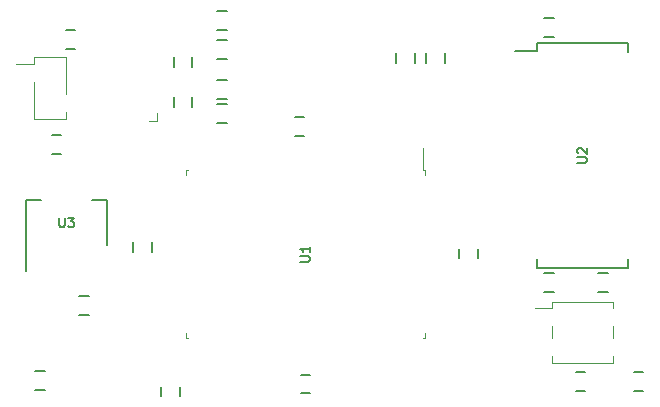
<source format=gto>
G04 #@! TF.GenerationSoftware,KiCad,Pcbnew,(5.1.5-0-10_14)*
G04 #@! TF.CreationDate,2021-01-03T17:39:15-05:00*
G04 #@! TF.ProjectId,GW4301,47573433-3031-42e6-9b69-6361645f7063,rev?*
G04 #@! TF.SameCoordinates,Original*
G04 #@! TF.FileFunction,Legend,Top*
G04 #@! TF.FilePolarity,Positive*
%FSLAX46Y46*%
G04 Gerber Fmt 4.6, Leading zero omitted, Abs format (unit mm)*
G04 Created by KiCad (PCBNEW (5.1.5-0-10_14)) date 2021-01-03 17:39:15*
%MOMM*%
%LPD*%
G04 APERTURE LIST*
%ADD10C,0.152400*%
%ADD11C,0.120000*%
%ADD12C,0.200000*%
%ADD13C,0.203200*%
%ADD14C,0.100000*%
%ADD15C,2.000000*%
%ADD16C,0.937400*%
%ADD17C,1.140600*%
%ADD18C,2.150000*%
G04 APERTURE END LIST*
D10*
X112760000Y-65390000D02*
X111500000Y-65390000D01*
X105940000Y-65390000D02*
X107200000Y-65390000D01*
X112760000Y-69150000D02*
X112760000Y-65390000D01*
X105940000Y-71400000D02*
X105940000Y-65390000D01*
X139750000Y-52943600D02*
X139750000Y-53756400D01*
X141350000Y-52943600D02*
X141350000Y-53756400D01*
X137250000Y-52943600D02*
X137250000Y-53756400D01*
X138850000Y-52943600D02*
X138850000Y-53756400D01*
X111206400Y-73531000D02*
X110393600Y-73531000D01*
X111206400Y-75131000D02*
X110393600Y-75131000D01*
X107506400Y-79845000D02*
X106693600Y-79845000D01*
X107506400Y-81445000D02*
X106693600Y-81445000D01*
X157366600Y-81572000D02*
X158179400Y-81572000D01*
X157366600Y-79972000D02*
X158179400Y-79972000D01*
X149795600Y-73190000D02*
X150608400Y-73190000D01*
X149795600Y-71590000D02*
X150608400Y-71590000D01*
X149795600Y-51600000D02*
X150608400Y-51600000D01*
X149795600Y-50000000D02*
X150608400Y-50000000D01*
X142600000Y-69493600D02*
X142600000Y-70306400D01*
X144200000Y-69493600D02*
X144200000Y-70306400D01*
X129168600Y-81750000D02*
X129981400Y-81750000D01*
X129168600Y-80150000D02*
X129981400Y-80150000D01*
X129456400Y-58350000D02*
X128643600Y-58350000D01*
X129456400Y-59950000D02*
X128643600Y-59950000D01*
X115000000Y-68956100D02*
X115000000Y-69768900D01*
X116600000Y-68956100D02*
X116600000Y-69768900D01*
X122093600Y-56850000D02*
X122906400Y-56850000D01*
X122093600Y-55250000D02*
X122906400Y-55250000D01*
X108906400Y-59850000D02*
X108093600Y-59850000D01*
X108906400Y-61450000D02*
X108093600Y-61450000D01*
X118400000Y-53293600D02*
X118400000Y-54106400D01*
X120000000Y-53293600D02*
X120000000Y-54106400D01*
X120000000Y-57506400D02*
X120000000Y-56693600D01*
X118400000Y-57506400D02*
X118400000Y-56693600D01*
X153248400Y-79972000D02*
X152435600Y-79972000D01*
X153248400Y-81572000D02*
X152435600Y-81572000D01*
X154340600Y-73190000D02*
X155153400Y-73190000D01*
X154340600Y-71590000D02*
X155153400Y-71590000D01*
X117310000Y-81188600D02*
X117310000Y-82001400D01*
X118910000Y-81188600D02*
X118910000Y-82001400D01*
X122093600Y-58850000D02*
X122906400Y-58850000D01*
X122093600Y-57250000D02*
X122906400Y-57250000D01*
X122906400Y-49350000D02*
X122093600Y-49350000D01*
X122906400Y-50950000D02*
X122093600Y-50950000D01*
X122906400Y-51850000D02*
X122093600Y-51850000D01*
X122906400Y-53450000D02*
X122093600Y-53450000D01*
X110068400Y-51016000D02*
X109255600Y-51016000D01*
X110068400Y-52616000D02*
X109255600Y-52616000D01*
D11*
X139510000Y-62865000D02*
X139510000Y-60975000D01*
X119465000Y-77085000D02*
X119640000Y-77085000D01*
X119465000Y-76660000D02*
X119465000Y-77085000D01*
X119465000Y-62865000D02*
X119640000Y-62865000D01*
X119465000Y-63290000D02*
X119465000Y-62865000D01*
X139685000Y-77085000D02*
X139510000Y-77085000D01*
X139685000Y-76660000D02*
X139685000Y-77085000D01*
X139685000Y-62865000D02*
X139510000Y-62865000D01*
X139685000Y-63290000D02*
X139685000Y-62865000D01*
D12*
X149160000Y-52720000D02*
X147335000Y-52720000D01*
X149160000Y-71120000D02*
X156910000Y-71120000D01*
X149160000Y-52070000D02*
X156910000Y-52070000D01*
X149160000Y-71120000D02*
X149160000Y-70375000D01*
X156910000Y-71120000D02*
X156910000Y-70375000D01*
X156910000Y-52070000D02*
X156910000Y-52815000D01*
X149160000Y-52070000D02*
X149160000Y-52720000D01*
D11*
X155635000Y-76071000D02*
X155635000Y-77091000D01*
X150435000Y-76071000D02*
X150435000Y-77091000D01*
X155635000Y-78611000D02*
X155635000Y-79181000D01*
X150435000Y-78611000D02*
X150435000Y-79181000D01*
X155635000Y-73981000D02*
X155635000Y-74551000D01*
X150435000Y-73981000D02*
X150435000Y-74551000D01*
X148995000Y-74551000D02*
X150435000Y-74551000D01*
X150435000Y-79181000D02*
X155635000Y-79181000D01*
X150435000Y-73981000D02*
X155635000Y-73981000D01*
X106620000Y-55370000D02*
X106620000Y-58480000D01*
X109280000Y-57910000D02*
X109280000Y-58480000D01*
X106620000Y-53280000D02*
X106620000Y-53850000D01*
X106620000Y-53850000D02*
X105100000Y-53850000D01*
X109280000Y-53280000D02*
X109280000Y-56390000D01*
X106620000Y-58480000D02*
X109280000Y-58480000D01*
X106620000Y-53280000D02*
X109280000Y-53280000D01*
X116967000Y-58039000D02*
X116967000Y-58674000D01*
X116967000Y-58674000D02*
X116332000Y-58674000D01*
D13*
X108730723Y-66854895D02*
X108730723Y-67512876D01*
X108769428Y-67590285D01*
X108808133Y-67628990D01*
X108885542Y-67667695D01*
X109040361Y-67667695D01*
X109117771Y-67628990D01*
X109156476Y-67590285D01*
X109195180Y-67512876D01*
X109195180Y-66854895D01*
X109504819Y-66854895D02*
X110007980Y-66854895D01*
X109737047Y-67164533D01*
X109853161Y-67164533D01*
X109930571Y-67203238D01*
X109969276Y-67241942D01*
X110007980Y-67319352D01*
X110007980Y-67512876D01*
X109969276Y-67590285D01*
X109930571Y-67628990D01*
X109853161Y-67667695D01*
X109620933Y-67667695D01*
X109543523Y-67628990D01*
X109504819Y-67590285D01*
X129129895Y-70594276D02*
X129787876Y-70594276D01*
X129865285Y-70555571D01*
X129903990Y-70516866D01*
X129942695Y-70439457D01*
X129942695Y-70284638D01*
X129903990Y-70207228D01*
X129865285Y-70168523D01*
X129787876Y-70129819D01*
X129129895Y-70129819D01*
X129942695Y-69317019D02*
X129942695Y-69781476D01*
X129942695Y-69549247D02*
X129129895Y-69549247D01*
X129246009Y-69626657D01*
X129323419Y-69704066D01*
X129362123Y-69781476D01*
X152589895Y-62214276D02*
X153247876Y-62214276D01*
X153325285Y-62175571D01*
X153363990Y-62136866D01*
X153402695Y-62059457D01*
X153402695Y-61904638D01*
X153363990Y-61827228D01*
X153325285Y-61788523D01*
X153247876Y-61749819D01*
X152589895Y-61749819D01*
X152667304Y-61401476D02*
X152628600Y-61362771D01*
X152589895Y-61285361D01*
X152589895Y-61091838D01*
X152628600Y-61014428D01*
X152667304Y-60975723D01*
X152744714Y-60937019D01*
X152822123Y-60937019D01*
X152938238Y-60975723D01*
X153402695Y-61440180D01*
X153402695Y-60937019D01*
%LPC*%
D14*
G36*
X161290000Y-97282000D02*
G01*
X160782000Y-97790000D01*
X103378000Y-97790000D01*
X102870000Y-97282000D01*
X102870000Y-89916000D01*
X161290000Y-89916000D01*
X161290000Y-97282000D01*
G37*
G36*
X111015875Y-63101517D02*
G01*
X111046453Y-63106053D01*
X111076440Y-63113564D01*
X111105545Y-63123978D01*
X111133490Y-63137195D01*
X111160005Y-63153087D01*
X111184834Y-63171502D01*
X111207739Y-63192261D01*
X111228498Y-63215166D01*
X111246913Y-63239995D01*
X111262805Y-63266510D01*
X111276022Y-63294455D01*
X111286436Y-63323560D01*
X111293947Y-63353547D01*
X111298483Y-63384125D01*
X111300000Y-63415000D01*
X111300000Y-64885000D01*
X111298483Y-64915875D01*
X111293947Y-64946453D01*
X111286436Y-64976440D01*
X111276022Y-65005545D01*
X111262805Y-65033490D01*
X111246913Y-65060005D01*
X111228498Y-65084834D01*
X111207739Y-65107739D01*
X111184834Y-65128498D01*
X111160005Y-65146913D01*
X111133490Y-65162805D01*
X111105545Y-65176022D01*
X111076440Y-65186436D01*
X111046453Y-65193947D01*
X111015875Y-65198483D01*
X110985000Y-65200000D01*
X107715000Y-65200000D01*
X107684125Y-65198483D01*
X107653547Y-65193947D01*
X107623560Y-65186436D01*
X107594455Y-65176022D01*
X107566510Y-65162805D01*
X107539995Y-65146913D01*
X107515166Y-65128498D01*
X107492261Y-65107739D01*
X107471502Y-65084834D01*
X107453087Y-65060005D01*
X107437195Y-65033490D01*
X107423978Y-65005545D01*
X107413564Y-64976440D01*
X107406053Y-64946453D01*
X107401517Y-64915875D01*
X107400000Y-64885000D01*
X107400000Y-63415000D01*
X107401517Y-63384125D01*
X107406053Y-63353547D01*
X107413564Y-63323560D01*
X107423978Y-63294455D01*
X107437195Y-63266510D01*
X107453087Y-63239995D01*
X107471502Y-63215166D01*
X107492261Y-63192261D01*
X107515166Y-63171502D01*
X107539995Y-63153087D01*
X107566510Y-63137195D01*
X107594455Y-63123978D01*
X107623560Y-63113564D01*
X107653547Y-63106053D01*
X107684125Y-63101517D01*
X107715000Y-63100000D01*
X110985000Y-63100000D01*
X111015875Y-63101517D01*
G37*
G36*
X109861365Y-69401541D02*
G01*
X109892429Y-69406149D01*
X109922891Y-69413779D01*
X109952459Y-69424359D01*
X109980847Y-69437785D01*
X110007782Y-69453930D01*
X110033006Y-69472637D01*
X110056274Y-69493726D01*
X110077363Y-69516994D01*
X110096070Y-69542218D01*
X110112215Y-69569153D01*
X110125641Y-69597541D01*
X110136221Y-69627109D01*
X110143851Y-69657571D01*
X110148459Y-69688635D01*
X110150000Y-69720000D01*
X110150000Y-71180000D01*
X110148459Y-71211365D01*
X110143851Y-71242429D01*
X110136221Y-71272891D01*
X110125641Y-71302459D01*
X110112215Y-71330847D01*
X110096070Y-71357782D01*
X110077363Y-71383006D01*
X110056274Y-71406274D01*
X110033006Y-71427363D01*
X110007782Y-71446070D01*
X109980847Y-71462215D01*
X109952459Y-71475641D01*
X109922891Y-71486221D01*
X109892429Y-71493851D01*
X109861365Y-71498459D01*
X109830000Y-71500000D01*
X108870000Y-71500000D01*
X108838635Y-71498459D01*
X108807571Y-71493851D01*
X108777109Y-71486221D01*
X108747541Y-71475641D01*
X108719153Y-71462215D01*
X108692218Y-71446070D01*
X108666994Y-71427363D01*
X108643726Y-71406274D01*
X108622637Y-71383006D01*
X108603930Y-71357782D01*
X108587785Y-71330847D01*
X108574359Y-71302459D01*
X108563779Y-71272891D01*
X108556149Y-71242429D01*
X108551541Y-71211365D01*
X108550000Y-71180000D01*
X108550000Y-69720000D01*
X108551541Y-69688635D01*
X108556149Y-69657571D01*
X108563779Y-69627109D01*
X108574359Y-69597541D01*
X108587785Y-69569153D01*
X108603930Y-69542218D01*
X108622637Y-69516994D01*
X108643726Y-69493726D01*
X108666994Y-69472637D01*
X108692218Y-69453930D01*
X108719153Y-69437785D01*
X108747541Y-69424359D01*
X108777109Y-69413779D01*
X108807571Y-69406149D01*
X108838635Y-69401541D01*
X108870000Y-69400000D01*
X109830000Y-69400000D01*
X109861365Y-69401541D01*
G37*
G36*
X112161365Y-69401541D02*
G01*
X112192429Y-69406149D01*
X112222891Y-69413779D01*
X112252459Y-69424359D01*
X112280847Y-69437785D01*
X112307782Y-69453930D01*
X112333006Y-69472637D01*
X112356274Y-69493726D01*
X112377363Y-69516994D01*
X112396070Y-69542218D01*
X112412215Y-69569153D01*
X112425641Y-69597541D01*
X112436221Y-69627109D01*
X112443851Y-69657571D01*
X112448459Y-69688635D01*
X112450000Y-69720000D01*
X112450000Y-71180000D01*
X112448459Y-71211365D01*
X112443851Y-71242429D01*
X112436221Y-71272891D01*
X112425641Y-71302459D01*
X112412215Y-71330847D01*
X112396070Y-71357782D01*
X112377363Y-71383006D01*
X112356274Y-71406274D01*
X112333006Y-71427363D01*
X112307782Y-71446070D01*
X112280847Y-71462215D01*
X112252459Y-71475641D01*
X112222891Y-71486221D01*
X112192429Y-71493851D01*
X112161365Y-71498459D01*
X112130000Y-71500000D01*
X111170000Y-71500000D01*
X111138635Y-71498459D01*
X111107571Y-71493851D01*
X111077109Y-71486221D01*
X111047541Y-71475641D01*
X111019153Y-71462215D01*
X110992218Y-71446070D01*
X110966994Y-71427363D01*
X110943726Y-71406274D01*
X110922637Y-71383006D01*
X110903930Y-71357782D01*
X110887785Y-71330847D01*
X110874359Y-71302459D01*
X110863779Y-71272891D01*
X110856149Y-71242429D01*
X110851541Y-71211365D01*
X110850000Y-71180000D01*
X110850000Y-69720000D01*
X110851541Y-69688635D01*
X110856149Y-69657571D01*
X110863779Y-69627109D01*
X110874359Y-69597541D01*
X110887785Y-69569153D01*
X110903930Y-69542218D01*
X110922637Y-69516994D01*
X110943726Y-69493726D01*
X110966994Y-69472637D01*
X110992218Y-69453930D01*
X111019153Y-69437785D01*
X111047541Y-69424359D01*
X111077109Y-69413779D01*
X111107571Y-69406149D01*
X111138635Y-69401541D01*
X111170000Y-69400000D01*
X112130000Y-69400000D01*
X112161365Y-69401541D01*
G37*
G36*
X107561365Y-69401541D02*
G01*
X107592429Y-69406149D01*
X107622891Y-69413779D01*
X107652459Y-69424359D01*
X107680847Y-69437785D01*
X107707782Y-69453930D01*
X107733006Y-69472637D01*
X107756274Y-69493726D01*
X107777363Y-69516994D01*
X107796070Y-69542218D01*
X107812215Y-69569153D01*
X107825641Y-69597541D01*
X107836221Y-69627109D01*
X107843851Y-69657571D01*
X107848459Y-69688635D01*
X107850000Y-69720000D01*
X107850000Y-71180000D01*
X107848459Y-71211365D01*
X107843851Y-71242429D01*
X107836221Y-71272891D01*
X107825641Y-71302459D01*
X107812215Y-71330847D01*
X107796070Y-71357782D01*
X107777363Y-71383006D01*
X107756274Y-71406274D01*
X107733006Y-71427363D01*
X107707782Y-71446070D01*
X107680847Y-71462215D01*
X107652459Y-71475641D01*
X107622891Y-71486221D01*
X107592429Y-71493851D01*
X107561365Y-71498459D01*
X107530000Y-71500000D01*
X106570000Y-71500000D01*
X106538635Y-71498459D01*
X106507571Y-71493851D01*
X106477109Y-71486221D01*
X106447541Y-71475641D01*
X106419153Y-71462215D01*
X106392218Y-71446070D01*
X106366994Y-71427363D01*
X106343726Y-71406274D01*
X106322637Y-71383006D01*
X106303930Y-71357782D01*
X106287785Y-71330847D01*
X106274359Y-71302459D01*
X106263779Y-71272891D01*
X106256149Y-71242429D01*
X106251541Y-71211365D01*
X106250000Y-71180000D01*
X106250000Y-69720000D01*
X106251541Y-69688635D01*
X106256149Y-69657571D01*
X106263779Y-69627109D01*
X106274359Y-69597541D01*
X106287785Y-69569153D01*
X106303930Y-69542218D01*
X106322637Y-69516994D01*
X106343726Y-69493726D01*
X106366994Y-69472637D01*
X106392218Y-69453930D01*
X106419153Y-69437785D01*
X106447541Y-69424359D01*
X106477109Y-69413779D01*
X106507571Y-69406149D01*
X106538635Y-69401541D01*
X106570000Y-69400000D01*
X107530000Y-69400000D01*
X107561365Y-69401541D01*
G37*
D15*
X105092500Y-49530000D03*
X159067500Y-49530000D03*
X158750000Y-85471000D03*
X105410000Y-85471000D03*
D14*
G36*
X141040680Y-53626384D02*
G01*
X141068588Y-53630524D01*
X141095957Y-53637380D01*
X141122521Y-53646885D01*
X141148027Y-53658948D01*
X141172226Y-53673452D01*
X141194888Y-53690259D01*
X141215793Y-53709207D01*
X141234741Y-53730112D01*
X141251548Y-53752774D01*
X141266052Y-53776973D01*
X141278115Y-53802479D01*
X141287620Y-53829043D01*
X141294476Y-53856412D01*
X141298616Y-53884320D01*
X141300000Y-53912500D01*
X141300000Y-54487500D01*
X141298616Y-54515680D01*
X141294476Y-54543588D01*
X141287620Y-54570957D01*
X141278115Y-54597521D01*
X141266052Y-54623027D01*
X141251548Y-54647226D01*
X141234741Y-54669888D01*
X141215793Y-54690793D01*
X141194888Y-54709741D01*
X141172226Y-54726548D01*
X141148027Y-54741052D01*
X141122521Y-54753115D01*
X141095957Y-54762620D01*
X141068588Y-54769476D01*
X141040680Y-54773616D01*
X141012500Y-54775000D01*
X140087500Y-54775000D01*
X140059320Y-54773616D01*
X140031412Y-54769476D01*
X140004043Y-54762620D01*
X139977479Y-54753115D01*
X139951973Y-54741052D01*
X139927774Y-54726548D01*
X139905112Y-54709741D01*
X139884207Y-54690793D01*
X139865259Y-54669888D01*
X139848452Y-54647226D01*
X139833948Y-54623027D01*
X139821885Y-54597521D01*
X139812380Y-54570957D01*
X139805524Y-54543588D01*
X139801384Y-54515680D01*
X139800000Y-54487500D01*
X139800000Y-53912500D01*
X139801384Y-53884320D01*
X139805524Y-53856412D01*
X139812380Y-53829043D01*
X139821885Y-53802479D01*
X139833948Y-53776973D01*
X139848452Y-53752774D01*
X139865259Y-53730112D01*
X139884207Y-53709207D01*
X139905112Y-53690259D01*
X139927774Y-53673452D01*
X139951973Y-53658948D01*
X139977479Y-53646885D01*
X140004043Y-53637380D01*
X140031412Y-53630524D01*
X140059320Y-53626384D01*
X140087500Y-53625000D01*
X141012500Y-53625000D01*
X141040680Y-53626384D01*
G37*
G36*
X141040680Y-51926384D02*
G01*
X141068588Y-51930524D01*
X141095957Y-51937380D01*
X141122521Y-51946885D01*
X141148027Y-51958948D01*
X141172226Y-51973452D01*
X141194888Y-51990259D01*
X141215793Y-52009207D01*
X141234741Y-52030112D01*
X141251548Y-52052774D01*
X141266052Y-52076973D01*
X141278115Y-52102479D01*
X141287620Y-52129043D01*
X141294476Y-52156412D01*
X141298616Y-52184320D01*
X141300000Y-52212500D01*
X141300000Y-52787500D01*
X141298616Y-52815680D01*
X141294476Y-52843588D01*
X141287620Y-52870957D01*
X141278115Y-52897521D01*
X141266052Y-52923027D01*
X141251548Y-52947226D01*
X141234741Y-52969888D01*
X141215793Y-52990793D01*
X141194888Y-53009741D01*
X141172226Y-53026548D01*
X141148027Y-53041052D01*
X141122521Y-53053115D01*
X141095957Y-53062620D01*
X141068588Y-53069476D01*
X141040680Y-53073616D01*
X141012500Y-53075000D01*
X140087500Y-53075000D01*
X140059320Y-53073616D01*
X140031412Y-53069476D01*
X140004043Y-53062620D01*
X139977479Y-53053115D01*
X139951973Y-53041052D01*
X139927774Y-53026548D01*
X139905112Y-53009741D01*
X139884207Y-52990793D01*
X139865259Y-52969888D01*
X139848452Y-52947226D01*
X139833948Y-52923027D01*
X139821885Y-52897521D01*
X139812380Y-52870957D01*
X139805524Y-52843588D01*
X139801384Y-52815680D01*
X139800000Y-52787500D01*
X139800000Y-52212500D01*
X139801384Y-52184320D01*
X139805524Y-52156412D01*
X139812380Y-52129043D01*
X139821885Y-52102479D01*
X139833948Y-52076973D01*
X139848452Y-52052774D01*
X139865259Y-52030112D01*
X139884207Y-52009207D01*
X139905112Y-51990259D01*
X139927774Y-51973452D01*
X139951973Y-51958948D01*
X139977479Y-51946885D01*
X140004043Y-51937380D01*
X140031412Y-51930524D01*
X140059320Y-51926384D01*
X140087500Y-51925000D01*
X141012500Y-51925000D01*
X141040680Y-51926384D01*
G37*
G36*
X138540680Y-53626384D02*
G01*
X138568588Y-53630524D01*
X138595957Y-53637380D01*
X138622521Y-53646885D01*
X138648027Y-53658948D01*
X138672226Y-53673452D01*
X138694888Y-53690259D01*
X138715793Y-53709207D01*
X138734741Y-53730112D01*
X138751548Y-53752774D01*
X138766052Y-53776973D01*
X138778115Y-53802479D01*
X138787620Y-53829043D01*
X138794476Y-53856412D01*
X138798616Y-53884320D01*
X138800000Y-53912500D01*
X138800000Y-54487500D01*
X138798616Y-54515680D01*
X138794476Y-54543588D01*
X138787620Y-54570957D01*
X138778115Y-54597521D01*
X138766052Y-54623027D01*
X138751548Y-54647226D01*
X138734741Y-54669888D01*
X138715793Y-54690793D01*
X138694888Y-54709741D01*
X138672226Y-54726548D01*
X138648027Y-54741052D01*
X138622521Y-54753115D01*
X138595957Y-54762620D01*
X138568588Y-54769476D01*
X138540680Y-54773616D01*
X138512500Y-54775000D01*
X137587500Y-54775000D01*
X137559320Y-54773616D01*
X137531412Y-54769476D01*
X137504043Y-54762620D01*
X137477479Y-54753115D01*
X137451973Y-54741052D01*
X137427774Y-54726548D01*
X137405112Y-54709741D01*
X137384207Y-54690793D01*
X137365259Y-54669888D01*
X137348452Y-54647226D01*
X137333948Y-54623027D01*
X137321885Y-54597521D01*
X137312380Y-54570957D01*
X137305524Y-54543588D01*
X137301384Y-54515680D01*
X137300000Y-54487500D01*
X137300000Y-53912500D01*
X137301384Y-53884320D01*
X137305524Y-53856412D01*
X137312380Y-53829043D01*
X137321885Y-53802479D01*
X137333948Y-53776973D01*
X137348452Y-53752774D01*
X137365259Y-53730112D01*
X137384207Y-53709207D01*
X137405112Y-53690259D01*
X137427774Y-53673452D01*
X137451973Y-53658948D01*
X137477479Y-53646885D01*
X137504043Y-53637380D01*
X137531412Y-53630524D01*
X137559320Y-53626384D01*
X137587500Y-53625000D01*
X138512500Y-53625000D01*
X138540680Y-53626384D01*
G37*
G36*
X138540680Y-51926384D02*
G01*
X138568588Y-51930524D01*
X138595957Y-51937380D01*
X138622521Y-51946885D01*
X138648027Y-51958948D01*
X138672226Y-51973452D01*
X138694888Y-51990259D01*
X138715793Y-52009207D01*
X138734741Y-52030112D01*
X138751548Y-52052774D01*
X138766052Y-52076973D01*
X138778115Y-52102479D01*
X138787620Y-52129043D01*
X138794476Y-52156412D01*
X138798616Y-52184320D01*
X138800000Y-52212500D01*
X138800000Y-52787500D01*
X138798616Y-52815680D01*
X138794476Y-52843588D01*
X138787620Y-52870957D01*
X138778115Y-52897521D01*
X138766052Y-52923027D01*
X138751548Y-52947226D01*
X138734741Y-52969888D01*
X138715793Y-52990793D01*
X138694888Y-53009741D01*
X138672226Y-53026548D01*
X138648027Y-53041052D01*
X138622521Y-53053115D01*
X138595957Y-53062620D01*
X138568588Y-53069476D01*
X138540680Y-53073616D01*
X138512500Y-53075000D01*
X137587500Y-53075000D01*
X137559320Y-53073616D01*
X137531412Y-53069476D01*
X137504043Y-53062620D01*
X137477479Y-53053115D01*
X137451973Y-53041052D01*
X137427774Y-53026548D01*
X137405112Y-53009741D01*
X137384207Y-52990793D01*
X137365259Y-52969888D01*
X137348452Y-52947226D01*
X137333948Y-52923027D01*
X137321885Y-52897521D01*
X137312380Y-52870957D01*
X137305524Y-52843588D01*
X137301384Y-52815680D01*
X137300000Y-52787500D01*
X137300000Y-52212500D01*
X137301384Y-52184320D01*
X137305524Y-52156412D01*
X137312380Y-52129043D01*
X137321885Y-52102479D01*
X137333948Y-52076973D01*
X137348452Y-52052774D01*
X137365259Y-52030112D01*
X137384207Y-52009207D01*
X137405112Y-51990259D01*
X137427774Y-51973452D01*
X137451973Y-51958948D01*
X137477479Y-51946885D01*
X137504043Y-51937380D01*
X137531412Y-51930524D01*
X137559320Y-51926384D01*
X137587500Y-51925000D01*
X138512500Y-51925000D01*
X138540680Y-51926384D01*
G37*
G36*
X110265680Y-73582384D02*
G01*
X110293588Y-73586524D01*
X110320957Y-73593380D01*
X110347521Y-73602885D01*
X110373027Y-73614948D01*
X110397226Y-73629452D01*
X110419888Y-73646259D01*
X110440793Y-73665207D01*
X110459741Y-73686112D01*
X110476548Y-73708774D01*
X110491052Y-73732973D01*
X110503115Y-73758479D01*
X110512620Y-73785043D01*
X110519476Y-73812412D01*
X110523616Y-73840320D01*
X110525000Y-73868500D01*
X110525000Y-74793500D01*
X110523616Y-74821680D01*
X110519476Y-74849588D01*
X110512620Y-74876957D01*
X110503115Y-74903521D01*
X110491052Y-74929027D01*
X110476548Y-74953226D01*
X110459741Y-74975888D01*
X110440793Y-74996793D01*
X110419888Y-75015741D01*
X110397226Y-75032548D01*
X110373027Y-75047052D01*
X110347521Y-75059115D01*
X110320957Y-75068620D01*
X110293588Y-75075476D01*
X110265680Y-75079616D01*
X110237500Y-75081000D01*
X109662500Y-75081000D01*
X109634320Y-75079616D01*
X109606412Y-75075476D01*
X109579043Y-75068620D01*
X109552479Y-75059115D01*
X109526973Y-75047052D01*
X109502774Y-75032548D01*
X109480112Y-75015741D01*
X109459207Y-74996793D01*
X109440259Y-74975888D01*
X109423452Y-74953226D01*
X109408948Y-74929027D01*
X109396885Y-74903521D01*
X109387380Y-74876957D01*
X109380524Y-74849588D01*
X109376384Y-74821680D01*
X109375000Y-74793500D01*
X109375000Y-73868500D01*
X109376384Y-73840320D01*
X109380524Y-73812412D01*
X109387380Y-73785043D01*
X109396885Y-73758479D01*
X109408948Y-73732973D01*
X109423452Y-73708774D01*
X109440259Y-73686112D01*
X109459207Y-73665207D01*
X109480112Y-73646259D01*
X109502774Y-73629452D01*
X109526973Y-73614948D01*
X109552479Y-73602885D01*
X109579043Y-73593380D01*
X109606412Y-73586524D01*
X109634320Y-73582384D01*
X109662500Y-73581000D01*
X110237500Y-73581000D01*
X110265680Y-73582384D01*
G37*
G36*
X111965680Y-73582384D02*
G01*
X111993588Y-73586524D01*
X112020957Y-73593380D01*
X112047521Y-73602885D01*
X112073027Y-73614948D01*
X112097226Y-73629452D01*
X112119888Y-73646259D01*
X112140793Y-73665207D01*
X112159741Y-73686112D01*
X112176548Y-73708774D01*
X112191052Y-73732973D01*
X112203115Y-73758479D01*
X112212620Y-73785043D01*
X112219476Y-73812412D01*
X112223616Y-73840320D01*
X112225000Y-73868500D01*
X112225000Y-74793500D01*
X112223616Y-74821680D01*
X112219476Y-74849588D01*
X112212620Y-74876957D01*
X112203115Y-74903521D01*
X112191052Y-74929027D01*
X112176548Y-74953226D01*
X112159741Y-74975888D01*
X112140793Y-74996793D01*
X112119888Y-75015741D01*
X112097226Y-75032548D01*
X112073027Y-75047052D01*
X112047521Y-75059115D01*
X112020957Y-75068620D01*
X111993588Y-75075476D01*
X111965680Y-75079616D01*
X111937500Y-75081000D01*
X111362500Y-75081000D01*
X111334320Y-75079616D01*
X111306412Y-75075476D01*
X111279043Y-75068620D01*
X111252479Y-75059115D01*
X111226973Y-75047052D01*
X111202774Y-75032548D01*
X111180112Y-75015741D01*
X111159207Y-74996793D01*
X111140259Y-74975888D01*
X111123452Y-74953226D01*
X111108948Y-74929027D01*
X111096885Y-74903521D01*
X111087380Y-74876957D01*
X111080524Y-74849588D01*
X111076384Y-74821680D01*
X111075000Y-74793500D01*
X111075000Y-73868500D01*
X111076384Y-73840320D01*
X111080524Y-73812412D01*
X111087380Y-73785043D01*
X111096885Y-73758479D01*
X111108948Y-73732973D01*
X111123452Y-73708774D01*
X111140259Y-73686112D01*
X111159207Y-73665207D01*
X111180112Y-73646259D01*
X111202774Y-73629452D01*
X111226973Y-73614948D01*
X111252479Y-73602885D01*
X111279043Y-73593380D01*
X111306412Y-73586524D01*
X111334320Y-73582384D01*
X111362500Y-73581000D01*
X111937500Y-73581000D01*
X111965680Y-73582384D01*
G37*
G36*
X106565680Y-79896384D02*
G01*
X106593588Y-79900524D01*
X106620957Y-79907380D01*
X106647521Y-79916885D01*
X106673027Y-79928948D01*
X106697226Y-79943452D01*
X106719888Y-79960259D01*
X106740793Y-79979207D01*
X106759741Y-80000112D01*
X106776548Y-80022774D01*
X106791052Y-80046973D01*
X106803115Y-80072479D01*
X106812620Y-80099043D01*
X106819476Y-80126412D01*
X106823616Y-80154320D01*
X106825000Y-80182500D01*
X106825000Y-81107500D01*
X106823616Y-81135680D01*
X106819476Y-81163588D01*
X106812620Y-81190957D01*
X106803115Y-81217521D01*
X106791052Y-81243027D01*
X106776548Y-81267226D01*
X106759741Y-81289888D01*
X106740793Y-81310793D01*
X106719888Y-81329741D01*
X106697226Y-81346548D01*
X106673027Y-81361052D01*
X106647521Y-81373115D01*
X106620957Y-81382620D01*
X106593588Y-81389476D01*
X106565680Y-81393616D01*
X106537500Y-81395000D01*
X105962500Y-81395000D01*
X105934320Y-81393616D01*
X105906412Y-81389476D01*
X105879043Y-81382620D01*
X105852479Y-81373115D01*
X105826973Y-81361052D01*
X105802774Y-81346548D01*
X105780112Y-81329741D01*
X105759207Y-81310793D01*
X105740259Y-81289888D01*
X105723452Y-81267226D01*
X105708948Y-81243027D01*
X105696885Y-81217521D01*
X105687380Y-81190957D01*
X105680524Y-81163588D01*
X105676384Y-81135680D01*
X105675000Y-81107500D01*
X105675000Y-80182500D01*
X105676384Y-80154320D01*
X105680524Y-80126412D01*
X105687380Y-80099043D01*
X105696885Y-80072479D01*
X105708948Y-80046973D01*
X105723452Y-80022774D01*
X105740259Y-80000112D01*
X105759207Y-79979207D01*
X105780112Y-79960259D01*
X105802774Y-79943452D01*
X105826973Y-79928948D01*
X105852479Y-79916885D01*
X105879043Y-79907380D01*
X105906412Y-79900524D01*
X105934320Y-79896384D01*
X105962500Y-79895000D01*
X106537500Y-79895000D01*
X106565680Y-79896384D01*
G37*
G36*
X108265680Y-79896384D02*
G01*
X108293588Y-79900524D01*
X108320957Y-79907380D01*
X108347521Y-79916885D01*
X108373027Y-79928948D01*
X108397226Y-79943452D01*
X108419888Y-79960259D01*
X108440793Y-79979207D01*
X108459741Y-80000112D01*
X108476548Y-80022774D01*
X108491052Y-80046973D01*
X108503115Y-80072479D01*
X108512620Y-80099043D01*
X108519476Y-80126412D01*
X108523616Y-80154320D01*
X108525000Y-80182500D01*
X108525000Y-81107500D01*
X108523616Y-81135680D01*
X108519476Y-81163588D01*
X108512620Y-81190957D01*
X108503115Y-81217521D01*
X108491052Y-81243027D01*
X108476548Y-81267226D01*
X108459741Y-81289888D01*
X108440793Y-81310793D01*
X108419888Y-81329741D01*
X108397226Y-81346548D01*
X108373027Y-81361052D01*
X108347521Y-81373115D01*
X108320957Y-81382620D01*
X108293588Y-81389476D01*
X108265680Y-81393616D01*
X108237500Y-81395000D01*
X107662500Y-81395000D01*
X107634320Y-81393616D01*
X107606412Y-81389476D01*
X107579043Y-81382620D01*
X107552479Y-81373115D01*
X107526973Y-81361052D01*
X107502774Y-81346548D01*
X107480112Y-81329741D01*
X107459207Y-81310793D01*
X107440259Y-81289888D01*
X107423452Y-81267226D01*
X107408948Y-81243027D01*
X107396885Y-81217521D01*
X107387380Y-81190957D01*
X107380524Y-81163588D01*
X107376384Y-81135680D01*
X107375000Y-81107500D01*
X107375000Y-80182500D01*
X107376384Y-80154320D01*
X107380524Y-80126412D01*
X107387380Y-80099043D01*
X107396885Y-80072479D01*
X107408948Y-80046973D01*
X107423452Y-80022774D01*
X107440259Y-80000112D01*
X107459207Y-79979207D01*
X107480112Y-79960259D01*
X107502774Y-79943452D01*
X107526973Y-79928948D01*
X107552479Y-79916885D01*
X107579043Y-79907380D01*
X107606412Y-79900524D01*
X107634320Y-79896384D01*
X107662500Y-79895000D01*
X108237500Y-79895000D01*
X108265680Y-79896384D01*
G37*
G36*
X158938680Y-80023384D02*
G01*
X158966588Y-80027524D01*
X158993957Y-80034380D01*
X159020521Y-80043885D01*
X159046027Y-80055948D01*
X159070226Y-80070452D01*
X159092888Y-80087259D01*
X159113793Y-80106207D01*
X159132741Y-80127112D01*
X159149548Y-80149774D01*
X159164052Y-80173973D01*
X159176115Y-80199479D01*
X159185620Y-80226043D01*
X159192476Y-80253412D01*
X159196616Y-80281320D01*
X159198000Y-80309500D01*
X159198000Y-81234500D01*
X159196616Y-81262680D01*
X159192476Y-81290588D01*
X159185620Y-81317957D01*
X159176115Y-81344521D01*
X159164052Y-81370027D01*
X159149548Y-81394226D01*
X159132741Y-81416888D01*
X159113793Y-81437793D01*
X159092888Y-81456741D01*
X159070226Y-81473548D01*
X159046027Y-81488052D01*
X159020521Y-81500115D01*
X158993957Y-81509620D01*
X158966588Y-81516476D01*
X158938680Y-81520616D01*
X158910500Y-81522000D01*
X158335500Y-81522000D01*
X158307320Y-81520616D01*
X158279412Y-81516476D01*
X158252043Y-81509620D01*
X158225479Y-81500115D01*
X158199973Y-81488052D01*
X158175774Y-81473548D01*
X158153112Y-81456741D01*
X158132207Y-81437793D01*
X158113259Y-81416888D01*
X158096452Y-81394226D01*
X158081948Y-81370027D01*
X158069885Y-81344521D01*
X158060380Y-81317957D01*
X158053524Y-81290588D01*
X158049384Y-81262680D01*
X158048000Y-81234500D01*
X158048000Y-80309500D01*
X158049384Y-80281320D01*
X158053524Y-80253412D01*
X158060380Y-80226043D01*
X158069885Y-80199479D01*
X158081948Y-80173973D01*
X158096452Y-80149774D01*
X158113259Y-80127112D01*
X158132207Y-80106207D01*
X158153112Y-80087259D01*
X158175774Y-80070452D01*
X158199973Y-80055948D01*
X158225479Y-80043885D01*
X158252043Y-80034380D01*
X158279412Y-80027524D01*
X158307320Y-80023384D01*
X158335500Y-80022000D01*
X158910500Y-80022000D01*
X158938680Y-80023384D01*
G37*
G36*
X157238680Y-80023384D02*
G01*
X157266588Y-80027524D01*
X157293957Y-80034380D01*
X157320521Y-80043885D01*
X157346027Y-80055948D01*
X157370226Y-80070452D01*
X157392888Y-80087259D01*
X157413793Y-80106207D01*
X157432741Y-80127112D01*
X157449548Y-80149774D01*
X157464052Y-80173973D01*
X157476115Y-80199479D01*
X157485620Y-80226043D01*
X157492476Y-80253412D01*
X157496616Y-80281320D01*
X157498000Y-80309500D01*
X157498000Y-81234500D01*
X157496616Y-81262680D01*
X157492476Y-81290588D01*
X157485620Y-81317957D01*
X157476115Y-81344521D01*
X157464052Y-81370027D01*
X157449548Y-81394226D01*
X157432741Y-81416888D01*
X157413793Y-81437793D01*
X157392888Y-81456741D01*
X157370226Y-81473548D01*
X157346027Y-81488052D01*
X157320521Y-81500115D01*
X157293957Y-81509620D01*
X157266588Y-81516476D01*
X157238680Y-81520616D01*
X157210500Y-81522000D01*
X156635500Y-81522000D01*
X156607320Y-81520616D01*
X156579412Y-81516476D01*
X156552043Y-81509620D01*
X156525479Y-81500115D01*
X156499973Y-81488052D01*
X156475774Y-81473548D01*
X156453112Y-81456741D01*
X156432207Y-81437793D01*
X156413259Y-81416888D01*
X156396452Y-81394226D01*
X156381948Y-81370027D01*
X156369885Y-81344521D01*
X156360380Y-81317957D01*
X156353524Y-81290588D01*
X156349384Y-81262680D01*
X156348000Y-81234500D01*
X156348000Y-80309500D01*
X156349384Y-80281320D01*
X156353524Y-80253412D01*
X156360380Y-80226043D01*
X156369885Y-80199479D01*
X156381948Y-80173973D01*
X156396452Y-80149774D01*
X156413259Y-80127112D01*
X156432207Y-80106207D01*
X156453112Y-80087259D01*
X156475774Y-80070452D01*
X156499973Y-80055948D01*
X156525479Y-80043885D01*
X156552043Y-80034380D01*
X156579412Y-80027524D01*
X156607320Y-80023384D01*
X156635500Y-80022000D01*
X157210500Y-80022000D01*
X157238680Y-80023384D01*
G37*
G36*
X151367680Y-71641384D02*
G01*
X151395588Y-71645524D01*
X151422957Y-71652380D01*
X151449521Y-71661885D01*
X151475027Y-71673948D01*
X151499226Y-71688452D01*
X151521888Y-71705259D01*
X151542793Y-71724207D01*
X151561741Y-71745112D01*
X151578548Y-71767774D01*
X151593052Y-71791973D01*
X151605115Y-71817479D01*
X151614620Y-71844043D01*
X151621476Y-71871412D01*
X151625616Y-71899320D01*
X151627000Y-71927500D01*
X151627000Y-72852500D01*
X151625616Y-72880680D01*
X151621476Y-72908588D01*
X151614620Y-72935957D01*
X151605115Y-72962521D01*
X151593052Y-72988027D01*
X151578548Y-73012226D01*
X151561741Y-73034888D01*
X151542793Y-73055793D01*
X151521888Y-73074741D01*
X151499226Y-73091548D01*
X151475027Y-73106052D01*
X151449521Y-73118115D01*
X151422957Y-73127620D01*
X151395588Y-73134476D01*
X151367680Y-73138616D01*
X151339500Y-73140000D01*
X150764500Y-73140000D01*
X150736320Y-73138616D01*
X150708412Y-73134476D01*
X150681043Y-73127620D01*
X150654479Y-73118115D01*
X150628973Y-73106052D01*
X150604774Y-73091548D01*
X150582112Y-73074741D01*
X150561207Y-73055793D01*
X150542259Y-73034888D01*
X150525452Y-73012226D01*
X150510948Y-72988027D01*
X150498885Y-72962521D01*
X150489380Y-72935957D01*
X150482524Y-72908588D01*
X150478384Y-72880680D01*
X150477000Y-72852500D01*
X150477000Y-71927500D01*
X150478384Y-71899320D01*
X150482524Y-71871412D01*
X150489380Y-71844043D01*
X150498885Y-71817479D01*
X150510948Y-71791973D01*
X150525452Y-71767774D01*
X150542259Y-71745112D01*
X150561207Y-71724207D01*
X150582112Y-71705259D01*
X150604774Y-71688452D01*
X150628973Y-71673948D01*
X150654479Y-71661885D01*
X150681043Y-71652380D01*
X150708412Y-71645524D01*
X150736320Y-71641384D01*
X150764500Y-71640000D01*
X151339500Y-71640000D01*
X151367680Y-71641384D01*
G37*
G36*
X149667680Y-71641384D02*
G01*
X149695588Y-71645524D01*
X149722957Y-71652380D01*
X149749521Y-71661885D01*
X149775027Y-71673948D01*
X149799226Y-71688452D01*
X149821888Y-71705259D01*
X149842793Y-71724207D01*
X149861741Y-71745112D01*
X149878548Y-71767774D01*
X149893052Y-71791973D01*
X149905115Y-71817479D01*
X149914620Y-71844043D01*
X149921476Y-71871412D01*
X149925616Y-71899320D01*
X149927000Y-71927500D01*
X149927000Y-72852500D01*
X149925616Y-72880680D01*
X149921476Y-72908588D01*
X149914620Y-72935957D01*
X149905115Y-72962521D01*
X149893052Y-72988027D01*
X149878548Y-73012226D01*
X149861741Y-73034888D01*
X149842793Y-73055793D01*
X149821888Y-73074741D01*
X149799226Y-73091548D01*
X149775027Y-73106052D01*
X149749521Y-73118115D01*
X149722957Y-73127620D01*
X149695588Y-73134476D01*
X149667680Y-73138616D01*
X149639500Y-73140000D01*
X149064500Y-73140000D01*
X149036320Y-73138616D01*
X149008412Y-73134476D01*
X148981043Y-73127620D01*
X148954479Y-73118115D01*
X148928973Y-73106052D01*
X148904774Y-73091548D01*
X148882112Y-73074741D01*
X148861207Y-73055793D01*
X148842259Y-73034888D01*
X148825452Y-73012226D01*
X148810948Y-72988027D01*
X148798885Y-72962521D01*
X148789380Y-72935957D01*
X148782524Y-72908588D01*
X148778384Y-72880680D01*
X148777000Y-72852500D01*
X148777000Y-71927500D01*
X148778384Y-71899320D01*
X148782524Y-71871412D01*
X148789380Y-71844043D01*
X148798885Y-71817479D01*
X148810948Y-71791973D01*
X148825452Y-71767774D01*
X148842259Y-71745112D01*
X148861207Y-71724207D01*
X148882112Y-71705259D01*
X148904774Y-71688452D01*
X148928973Y-71673948D01*
X148954479Y-71661885D01*
X148981043Y-71652380D01*
X149008412Y-71645524D01*
X149036320Y-71641384D01*
X149064500Y-71640000D01*
X149639500Y-71640000D01*
X149667680Y-71641384D01*
G37*
G36*
X151367680Y-50051384D02*
G01*
X151395588Y-50055524D01*
X151422957Y-50062380D01*
X151449521Y-50071885D01*
X151475027Y-50083948D01*
X151499226Y-50098452D01*
X151521888Y-50115259D01*
X151542793Y-50134207D01*
X151561741Y-50155112D01*
X151578548Y-50177774D01*
X151593052Y-50201973D01*
X151605115Y-50227479D01*
X151614620Y-50254043D01*
X151621476Y-50281412D01*
X151625616Y-50309320D01*
X151627000Y-50337500D01*
X151627000Y-51262500D01*
X151625616Y-51290680D01*
X151621476Y-51318588D01*
X151614620Y-51345957D01*
X151605115Y-51372521D01*
X151593052Y-51398027D01*
X151578548Y-51422226D01*
X151561741Y-51444888D01*
X151542793Y-51465793D01*
X151521888Y-51484741D01*
X151499226Y-51501548D01*
X151475027Y-51516052D01*
X151449521Y-51528115D01*
X151422957Y-51537620D01*
X151395588Y-51544476D01*
X151367680Y-51548616D01*
X151339500Y-51550000D01*
X150764500Y-51550000D01*
X150736320Y-51548616D01*
X150708412Y-51544476D01*
X150681043Y-51537620D01*
X150654479Y-51528115D01*
X150628973Y-51516052D01*
X150604774Y-51501548D01*
X150582112Y-51484741D01*
X150561207Y-51465793D01*
X150542259Y-51444888D01*
X150525452Y-51422226D01*
X150510948Y-51398027D01*
X150498885Y-51372521D01*
X150489380Y-51345957D01*
X150482524Y-51318588D01*
X150478384Y-51290680D01*
X150477000Y-51262500D01*
X150477000Y-50337500D01*
X150478384Y-50309320D01*
X150482524Y-50281412D01*
X150489380Y-50254043D01*
X150498885Y-50227479D01*
X150510948Y-50201973D01*
X150525452Y-50177774D01*
X150542259Y-50155112D01*
X150561207Y-50134207D01*
X150582112Y-50115259D01*
X150604774Y-50098452D01*
X150628973Y-50083948D01*
X150654479Y-50071885D01*
X150681043Y-50062380D01*
X150708412Y-50055524D01*
X150736320Y-50051384D01*
X150764500Y-50050000D01*
X151339500Y-50050000D01*
X151367680Y-50051384D01*
G37*
G36*
X149667680Y-50051384D02*
G01*
X149695588Y-50055524D01*
X149722957Y-50062380D01*
X149749521Y-50071885D01*
X149775027Y-50083948D01*
X149799226Y-50098452D01*
X149821888Y-50115259D01*
X149842793Y-50134207D01*
X149861741Y-50155112D01*
X149878548Y-50177774D01*
X149893052Y-50201973D01*
X149905115Y-50227479D01*
X149914620Y-50254043D01*
X149921476Y-50281412D01*
X149925616Y-50309320D01*
X149927000Y-50337500D01*
X149927000Y-51262500D01*
X149925616Y-51290680D01*
X149921476Y-51318588D01*
X149914620Y-51345957D01*
X149905115Y-51372521D01*
X149893052Y-51398027D01*
X149878548Y-51422226D01*
X149861741Y-51444888D01*
X149842793Y-51465793D01*
X149821888Y-51484741D01*
X149799226Y-51501548D01*
X149775027Y-51516052D01*
X149749521Y-51528115D01*
X149722957Y-51537620D01*
X149695588Y-51544476D01*
X149667680Y-51548616D01*
X149639500Y-51550000D01*
X149064500Y-51550000D01*
X149036320Y-51548616D01*
X149008412Y-51544476D01*
X148981043Y-51537620D01*
X148954479Y-51528115D01*
X148928973Y-51516052D01*
X148904774Y-51501548D01*
X148882112Y-51484741D01*
X148861207Y-51465793D01*
X148842259Y-51444888D01*
X148825452Y-51422226D01*
X148810948Y-51398027D01*
X148798885Y-51372521D01*
X148789380Y-51345957D01*
X148782524Y-51318588D01*
X148778384Y-51290680D01*
X148777000Y-51262500D01*
X148777000Y-50337500D01*
X148778384Y-50309320D01*
X148782524Y-50281412D01*
X148789380Y-50254043D01*
X148798885Y-50227479D01*
X148810948Y-50201973D01*
X148825452Y-50177774D01*
X148842259Y-50155112D01*
X148861207Y-50134207D01*
X148882112Y-50115259D01*
X148904774Y-50098452D01*
X148928973Y-50083948D01*
X148954479Y-50071885D01*
X148981043Y-50062380D01*
X149008412Y-50055524D01*
X149036320Y-50051384D01*
X149064500Y-50050000D01*
X149639500Y-50050000D01*
X149667680Y-50051384D01*
G37*
G36*
X143890680Y-70176384D02*
G01*
X143918588Y-70180524D01*
X143945957Y-70187380D01*
X143972521Y-70196885D01*
X143998027Y-70208948D01*
X144022226Y-70223452D01*
X144044888Y-70240259D01*
X144065793Y-70259207D01*
X144084741Y-70280112D01*
X144101548Y-70302774D01*
X144116052Y-70326973D01*
X144128115Y-70352479D01*
X144137620Y-70379043D01*
X144144476Y-70406412D01*
X144148616Y-70434320D01*
X144150000Y-70462500D01*
X144150000Y-71037500D01*
X144148616Y-71065680D01*
X144144476Y-71093588D01*
X144137620Y-71120957D01*
X144128115Y-71147521D01*
X144116052Y-71173027D01*
X144101548Y-71197226D01*
X144084741Y-71219888D01*
X144065793Y-71240793D01*
X144044888Y-71259741D01*
X144022226Y-71276548D01*
X143998027Y-71291052D01*
X143972521Y-71303115D01*
X143945957Y-71312620D01*
X143918588Y-71319476D01*
X143890680Y-71323616D01*
X143862500Y-71325000D01*
X142937500Y-71325000D01*
X142909320Y-71323616D01*
X142881412Y-71319476D01*
X142854043Y-71312620D01*
X142827479Y-71303115D01*
X142801973Y-71291052D01*
X142777774Y-71276548D01*
X142755112Y-71259741D01*
X142734207Y-71240793D01*
X142715259Y-71219888D01*
X142698452Y-71197226D01*
X142683948Y-71173027D01*
X142671885Y-71147521D01*
X142662380Y-71120957D01*
X142655524Y-71093588D01*
X142651384Y-71065680D01*
X142650000Y-71037500D01*
X142650000Y-70462500D01*
X142651384Y-70434320D01*
X142655524Y-70406412D01*
X142662380Y-70379043D01*
X142671885Y-70352479D01*
X142683948Y-70326973D01*
X142698452Y-70302774D01*
X142715259Y-70280112D01*
X142734207Y-70259207D01*
X142755112Y-70240259D01*
X142777774Y-70223452D01*
X142801973Y-70208948D01*
X142827479Y-70196885D01*
X142854043Y-70187380D01*
X142881412Y-70180524D01*
X142909320Y-70176384D01*
X142937500Y-70175000D01*
X143862500Y-70175000D01*
X143890680Y-70176384D01*
G37*
G36*
X143890680Y-68476384D02*
G01*
X143918588Y-68480524D01*
X143945957Y-68487380D01*
X143972521Y-68496885D01*
X143998027Y-68508948D01*
X144022226Y-68523452D01*
X144044888Y-68540259D01*
X144065793Y-68559207D01*
X144084741Y-68580112D01*
X144101548Y-68602774D01*
X144116052Y-68626973D01*
X144128115Y-68652479D01*
X144137620Y-68679043D01*
X144144476Y-68706412D01*
X144148616Y-68734320D01*
X144150000Y-68762500D01*
X144150000Y-69337500D01*
X144148616Y-69365680D01*
X144144476Y-69393588D01*
X144137620Y-69420957D01*
X144128115Y-69447521D01*
X144116052Y-69473027D01*
X144101548Y-69497226D01*
X144084741Y-69519888D01*
X144065793Y-69540793D01*
X144044888Y-69559741D01*
X144022226Y-69576548D01*
X143998027Y-69591052D01*
X143972521Y-69603115D01*
X143945957Y-69612620D01*
X143918588Y-69619476D01*
X143890680Y-69623616D01*
X143862500Y-69625000D01*
X142937500Y-69625000D01*
X142909320Y-69623616D01*
X142881412Y-69619476D01*
X142854043Y-69612620D01*
X142827479Y-69603115D01*
X142801973Y-69591052D01*
X142777774Y-69576548D01*
X142755112Y-69559741D01*
X142734207Y-69540793D01*
X142715259Y-69519888D01*
X142698452Y-69497226D01*
X142683948Y-69473027D01*
X142671885Y-69447521D01*
X142662380Y-69420957D01*
X142655524Y-69393588D01*
X142651384Y-69365680D01*
X142650000Y-69337500D01*
X142650000Y-68762500D01*
X142651384Y-68734320D01*
X142655524Y-68706412D01*
X142662380Y-68679043D01*
X142671885Y-68652479D01*
X142683948Y-68626973D01*
X142698452Y-68602774D01*
X142715259Y-68580112D01*
X142734207Y-68559207D01*
X142755112Y-68540259D01*
X142777774Y-68523452D01*
X142801973Y-68508948D01*
X142827479Y-68496885D01*
X142854043Y-68487380D01*
X142881412Y-68480524D01*
X142909320Y-68476384D01*
X142937500Y-68475000D01*
X143862500Y-68475000D01*
X143890680Y-68476384D01*
G37*
G36*
X130740680Y-80201384D02*
G01*
X130768588Y-80205524D01*
X130795957Y-80212380D01*
X130822521Y-80221885D01*
X130848027Y-80233948D01*
X130872226Y-80248452D01*
X130894888Y-80265259D01*
X130915793Y-80284207D01*
X130934741Y-80305112D01*
X130951548Y-80327774D01*
X130966052Y-80351973D01*
X130978115Y-80377479D01*
X130987620Y-80404043D01*
X130994476Y-80431412D01*
X130998616Y-80459320D01*
X131000000Y-80487500D01*
X131000000Y-81412500D01*
X130998616Y-81440680D01*
X130994476Y-81468588D01*
X130987620Y-81495957D01*
X130978115Y-81522521D01*
X130966052Y-81548027D01*
X130951548Y-81572226D01*
X130934741Y-81594888D01*
X130915793Y-81615793D01*
X130894888Y-81634741D01*
X130872226Y-81651548D01*
X130848027Y-81666052D01*
X130822521Y-81678115D01*
X130795957Y-81687620D01*
X130768588Y-81694476D01*
X130740680Y-81698616D01*
X130712500Y-81700000D01*
X130137500Y-81700000D01*
X130109320Y-81698616D01*
X130081412Y-81694476D01*
X130054043Y-81687620D01*
X130027479Y-81678115D01*
X130001973Y-81666052D01*
X129977774Y-81651548D01*
X129955112Y-81634741D01*
X129934207Y-81615793D01*
X129915259Y-81594888D01*
X129898452Y-81572226D01*
X129883948Y-81548027D01*
X129871885Y-81522521D01*
X129862380Y-81495957D01*
X129855524Y-81468588D01*
X129851384Y-81440680D01*
X129850000Y-81412500D01*
X129850000Y-80487500D01*
X129851384Y-80459320D01*
X129855524Y-80431412D01*
X129862380Y-80404043D01*
X129871885Y-80377479D01*
X129883948Y-80351973D01*
X129898452Y-80327774D01*
X129915259Y-80305112D01*
X129934207Y-80284207D01*
X129955112Y-80265259D01*
X129977774Y-80248452D01*
X130001973Y-80233948D01*
X130027479Y-80221885D01*
X130054043Y-80212380D01*
X130081412Y-80205524D01*
X130109320Y-80201384D01*
X130137500Y-80200000D01*
X130712500Y-80200000D01*
X130740680Y-80201384D01*
G37*
G36*
X129040680Y-80201384D02*
G01*
X129068588Y-80205524D01*
X129095957Y-80212380D01*
X129122521Y-80221885D01*
X129148027Y-80233948D01*
X129172226Y-80248452D01*
X129194888Y-80265259D01*
X129215793Y-80284207D01*
X129234741Y-80305112D01*
X129251548Y-80327774D01*
X129266052Y-80351973D01*
X129278115Y-80377479D01*
X129287620Y-80404043D01*
X129294476Y-80431412D01*
X129298616Y-80459320D01*
X129300000Y-80487500D01*
X129300000Y-81412500D01*
X129298616Y-81440680D01*
X129294476Y-81468588D01*
X129287620Y-81495957D01*
X129278115Y-81522521D01*
X129266052Y-81548027D01*
X129251548Y-81572226D01*
X129234741Y-81594888D01*
X129215793Y-81615793D01*
X129194888Y-81634741D01*
X129172226Y-81651548D01*
X129148027Y-81666052D01*
X129122521Y-81678115D01*
X129095957Y-81687620D01*
X129068588Y-81694476D01*
X129040680Y-81698616D01*
X129012500Y-81700000D01*
X128437500Y-81700000D01*
X128409320Y-81698616D01*
X128381412Y-81694476D01*
X128354043Y-81687620D01*
X128327479Y-81678115D01*
X128301973Y-81666052D01*
X128277774Y-81651548D01*
X128255112Y-81634741D01*
X128234207Y-81615793D01*
X128215259Y-81594888D01*
X128198452Y-81572226D01*
X128183948Y-81548027D01*
X128171885Y-81522521D01*
X128162380Y-81495957D01*
X128155524Y-81468588D01*
X128151384Y-81440680D01*
X128150000Y-81412500D01*
X128150000Y-80487500D01*
X128151384Y-80459320D01*
X128155524Y-80431412D01*
X128162380Y-80404043D01*
X128171885Y-80377479D01*
X128183948Y-80351973D01*
X128198452Y-80327774D01*
X128215259Y-80305112D01*
X128234207Y-80284207D01*
X128255112Y-80265259D01*
X128277774Y-80248452D01*
X128301973Y-80233948D01*
X128327479Y-80221885D01*
X128354043Y-80212380D01*
X128381412Y-80205524D01*
X128409320Y-80201384D01*
X128437500Y-80200000D01*
X129012500Y-80200000D01*
X129040680Y-80201384D01*
G37*
G36*
X128515680Y-58401384D02*
G01*
X128543588Y-58405524D01*
X128570957Y-58412380D01*
X128597521Y-58421885D01*
X128623027Y-58433948D01*
X128647226Y-58448452D01*
X128669888Y-58465259D01*
X128690793Y-58484207D01*
X128709741Y-58505112D01*
X128726548Y-58527774D01*
X128741052Y-58551973D01*
X128753115Y-58577479D01*
X128762620Y-58604043D01*
X128769476Y-58631412D01*
X128773616Y-58659320D01*
X128775000Y-58687500D01*
X128775000Y-59612500D01*
X128773616Y-59640680D01*
X128769476Y-59668588D01*
X128762620Y-59695957D01*
X128753115Y-59722521D01*
X128741052Y-59748027D01*
X128726548Y-59772226D01*
X128709741Y-59794888D01*
X128690793Y-59815793D01*
X128669888Y-59834741D01*
X128647226Y-59851548D01*
X128623027Y-59866052D01*
X128597521Y-59878115D01*
X128570957Y-59887620D01*
X128543588Y-59894476D01*
X128515680Y-59898616D01*
X128487500Y-59900000D01*
X127912500Y-59900000D01*
X127884320Y-59898616D01*
X127856412Y-59894476D01*
X127829043Y-59887620D01*
X127802479Y-59878115D01*
X127776973Y-59866052D01*
X127752774Y-59851548D01*
X127730112Y-59834741D01*
X127709207Y-59815793D01*
X127690259Y-59794888D01*
X127673452Y-59772226D01*
X127658948Y-59748027D01*
X127646885Y-59722521D01*
X127637380Y-59695957D01*
X127630524Y-59668588D01*
X127626384Y-59640680D01*
X127625000Y-59612500D01*
X127625000Y-58687500D01*
X127626384Y-58659320D01*
X127630524Y-58631412D01*
X127637380Y-58604043D01*
X127646885Y-58577479D01*
X127658948Y-58551973D01*
X127673452Y-58527774D01*
X127690259Y-58505112D01*
X127709207Y-58484207D01*
X127730112Y-58465259D01*
X127752774Y-58448452D01*
X127776973Y-58433948D01*
X127802479Y-58421885D01*
X127829043Y-58412380D01*
X127856412Y-58405524D01*
X127884320Y-58401384D01*
X127912500Y-58400000D01*
X128487500Y-58400000D01*
X128515680Y-58401384D01*
G37*
G36*
X130215680Y-58401384D02*
G01*
X130243588Y-58405524D01*
X130270957Y-58412380D01*
X130297521Y-58421885D01*
X130323027Y-58433948D01*
X130347226Y-58448452D01*
X130369888Y-58465259D01*
X130390793Y-58484207D01*
X130409741Y-58505112D01*
X130426548Y-58527774D01*
X130441052Y-58551973D01*
X130453115Y-58577479D01*
X130462620Y-58604043D01*
X130469476Y-58631412D01*
X130473616Y-58659320D01*
X130475000Y-58687500D01*
X130475000Y-59612500D01*
X130473616Y-59640680D01*
X130469476Y-59668588D01*
X130462620Y-59695957D01*
X130453115Y-59722521D01*
X130441052Y-59748027D01*
X130426548Y-59772226D01*
X130409741Y-59794888D01*
X130390793Y-59815793D01*
X130369888Y-59834741D01*
X130347226Y-59851548D01*
X130323027Y-59866052D01*
X130297521Y-59878115D01*
X130270957Y-59887620D01*
X130243588Y-59894476D01*
X130215680Y-59898616D01*
X130187500Y-59900000D01*
X129612500Y-59900000D01*
X129584320Y-59898616D01*
X129556412Y-59894476D01*
X129529043Y-59887620D01*
X129502479Y-59878115D01*
X129476973Y-59866052D01*
X129452774Y-59851548D01*
X129430112Y-59834741D01*
X129409207Y-59815793D01*
X129390259Y-59794888D01*
X129373452Y-59772226D01*
X129358948Y-59748027D01*
X129346885Y-59722521D01*
X129337380Y-59695957D01*
X129330524Y-59668588D01*
X129326384Y-59640680D01*
X129325000Y-59612500D01*
X129325000Y-58687500D01*
X129326384Y-58659320D01*
X129330524Y-58631412D01*
X129337380Y-58604043D01*
X129346885Y-58577479D01*
X129358948Y-58551973D01*
X129373452Y-58527774D01*
X129390259Y-58505112D01*
X129409207Y-58484207D01*
X129430112Y-58465259D01*
X129452774Y-58448452D01*
X129476973Y-58433948D01*
X129502479Y-58421885D01*
X129529043Y-58412380D01*
X129556412Y-58405524D01*
X129584320Y-58401384D01*
X129612500Y-58400000D01*
X130187500Y-58400000D01*
X130215680Y-58401384D01*
G37*
G36*
X116290680Y-69638884D02*
G01*
X116318588Y-69643024D01*
X116345957Y-69649880D01*
X116372521Y-69659385D01*
X116398027Y-69671448D01*
X116422226Y-69685952D01*
X116444888Y-69702759D01*
X116465793Y-69721707D01*
X116484741Y-69742612D01*
X116501548Y-69765274D01*
X116516052Y-69789473D01*
X116528115Y-69814979D01*
X116537620Y-69841543D01*
X116544476Y-69868912D01*
X116548616Y-69896820D01*
X116550000Y-69925000D01*
X116550000Y-70500000D01*
X116548616Y-70528180D01*
X116544476Y-70556088D01*
X116537620Y-70583457D01*
X116528115Y-70610021D01*
X116516052Y-70635527D01*
X116501548Y-70659726D01*
X116484741Y-70682388D01*
X116465793Y-70703293D01*
X116444888Y-70722241D01*
X116422226Y-70739048D01*
X116398027Y-70753552D01*
X116372521Y-70765615D01*
X116345957Y-70775120D01*
X116318588Y-70781976D01*
X116290680Y-70786116D01*
X116262500Y-70787500D01*
X115337500Y-70787500D01*
X115309320Y-70786116D01*
X115281412Y-70781976D01*
X115254043Y-70775120D01*
X115227479Y-70765615D01*
X115201973Y-70753552D01*
X115177774Y-70739048D01*
X115155112Y-70722241D01*
X115134207Y-70703293D01*
X115115259Y-70682388D01*
X115098452Y-70659726D01*
X115083948Y-70635527D01*
X115071885Y-70610021D01*
X115062380Y-70583457D01*
X115055524Y-70556088D01*
X115051384Y-70528180D01*
X115050000Y-70500000D01*
X115050000Y-69925000D01*
X115051384Y-69896820D01*
X115055524Y-69868912D01*
X115062380Y-69841543D01*
X115071885Y-69814979D01*
X115083948Y-69789473D01*
X115098452Y-69765274D01*
X115115259Y-69742612D01*
X115134207Y-69721707D01*
X115155112Y-69702759D01*
X115177774Y-69685952D01*
X115201973Y-69671448D01*
X115227479Y-69659385D01*
X115254043Y-69649880D01*
X115281412Y-69643024D01*
X115309320Y-69638884D01*
X115337500Y-69637500D01*
X116262500Y-69637500D01*
X116290680Y-69638884D01*
G37*
G36*
X116290680Y-67938884D02*
G01*
X116318588Y-67943024D01*
X116345957Y-67949880D01*
X116372521Y-67959385D01*
X116398027Y-67971448D01*
X116422226Y-67985952D01*
X116444888Y-68002759D01*
X116465793Y-68021707D01*
X116484741Y-68042612D01*
X116501548Y-68065274D01*
X116516052Y-68089473D01*
X116528115Y-68114979D01*
X116537620Y-68141543D01*
X116544476Y-68168912D01*
X116548616Y-68196820D01*
X116550000Y-68225000D01*
X116550000Y-68800000D01*
X116548616Y-68828180D01*
X116544476Y-68856088D01*
X116537620Y-68883457D01*
X116528115Y-68910021D01*
X116516052Y-68935527D01*
X116501548Y-68959726D01*
X116484741Y-68982388D01*
X116465793Y-69003293D01*
X116444888Y-69022241D01*
X116422226Y-69039048D01*
X116398027Y-69053552D01*
X116372521Y-69065615D01*
X116345957Y-69075120D01*
X116318588Y-69081976D01*
X116290680Y-69086116D01*
X116262500Y-69087500D01*
X115337500Y-69087500D01*
X115309320Y-69086116D01*
X115281412Y-69081976D01*
X115254043Y-69075120D01*
X115227479Y-69065615D01*
X115201973Y-69053552D01*
X115177774Y-69039048D01*
X115155112Y-69022241D01*
X115134207Y-69003293D01*
X115115259Y-68982388D01*
X115098452Y-68959726D01*
X115083948Y-68935527D01*
X115071885Y-68910021D01*
X115062380Y-68883457D01*
X115055524Y-68856088D01*
X115051384Y-68828180D01*
X115050000Y-68800000D01*
X115050000Y-68225000D01*
X115051384Y-68196820D01*
X115055524Y-68168912D01*
X115062380Y-68141543D01*
X115071885Y-68114979D01*
X115083948Y-68089473D01*
X115098452Y-68065274D01*
X115115259Y-68042612D01*
X115134207Y-68021707D01*
X115155112Y-68002759D01*
X115177774Y-67985952D01*
X115201973Y-67971448D01*
X115227479Y-67959385D01*
X115254043Y-67949880D01*
X115281412Y-67943024D01*
X115309320Y-67938884D01*
X115337500Y-67937500D01*
X116262500Y-67937500D01*
X116290680Y-67938884D01*
G37*
G36*
X123665680Y-55301384D02*
G01*
X123693588Y-55305524D01*
X123720957Y-55312380D01*
X123747521Y-55321885D01*
X123773027Y-55333948D01*
X123797226Y-55348452D01*
X123819888Y-55365259D01*
X123840793Y-55384207D01*
X123859741Y-55405112D01*
X123876548Y-55427774D01*
X123891052Y-55451973D01*
X123903115Y-55477479D01*
X123912620Y-55504043D01*
X123919476Y-55531412D01*
X123923616Y-55559320D01*
X123925000Y-55587500D01*
X123925000Y-56512500D01*
X123923616Y-56540680D01*
X123919476Y-56568588D01*
X123912620Y-56595957D01*
X123903115Y-56622521D01*
X123891052Y-56648027D01*
X123876548Y-56672226D01*
X123859741Y-56694888D01*
X123840793Y-56715793D01*
X123819888Y-56734741D01*
X123797226Y-56751548D01*
X123773027Y-56766052D01*
X123747521Y-56778115D01*
X123720957Y-56787620D01*
X123693588Y-56794476D01*
X123665680Y-56798616D01*
X123637500Y-56800000D01*
X123062500Y-56800000D01*
X123034320Y-56798616D01*
X123006412Y-56794476D01*
X122979043Y-56787620D01*
X122952479Y-56778115D01*
X122926973Y-56766052D01*
X122902774Y-56751548D01*
X122880112Y-56734741D01*
X122859207Y-56715793D01*
X122840259Y-56694888D01*
X122823452Y-56672226D01*
X122808948Y-56648027D01*
X122796885Y-56622521D01*
X122787380Y-56595957D01*
X122780524Y-56568588D01*
X122776384Y-56540680D01*
X122775000Y-56512500D01*
X122775000Y-55587500D01*
X122776384Y-55559320D01*
X122780524Y-55531412D01*
X122787380Y-55504043D01*
X122796885Y-55477479D01*
X122808948Y-55451973D01*
X122823452Y-55427774D01*
X122840259Y-55405112D01*
X122859207Y-55384207D01*
X122880112Y-55365259D01*
X122902774Y-55348452D01*
X122926973Y-55333948D01*
X122952479Y-55321885D01*
X122979043Y-55312380D01*
X123006412Y-55305524D01*
X123034320Y-55301384D01*
X123062500Y-55300000D01*
X123637500Y-55300000D01*
X123665680Y-55301384D01*
G37*
G36*
X121965680Y-55301384D02*
G01*
X121993588Y-55305524D01*
X122020957Y-55312380D01*
X122047521Y-55321885D01*
X122073027Y-55333948D01*
X122097226Y-55348452D01*
X122119888Y-55365259D01*
X122140793Y-55384207D01*
X122159741Y-55405112D01*
X122176548Y-55427774D01*
X122191052Y-55451973D01*
X122203115Y-55477479D01*
X122212620Y-55504043D01*
X122219476Y-55531412D01*
X122223616Y-55559320D01*
X122225000Y-55587500D01*
X122225000Y-56512500D01*
X122223616Y-56540680D01*
X122219476Y-56568588D01*
X122212620Y-56595957D01*
X122203115Y-56622521D01*
X122191052Y-56648027D01*
X122176548Y-56672226D01*
X122159741Y-56694888D01*
X122140793Y-56715793D01*
X122119888Y-56734741D01*
X122097226Y-56751548D01*
X122073027Y-56766052D01*
X122047521Y-56778115D01*
X122020957Y-56787620D01*
X121993588Y-56794476D01*
X121965680Y-56798616D01*
X121937500Y-56800000D01*
X121362500Y-56800000D01*
X121334320Y-56798616D01*
X121306412Y-56794476D01*
X121279043Y-56787620D01*
X121252479Y-56778115D01*
X121226973Y-56766052D01*
X121202774Y-56751548D01*
X121180112Y-56734741D01*
X121159207Y-56715793D01*
X121140259Y-56694888D01*
X121123452Y-56672226D01*
X121108948Y-56648027D01*
X121096885Y-56622521D01*
X121087380Y-56595957D01*
X121080524Y-56568588D01*
X121076384Y-56540680D01*
X121075000Y-56512500D01*
X121075000Y-55587500D01*
X121076384Y-55559320D01*
X121080524Y-55531412D01*
X121087380Y-55504043D01*
X121096885Y-55477479D01*
X121108948Y-55451973D01*
X121123452Y-55427774D01*
X121140259Y-55405112D01*
X121159207Y-55384207D01*
X121180112Y-55365259D01*
X121202774Y-55348452D01*
X121226973Y-55333948D01*
X121252479Y-55321885D01*
X121279043Y-55312380D01*
X121306412Y-55305524D01*
X121334320Y-55301384D01*
X121362500Y-55300000D01*
X121937500Y-55300000D01*
X121965680Y-55301384D01*
G37*
G36*
X107965680Y-59901384D02*
G01*
X107993588Y-59905524D01*
X108020957Y-59912380D01*
X108047521Y-59921885D01*
X108073027Y-59933948D01*
X108097226Y-59948452D01*
X108119888Y-59965259D01*
X108140793Y-59984207D01*
X108159741Y-60005112D01*
X108176548Y-60027774D01*
X108191052Y-60051973D01*
X108203115Y-60077479D01*
X108212620Y-60104043D01*
X108219476Y-60131412D01*
X108223616Y-60159320D01*
X108225000Y-60187500D01*
X108225000Y-61112500D01*
X108223616Y-61140680D01*
X108219476Y-61168588D01*
X108212620Y-61195957D01*
X108203115Y-61222521D01*
X108191052Y-61248027D01*
X108176548Y-61272226D01*
X108159741Y-61294888D01*
X108140793Y-61315793D01*
X108119888Y-61334741D01*
X108097226Y-61351548D01*
X108073027Y-61366052D01*
X108047521Y-61378115D01*
X108020957Y-61387620D01*
X107993588Y-61394476D01*
X107965680Y-61398616D01*
X107937500Y-61400000D01*
X107362500Y-61400000D01*
X107334320Y-61398616D01*
X107306412Y-61394476D01*
X107279043Y-61387620D01*
X107252479Y-61378115D01*
X107226973Y-61366052D01*
X107202774Y-61351548D01*
X107180112Y-61334741D01*
X107159207Y-61315793D01*
X107140259Y-61294888D01*
X107123452Y-61272226D01*
X107108948Y-61248027D01*
X107096885Y-61222521D01*
X107087380Y-61195957D01*
X107080524Y-61168588D01*
X107076384Y-61140680D01*
X107075000Y-61112500D01*
X107075000Y-60187500D01*
X107076384Y-60159320D01*
X107080524Y-60131412D01*
X107087380Y-60104043D01*
X107096885Y-60077479D01*
X107108948Y-60051973D01*
X107123452Y-60027774D01*
X107140259Y-60005112D01*
X107159207Y-59984207D01*
X107180112Y-59965259D01*
X107202774Y-59948452D01*
X107226973Y-59933948D01*
X107252479Y-59921885D01*
X107279043Y-59912380D01*
X107306412Y-59905524D01*
X107334320Y-59901384D01*
X107362500Y-59900000D01*
X107937500Y-59900000D01*
X107965680Y-59901384D01*
G37*
G36*
X109665680Y-59901384D02*
G01*
X109693588Y-59905524D01*
X109720957Y-59912380D01*
X109747521Y-59921885D01*
X109773027Y-59933948D01*
X109797226Y-59948452D01*
X109819888Y-59965259D01*
X109840793Y-59984207D01*
X109859741Y-60005112D01*
X109876548Y-60027774D01*
X109891052Y-60051973D01*
X109903115Y-60077479D01*
X109912620Y-60104043D01*
X109919476Y-60131412D01*
X109923616Y-60159320D01*
X109925000Y-60187500D01*
X109925000Y-61112500D01*
X109923616Y-61140680D01*
X109919476Y-61168588D01*
X109912620Y-61195957D01*
X109903115Y-61222521D01*
X109891052Y-61248027D01*
X109876548Y-61272226D01*
X109859741Y-61294888D01*
X109840793Y-61315793D01*
X109819888Y-61334741D01*
X109797226Y-61351548D01*
X109773027Y-61366052D01*
X109747521Y-61378115D01*
X109720957Y-61387620D01*
X109693588Y-61394476D01*
X109665680Y-61398616D01*
X109637500Y-61400000D01*
X109062500Y-61400000D01*
X109034320Y-61398616D01*
X109006412Y-61394476D01*
X108979043Y-61387620D01*
X108952479Y-61378115D01*
X108926973Y-61366052D01*
X108902774Y-61351548D01*
X108880112Y-61334741D01*
X108859207Y-61315793D01*
X108840259Y-61294888D01*
X108823452Y-61272226D01*
X108808948Y-61248027D01*
X108796885Y-61222521D01*
X108787380Y-61195957D01*
X108780524Y-61168588D01*
X108776384Y-61140680D01*
X108775000Y-61112500D01*
X108775000Y-60187500D01*
X108776384Y-60159320D01*
X108780524Y-60131412D01*
X108787380Y-60104043D01*
X108796885Y-60077479D01*
X108808948Y-60051973D01*
X108823452Y-60027774D01*
X108840259Y-60005112D01*
X108859207Y-59984207D01*
X108880112Y-59965259D01*
X108902774Y-59948452D01*
X108926973Y-59933948D01*
X108952479Y-59921885D01*
X108979043Y-59912380D01*
X109006412Y-59905524D01*
X109034320Y-59901384D01*
X109062500Y-59900000D01*
X109637500Y-59900000D01*
X109665680Y-59901384D01*
G37*
G36*
X119735779Y-54176144D02*
G01*
X119758834Y-54179563D01*
X119781443Y-54185227D01*
X119803387Y-54193079D01*
X119824457Y-54203044D01*
X119844448Y-54215026D01*
X119863168Y-54228910D01*
X119880438Y-54244562D01*
X119896090Y-54261832D01*
X119909974Y-54280552D01*
X119921956Y-54300543D01*
X119931921Y-54321613D01*
X119939773Y-54343557D01*
X119945437Y-54366166D01*
X119948856Y-54389221D01*
X119950000Y-54412500D01*
X119950000Y-54887500D01*
X119948856Y-54910779D01*
X119945437Y-54933834D01*
X119939773Y-54956443D01*
X119931921Y-54978387D01*
X119921956Y-54999457D01*
X119909974Y-55019448D01*
X119896090Y-55038168D01*
X119880438Y-55055438D01*
X119863168Y-55071090D01*
X119844448Y-55084974D01*
X119824457Y-55096956D01*
X119803387Y-55106921D01*
X119781443Y-55114773D01*
X119758834Y-55120437D01*
X119735779Y-55123856D01*
X119712500Y-55125000D01*
X118687500Y-55125000D01*
X118664221Y-55123856D01*
X118641166Y-55120437D01*
X118618557Y-55114773D01*
X118596613Y-55106921D01*
X118575543Y-55096956D01*
X118555552Y-55084974D01*
X118536832Y-55071090D01*
X118519562Y-55055438D01*
X118503910Y-55038168D01*
X118490026Y-55019448D01*
X118478044Y-54999457D01*
X118468079Y-54978387D01*
X118460227Y-54956443D01*
X118454563Y-54933834D01*
X118451144Y-54910779D01*
X118450000Y-54887500D01*
X118450000Y-54412500D01*
X118451144Y-54389221D01*
X118454563Y-54366166D01*
X118460227Y-54343557D01*
X118468079Y-54321613D01*
X118478044Y-54300543D01*
X118490026Y-54280552D01*
X118503910Y-54261832D01*
X118519562Y-54244562D01*
X118536832Y-54228910D01*
X118555552Y-54215026D01*
X118575543Y-54203044D01*
X118596613Y-54193079D01*
X118618557Y-54185227D01*
X118641166Y-54179563D01*
X118664221Y-54176144D01*
X118687500Y-54175000D01*
X119712500Y-54175000D01*
X119735779Y-54176144D01*
G37*
G36*
X119735779Y-52276144D02*
G01*
X119758834Y-52279563D01*
X119781443Y-52285227D01*
X119803387Y-52293079D01*
X119824457Y-52303044D01*
X119844448Y-52315026D01*
X119863168Y-52328910D01*
X119880438Y-52344562D01*
X119896090Y-52361832D01*
X119909974Y-52380552D01*
X119921956Y-52400543D01*
X119931921Y-52421613D01*
X119939773Y-52443557D01*
X119945437Y-52466166D01*
X119948856Y-52489221D01*
X119950000Y-52512500D01*
X119950000Y-52987500D01*
X119948856Y-53010779D01*
X119945437Y-53033834D01*
X119939773Y-53056443D01*
X119931921Y-53078387D01*
X119921956Y-53099457D01*
X119909974Y-53119448D01*
X119896090Y-53138168D01*
X119880438Y-53155438D01*
X119863168Y-53171090D01*
X119844448Y-53184974D01*
X119824457Y-53196956D01*
X119803387Y-53206921D01*
X119781443Y-53214773D01*
X119758834Y-53220437D01*
X119735779Y-53223856D01*
X119712500Y-53225000D01*
X118687500Y-53225000D01*
X118664221Y-53223856D01*
X118641166Y-53220437D01*
X118618557Y-53214773D01*
X118596613Y-53206921D01*
X118575543Y-53196956D01*
X118555552Y-53184974D01*
X118536832Y-53171090D01*
X118519562Y-53155438D01*
X118503910Y-53138168D01*
X118490026Y-53119448D01*
X118478044Y-53099457D01*
X118468079Y-53078387D01*
X118460227Y-53056443D01*
X118454563Y-53033834D01*
X118451144Y-53010779D01*
X118450000Y-52987500D01*
X118450000Y-52512500D01*
X118451144Y-52489221D01*
X118454563Y-52466166D01*
X118460227Y-52443557D01*
X118468079Y-52421613D01*
X118478044Y-52400543D01*
X118490026Y-52380552D01*
X118503910Y-52361832D01*
X118519562Y-52344562D01*
X118536832Y-52328910D01*
X118555552Y-52315026D01*
X118575543Y-52303044D01*
X118596613Y-52293079D01*
X118618557Y-52285227D01*
X118641166Y-52279563D01*
X118664221Y-52276144D01*
X118687500Y-52275000D01*
X119712500Y-52275000D01*
X119735779Y-52276144D01*
G37*
G36*
X119735779Y-55676144D02*
G01*
X119758834Y-55679563D01*
X119781443Y-55685227D01*
X119803387Y-55693079D01*
X119824457Y-55703044D01*
X119844448Y-55715026D01*
X119863168Y-55728910D01*
X119880438Y-55744562D01*
X119896090Y-55761832D01*
X119909974Y-55780552D01*
X119921956Y-55800543D01*
X119931921Y-55821613D01*
X119939773Y-55843557D01*
X119945437Y-55866166D01*
X119948856Y-55889221D01*
X119950000Y-55912500D01*
X119950000Y-56387500D01*
X119948856Y-56410779D01*
X119945437Y-56433834D01*
X119939773Y-56456443D01*
X119931921Y-56478387D01*
X119921956Y-56499457D01*
X119909974Y-56519448D01*
X119896090Y-56538168D01*
X119880438Y-56555438D01*
X119863168Y-56571090D01*
X119844448Y-56584974D01*
X119824457Y-56596956D01*
X119803387Y-56606921D01*
X119781443Y-56614773D01*
X119758834Y-56620437D01*
X119735779Y-56623856D01*
X119712500Y-56625000D01*
X118687500Y-56625000D01*
X118664221Y-56623856D01*
X118641166Y-56620437D01*
X118618557Y-56614773D01*
X118596613Y-56606921D01*
X118575543Y-56596956D01*
X118555552Y-56584974D01*
X118536832Y-56571090D01*
X118519562Y-56555438D01*
X118503910Y-56538168D01*
X118490026Y-56519448D01*
X118478044Y-56499457D01*
X118468079Y-56478387D01*
X118460227Y-56456443D01*
X118454563Y-56433834D01*
X118451144Y-56410779D01*
X118450000Y-56387500D01*
X118450000Y-55912500D01*
X118451144Y-55889221D01*
X118454563Y-55866166D01*
X118460227Y-55843557D01*
X118468079Y-55821613D01*
X118478044Y-55800543D01*
X118490026Y-55780552D01*
X118503910Y-55761832D01*
X118519562Y-55744562D01*
X118536832Y-55728910D01*
X118555552Y-55715026D01*
X118575543Y-55703044D01*
X118596613Y-55693079D01*
X118618557Y-55685227D01*
X118641166Y-55679563D01*
X118664221Y-55676144D01*
X118687500Y-55675000D01*
X119712500Y-55675000D01*
X119735779Y-55676144D01*
G37*
G36*
X119735779Y-57576144D02*
G01*
X119758834Y-57579563D01*
X119781443Y-57585227D01*
X119803387Y-57593079D01*
X119824457Y-57603044D01*
X119844448Y-57615026D01*
X119863168Y-57628910D01*
X119880438Y-57644562D01*
X119896090Y-57661832D01*
X119909974Y-57680552D01*
X119921956Y-57700543D01*
X119931921Y-57721613D01*
X119939773Y-57743557D01*
X119945437Y-57766166D01*
X119948856Y-57789221D01*
X119950000Y-57812500D01*
X119950000Y-58287500D01*
X119948856Y-58310779D01*
X119945437Y-58333834D01*
X119939773Y-58356443D01*
X119931921Y-58378387D01*
X119921956Y-58399457D01*
X119909974Y-58419448D01*
X119896090Y-58438168D01*
X119880438Y-58455438D01*
X119863168Y-58471090D01*
X119844448Y-58484974D01*
X119824457Y-58496956D01*
X119803387Y-58506921D01*
X119781443Y-58514773D01*
X119758834Y-58520437D01*
X119735779Y-58523856D01*
X119712500Y-58525000D01*
X118687500Y-58525000D01*
X118664221Y-58523856D01*
X118641166Y-58520437D01*
X118618557Y-58514773D01*
X118596613Y-58506921D01*
X118575543Y-58496956D01*
X118555552Y-58484974D01*
X118536832Y-58471090D01*
X118519562Y-58455438D01*
X118503910Y-58438168D01*
X118490026Y-58419448D01*
X118478044Y-58399457D01*
X118468079Y-58378387D01*
X118460227Y-58356443D01*
X118454563Y-58333834D01*
X118451144Y-58310779D01*
X118450000Y-58287500D01*
X118450000Y-57812500D01*
X118451144Y-57789221D01*
X118454563Y-57766166D01*
X118460227Y-57743557D01*
X118468079Y-57721613D01*
X118478044Y-57700543D01*
X118490026Y-57680552D01*
X118503910Y-57661832D01*
X118519562Y-57644562D01*
X118536832Y-57628910D01*
X118555552Y-57615026D01*
X118575543Y-57603044D01*
X118596613Y-57593079D01*
X118618557Y-57585227D01*
X118641166Y-57579563D01*
X118664221Y-57576144D01*
X118687500Y-57575000D01*
X119712500Y-57575000D01*
X119735779Y-57576144D01*
G37*
G36*
X152152779Y-80023144D02*
G01*
X152175834Y-80026563D01*
X152198443Y-80032227D01*
X152220387Y-80040079D01*
X152241457Y-80050044D01*
X152261448Y-80062026D01*
X152280168Y-80075910D01*
X152297438Y-80091562D01*
X152313090Y-80108832D01*
X152326974Y-80127552D01*
X152338956Y-80147543D01*
X152348921Y-80168613D01*
X152356773Y-80190557D01*
X152362437Y-80213166D01*
X152365856Y-80236221D01*
X152367000Y-80259500D01*
X152367000Y-81284500D01*
X152365856Y-81307779D01*
X152362437Y-81330834D01*
X152356773Y-81353443D01*
X152348921Y-81375387D01*
X152338956Y-81396457D01*
X152326974Y-81416448D01*
X152313090Y-81435168D01*
X152297438Y-81452438D01*
X152280168Y-81468090D01*
X152261448Y-81481974D01*
X152241457Y-81493956D01*
X152220387Y-81503921D01*
X152198443Y-81511773D01*
X152175834Y-81517437D01*
X152152779Y-81520856D01*
X152129500Y-81522000D01*
X151654500Y-81522000D01*
X151631221Y-81520856D01*
X151608166Y-81517437D01*
X151585557Y-81511773D01*
X151563613Y-81503921D01*
X151542543Y-81493956D01*
X151522552Y-81481974D01*
X151503832Y-81468090D01*
X151486562Y-81452438D01*
X151470910Y-81435168D01*
X151457026Y-81416448D01*
X151445044Y-81396457D01*
X151435079Y-81375387D01*
X151427227Y-81353443D01*
X151421563Y-81330834D01*
X151418144Y-81307779D01*
X151417000Y-81284500D01*
X151417000Y-80259500D01*
X151418144Y-80236221D01*
X151421563Y-80213166D01*
X151427227Y-80190557D01*
X151435079Y-80168613D01*
X151445044Y-80147543D01*
X151457026Y-80127552D01*
X151470910Y-80108832D01*
X151486562Y-80091562D01*
X151503832Y-80075910D01*
X151522552Y-80062026D01*
X151542543Y-80050044D01*
X151563613Y-80040079D01*
X151585557Y-80032227D01*
X151608166Y-80026563D01*
X151631221Y-80023144D01*
X151654500Y-80022000D01*
X152129500Y-80022000D01*
X152152779Y-80023144D01*
G37*
G36*
X154052779Y-80023144D02*
G01*
X154075834Y-80026563D01*
X154098443Y-80032227D01*
X154120387Y-80040079D01*
X154141457Y-80050044D01*
X154161448Y-80062026D01*
X154180168Y-80075910D01*
X154197438Y-80091562D01*
X154213090Y-80108832D01*
X154226974Y-80127552D01*
X154238956Y-80147543D01*
X154248921Y-80168613D01*
X154256773Y-80190557D01*
X154262437Y-80213166D01*
X154265856Y-80236221D01*
X154267000Y-80259500D01*
X154267000Y-81284500D01*
X154265856Y-81307779D01*
X154262437Y-81330834D01*
X154256773Y-81353443D01*
X154248921Y-81375387D01*
X154238956Y-81396457D01*
X154226974Y-81416448D01*
X154213090Y-81435168D01*
X154197438Y-81452438D01*
X154180168Y-81468090D01*
X154161448Y-81481974D01*
X154141457Y-81493956D01*
X154120387Y-81503921D01*
X154098443Y-81511773D01*
X154075834Y-81517437D01*
X154052779Y-81520856D01*
X154029500Y-81522000D01*
X153554500Y-81522000D01*
X153531221Y-81520856D01*
X153508166Y-81517437D01*
X153485557Y-81511773D01*
X153463613Y-81503921D01*
X153442543Y-81493956D01*
X153422552Y-81481974D01*
X153403832Y-81468090D01*
X153386562Y-81452438D01*
X153370910Y-81435168D01*
X153357026Y-81416448D01*
X153345044Y-81396457D01*
X153335079Y-81375387D01*
X153327227Y-81353443D01*
X153321563Y-81330834D01*
X153318144Y-81307779D01*
X153317000Y-81284500D01*
X153317000Y-80259500D01*
X153318144Y-80236221D01*
X153321563Y-80213166D01*
X153327227Y-80190557D01*
X153335079Y-80168613D01*
X153345044Y-80147543D01*
X153357026Y-80127552D01*
X153370910Y-80108832D01*
X153386562Y-80091562D01*
X153403832Y-80075910D01*
X153422552Y-80062026D01*
X153442543Y-80050044D01*
X153463613Y-80040079D01*
X153485557Y-80032227D01*
X153508166Y-80026563D01*
X153531221Y-80023144D01*
X153554500Y-80022000D01*
X154029500Y-80022000D01*
X154052779Y-80023144D01*
G37*
G36*
X155957779Y-71641144D02*
G01*
X155980834Y-71644563D01*
X156003443Y-71650227D01*
X156025387Y-71658079D01*
X156046457Y-71668044D01*
X156066448Y-71680026D01*
X156085168Y-71693910D01*
X156102438Y-71709562D01*
X156118090Y-71726832D01*
X156131974Y-71745552D01*
X156143956Y-71765543D01*
X156153921Y-71786613D01*
X156161773Y-71808557D01*
X156167437Y-71831166D01*
X156170856Y-71854221D01*
X156172000Y-71877500D01*
X156172000Y-72902500D01*
X156170856Y-72925779D01*
X156167437Y-72948834D01*
X156161773Y-72971443D01*
X156153921Y-72993387D01*
X156143956Y-73014457D01*
X156131974Y-73034448D01*
X156118090Y-73053168D01*
X156102438Y-73070438D01*
X156085168Y-73086090D01*
X156066448Y-73099974D01*
X156046457Y-73111956D01*
X156025387Y-73121921D01*
X156003443Y-73129773D01*
X155980834Y-73135437D01*
X155957779Y-73138856D01*
X155934500Y-73140000D01*
X155459500Y-73140000D01*
X155436221Y-73138856D01*
X155413166Y-73135437D01*
X155390557Y-73129773D01*
X155368613Y-73121921D01*
X155347543Y-73111956D01*
X155327552Y-73099974D01*
X155308832Y-73086090D01*
X155291562Y-73070438D01*
X155275910Y-73053168D01*
X155262026Y-73034448D01*
X155250044Y-73014457D01*
X155240079Y-72993387D01*
X155232227Y-72971443D01*
X155226563Y-72948834D01*
X155223144Y-72925779D01*
X155222000Y-72902500D01*
X155222000Y-71877500D01*
X155223144Y-71854221D01*
X155226563Y-71831166D01*
X155232227Y-71808557D01*
X155240079Y-71786613D01*
X155250044Y-71765543D01*
X155262026Y-71745552D01*
X155275910Y-71726832D01*
X155291562Y-71709562D01*
X155308832Y-71693910D01*
X155327552Y-71680026D01*
X155347543Y-71668044D01*
X155368613Y-71658079D01*
X155390557Y-71650227D01*
X155413166Y-71644563D01*
X155436221Y-71641144D01*
X155459500Y-71640000D01*
X155934500Y-71640000D01*
X155957779Y-71641144D01*
G37*
G36*
X154057779Y-71641144D02*
G01*
X154080834Y-71644563D01*
X154103443Y-71650227D01*
X154125387Y-71658079D01*
X154146457Y-71668044D01*
X154166448Y-71680026D01*
X154185168Y-71693910D01*
X154202438Y-71709562D01*
X154218090Y-71726832D01*
X154231974Y-71745552D01*
X154243956Y-71765543D01*
X154253921Y-71786613D01*
X154261773Y-71808557D01*
X154267437Y-71831166D01*
X154270856Y-71854221D01*
X154272000Y-71877500D01*
X154272000Y-72902500D01*
X154270856Y-72925779D01*
X154267437Y-72948834D01*
X154261773Y-72971443D01*
X154253921Y-72993387D01*
X154243956Y-73014457D01*
X154231974Y-73034448D01*
X154218090Y-73053168D01*
X154202438Y-73070438D01*
X154185168Y-73086090D01*
X154166448Y-73099974D01*
X154146457Y-73111956D01*
X154125387Y-73121921D01*
X154103443Y-73129773D01*
X154080834Y-73135437D01*
X154057779Y-73138856D01*
X154034500Y-73140000D01*
X153559500Y-73140000D01*
X153536221Y-73138856D01*
X153513166Y-73135437D01*
X153490557Y-73129773D01*
X153468613Y-73121921D01*
X153447543Y-73111956D01*
X153427552Y-73099974D01*
X153408832Y-73086090D01*
X153391562Y-73070438D01*
X153375910Y-73053168D01*
X153362026Y-73034448D01*
X153350044Y-73014457D01*
X153340079Y-72993387D01*
X153332227Y-72971443D01*
X153326563Y-72948834D01*
X153323144Y-72925779D01*
X153322000Y-72902500D01*
X153322000Y-71877500D01*
X153323144Y-71854221D01*
X153326563Y-71831166D01*
X153332227Y-71808557D01*
X153340079Y-71786613D01*
X153350044Y-71765543D01*
X153362026Y-71745552D01*
X153375910Y-71726832D01*
X153391562Y-71709562D01*
X153408832Y-71693910D01*
X153427552Y-71680026D01*
X153447543Y-71668044D01*
X153468613Y-71658079D01*
X153490557Y-71650227D01*
X153513166Y-71644563D01*
X153536221Y-71641144D01*
X153559500Y-71640000D01*
X154034500Y-71640000D01*
X154057779Y-71641144D01*
G37*
G36*
X118645779Y-82071144D02*
G01*
X118668834Y-82074563D01*
X118691443Y-82080227D01*
X118713387Y-82088079D01*
X118734457Y-82098044D01*
X118754448Y-82110026D01*
X118773168Y-82123910D01*
X118790438Y-82139562D01*
X118806090Y-82156832D01*
X118819974Y-82175552D01*
X118831956Y-82195543D01*
X118841921Y-82216613D01*
X118849773Y-82238557D01*
X118855437Y-82261166D01*
X118858856Y-82284221D01*
X118860000Y-82307500D01*
X118860000Y-82782500D01*
X118858856Y-82805779D01*
X118855437Y-82828834D01*
X118849773Y-82851443D01*
X118841921Y-82873387D01*
X118831956Y-82894457D01*
X118819974Y-82914448D01*
X118806090Y-82933168D01*
X118790438Y-82950438D01*
X118773168Y-82966090D01*
X118754448Y-82979974D01*
X118734457Y-82991956D01*
X118713387Y-83001921D01*
X118691443Y-83009773D01*
X118668834Y-83015437D01*
X118645779Y-83018856D01*
X118622500Y-83020000D01*
X117597500Y-83020000D01*
X117574221Y-83018856D01*
X117551166Y-83015437D01*
X117528557Y-83009773D01*
X117506613Y-83001921D01*
X117485543Y-82991956D01*
X117465552Y-82979974D01*
X117446832Y-82966090D01*
X117429562Y-82950438D01*
X117413910Y-82933168D01*
X117400026Y-82914448D01*
X117388044Y-82894457D01*
X117378079Y-82873387D01*
X117370227Y-82851443D01*
X117364563Y-82828834D01*
X117361144Y-82805779D01*
X117360000Y-82782500D01*
X117360000Y-82307500D01*
X117361144Y-82284221D01*
X117364563Y-82261166D01*
X117370227Y-82238557D01*
X117378079Y-82216613D01*
X117388044Y-82195543D01*
X117400026Y-82175552D01*
X117413910Y-82156832D01*
X117429562Y-82139562D01*
X117446832Y-82123910D01*
X117465552Y-82110026D01*
X117485543Y-82098044D01*
X117506613Y-82088079D01*
X117528557Y-82080227D01*
X117551166Y-82074563D01*
X117574221Y-82071144D01*
X117597500Y-82070000D01*
X118622500Y-82070000D01*
X118645779Y-82071144D01*
G37*
G36*
X118645779Y-80171144D02*
G01*
X118668834Y-80174563D01*
X118691443Y-80180227D01*
X118713387Y-80188079D01*
X118734457Y-80198044D01*
X118754448Y-80210026D01*
X118773168Y-80223910D01*
X118790438Y-80239562D01*
X118806090Y-80256832D01*
X118819974Y-80275552D01*
X118831956Y-80295543D01*
X118841921Y-80316613D01*
X118849773Y-80338557D01*
X118855437Y-80361166D01*
X118858856Y-80384221D01*
X118860000Y-80407500D01*
X118860000Y-80882500D01*
X118858856Y-80905779D01*
X118855437Y-80928834D01*
X118849773Y-80951443D01*
X118841921Y-80973387D01*
X118831956Y-80994457D01*
X118819974Y-81014448D01*
X118806090Y-81033168D01*
X118790438Y-81050438D01*
X118773168Y-81066090D01*
X118754448Y-81079974D01*
X118734457Y-81091956D01*
X118713387Y-81101921D01*
X118691443Y-81109773D01*
X118668834Y-81115437D01*
X118645779Y-81118856D01*
X118622500Y-81120000D01*
X117597500Y-81120000D01*
X117574221Y-81118856D01*
X117551166Y-81115437D01*
X117528557Y-81109773D01*
X117506613Y-81101921D01*
X117485543Y-81091956D01*
X117465552Y-81079974D01*
X117446832Y-81066090D01*
X117429562Y-81050438D01*
X117413910Y-81033168D01*
X117400026Y-81014448D01*
X117388044Y-80994457D01*
X117378079Y-80973387D01*
X117370227Y-80951443D01*
X117364563Y-80928834D01*
X117361144Y-80905779D01*
X117360000Y-80882500D01*
X117360000Y-80407500D01*
X117361144Y-80384221D01*
X117364563Y-80361166D01*
X117370227Y-80338557D01*
X117378079Y-80316613D01*
X117388044Y-80295543D01*
X117400026Y-80275552D01*
X117413910Y-80256832D01*
X117429562Y-80239562D01*
X117446832Y-80223910D01*
X117465552Y-80210026D01*
X117485543Y-80198044D01*
X117506613Y-80188079D01*
X117528557Y-80180227D01*
X117551166Y-80174563D01*
X117574221Y-80171144D01*
X117597500Y-80170000D01*
X118622500Y-80170000D01*
X118645779Y-80171144D01*
G37*
G36*
X123710779Y-57301144D02*
G01*
X123733834Y-57304563D01*
X123756443Y-57310227D01*
X123778387Y-57318079D01*
X123799457Y-57328044D01*
X123819448Y-57340026D01*
X123838168Y-57353910D01*
X123855438Y-57369562D01*
X123871090Y-57386832D01*
X123884974Y-57405552D01*
X123896956Y-57425543D01*
X123906921Y-57446613D01*
X123914773Y-57468557D01*
X123920437Y-57491166D01*
X123923856Y-57514221D01*
X123925000Y-57537500D01*
X123925000Y-58562500D01*
X123923856Y-58585779D01*
X123920437Y-58608834D01*
X123914773Y-58631443D01*
X123906921Y-58653387D01*
X123896956Y-58674457D01*
X123884974Y-58694448D01*
X123871090Y-58713168D01*
X123855438Y-58730438D01*
X123838168Y-58746090D01*
X123819448Y-58759974D01*
X123799457Y-58771956D01*
X123778387Y-58781921D01*
X123756443Y-58789773D01*
X123733834Y-58795437D01*
X123710779Y-58798856D01*
X123687500Y-58800000D01*
X123212500Y-58800000D01*
X123189221Y-58798856D01*
X123166166Y-58795437D01*
X123143557Y-58789773D01*
X123121613Y-58781921D01*
X123100543Y-58771956D01*
X123080552Y-58759974D01*
X123061832Y-58746090D01*
X123044562Y-58730438D01*
X123028910Y-58713168D01*
X123015026Y-58694448D01*
X123003044Y-58674457D01*
X122993079Y-58653387D01*
X122985227Y-58631443D01*
X122979563Y-58608834D01*
X122976144Y-58585779D01*
X122975000Y-58562500D01*
X122975000Y-57537500D01*
X122976144Y-57514221D01*
X122979563Y-57491166D01*
X122985227Y-57468557D01*
X122993079Y-57446613D01*
X123003044Y-57425543D01*
X123015026Y-57405552D01*
X123028910Y-57386832D01*
X123044562Y-57369562D01*
X123061832Y-57353910D01*
X123080552Y-57340026D01*
X123100543Y-57328044D01*
X123121613Y-57318079D01*
X123143557Y-57310227D01*
X123166166Y-57304563D01*
X123189221Y-57301144D01*
X123212500Y-57300000D01*
X123687500Y-57300000D01*
X123710779Y-57301144D01*
G37*
G36*
X121810779Y-57301144D02*
G01*
X121833834Y-57304563D01*
X121856443Y-57310227D01*
X121878387Y-57318079D01*
X121899457Y-57328044D01*
X121919448Y-57340026D01*
X121938168Y-57353910D01*
X121955438Y-57369562D01*
X121971090Y-57386832D01*
X121984974Y-57405552D01*
X121996956Y-57425543D01*
X122006921Y-57446613D01*
X122014773Y-57468557D01*
X122020437Y-57491166D01*
X122023856Y-57514221D01*
X122025000Y-57537500D01*
X122025000Y-58562500D01*
X122023856Y-58585779D01*
X122020437Y-58608834D01*
X122014773Y-58631443D01*
X122006921Y-58653387D01*
X121996956Y-58674457D01*
X121984974Y-58694448D01*
X121971090Y-58713168D01*
X121955438Y-58730438D01*
X121938168Y-58746090D01*
X121919448Y-58759974D01*
X121899457Y-58771956D01*
X121878387Y-58781921D01*
X121856443Y-58789773D01*
X121833834Y-58795437D01*
X121810779Y-58798856D01*
X121787500Y-58800000D01*
X121312500Y-58800000D01*
X121289221Y-58798856D01*
X121266166Y-58795437D01*
X121243557Y-58789773D01*
X121221613Y-58781921D01*
X121200543Y-58771956D01*
X121180552Y-58759974D01*
X121161832Y-58746090D01*
X121144562Y-58730438D01*
X121128910Y-58713168D01*
X121115026Y-58694448D01*
X121103044Y-58674457D01*
X121093079Y-58653387D01*
X121085227Y-58631443D01*
X121079563Y-58608834D01*
X121076144Y-58585779D01*
X121075000Y-58562500D01*
X121075000Y-57537500D01*
X121076144Y-57514221D01*
X121079563Y-57491166D01*
X121085227Y-57468557D01*
X121093079Y-57446613D01*
X121103044Y-57425543D01*
X121115026Y-57405552D01*
X121128910Y-57386832D01*
X121144562Y-57369562D01*
X121161832Y-57353910D01*
X121180552Y-57340026D01*
X121200543Y-57328044D01*
X121221613Y-57318079D01*
X121243557Y-57310227D01*
X121266166Y-57304563D01*
X121289221Y-57301144D01*
X121312500Y-57300000D01*
X121787500Y-57300000D01*
X121810779Y-57301144D01*
G37*
G36*
X121810779Y-49401144D02*
G01*
X121833834Y-49404563D01*
X121856443Y-49410227D01*
X121878387Y-49418079D01*
X121899457Y-49428044D01*
X121919448Y-49440026D01*
X121938168Y-49453910D01*
X121955438Y-49469562D01*
X121971090Y-49486832D01*
X121984974Y-49505552D01*
X121996956Y-49525543D01*
X122006921Y-49546613D01*
X122014773Y-49568557D01*
X122020437Y-49591166D01*
X122023856Y-49614221D01*
X122025000Y-49637500D01*
X122025000Y-50662500D01*
X122023856Y-50685779D01*
X122020437Y-50708834D01*
X122014773Y-50731443D01*
X122006921Y-50753387D01*
X121996956Y-50774457D01*
X121984974Y-50794448D01*
X121971090Y-50813168D01*
X121955438Y-50830438D01*
X121938168Y-50846090D01*
X121919448Y-50859974D01*
X121899457Y-50871956D01*
X121878387Y-50881921D01*
X121856443Y-50889773D01*
X121833834Y-50895437D01*
X121810779Y-50898856D01*
X121787500Y-50900000D01*
X121312500Y-50900000D01*
X121289221Y-50898856D01*
X121266166Y-50895437D01*
X121243557Y-50889773D01*
X121221613Y-50881921D01*
X121200543Y-50871956D01*
X121180552Y-50859974D01*
X121161832Y-50846090D01*
X121144562Y-50830438D01*
X121128910Y-50813168D01*
X121115026Y-50794448D01*
X121103044Y-50774457D01*
X121093079Y-50753387D01*
X121085227Y-50731443D01*
X121079563Y-50708834D01*
X121076144Y-50685779D01*
X121075000Y-50662500D01*
X121075000Y-49637500D01*
X121076144Y-49614221D01*
X121079563Y-49591166D01*
X121085227Y-49568557D01*
X121093079Y-49546613D01*
X121103044Y-49525543D01*
X121115026Y-49505552D01*
X121128910Y-49486832D01*
X121144562Y-49469562D01*
X121161832Y-49453910D01*
X121180552Y-49440026D01*
X121200543Y-49428044D01*
X121221613Y-49418079D01*
X121243557Y-49410227D01*
X121266166Y-49404563D01*
X121289221Y-49401144D01*
X121312500Y-49400000D01*
X121787500Y-49400000D01*
X121810779Y-49401144D01*
G37*
G36*
X123710779Y-49401144D02*
G01*
X123733834Y-49404563D01*
X123756443Y-49410227D01*
X123778387Y-49418079D01*
X123799457Y-49428044D01*
X123819448Y-49440026D01*
X123838168Y-49453910D01*
X123855438Y-49469562D01*
X123871090Y-49486832D01*
X123884974Y-49505552D01*
X123896956Y-49525543D01*
X123906921Y-49546613D01*
X123914773Y-49568557D01*
X123920437Y-49591166D01*
X123923856Y-49614221D01*
X123925000Y-49637500D01*
X123925000Y-50662500D01*
X123923856Y-50685779D01*
X123920437Y-50708834D01*
X123914773Y-50731443D01*
X123906921Y-50753387D01*
X123896956Y-50774457D01*
X123884974Y-50794448D01*
X123871090Y-50813168D01*
X123855438Y-50830438D01*
X123838168Y-50846090D01*
X123819448Y-50859974D01*
X123799457Y-50871956D01*
X123778387Y-50881921D01*
X123756443Y-50889773D01*
X123733834Y-50895437D01*
X123710779Y-50898856D01*
X123687500Y-50900000D01*
X123212500Y-50900000D01*
X123189221Y-50898856D01*
X123166166Y-50895437D01*
X123143557Y-50889773D01*
X123121613Y-50881921D01*
X123100543Y-50871956D01*
X123080552Y-50859974D01*
X123061832Y-50846090D01*
X123044562Y-50830438D01*
X123028910Y-50813168D01*
X123015026Y-50794448D01*
X123003044Y-50774457D01*
X122993079Y-50753387D01*
X122985227Y-50731443D01*
X122979563Y-50708834D01*
X122976144Y-50685779D01*
X122975000Y-50662500D01*
X122975000Y-49637500D01*
X122976144Y-49614221D01*
X122979563Y-49591166D01*
X122985227Y-49568557D01*
X122993079Y-49546613D01*
X123003044Y-49525543D01*
X123015026Y-49505552D01*
X123028910Y-49486832D01*
X123044562Y-49469562D01*
X123061832Y-49453910D01*
X123080552Y-49440026D01*
X123100543Y-49428044D01*
X123121613Y-49418079D01*
X123143557Y-49410227D01*
X123166166Y-49404563D01*
X123189221Y-49401144D01*
X123212500Y-49400000D01*
X123687500Y-49400000D01*
X123710779Y-49401144D01*
G37*
G36*
X121810779Y-51901144D02*
G01*
X121833834Y-51904563D01*
X121856443Y-51910227D01*
X121878387Y-51918079D01*
X121899457Y-51928044D01*
X121919448Y-51940026D01*
X121938168Y-51953910D01*
X121955438Y-51969562D01*
X121971090Y-51986832D01*
X121984974Y-52005552D01*
X121996956Y-52025543D01*
X122006921Y-52046613D01*
X122014773Y-52068557D01*
X122020437Y-52091166D01*
X122023856Y-52114221D01*
X122025000Y-52137500D01*
X122025000Y-53162500D01*
X122023856Y-53185779D01*
X122020437Y-53208834D01*
X122014773Y-53231443D01*
X122006921Y-53253387D01*
X121996956Y-53274457D01*
X121984974Y-53294448D01*
X121971090Y-53313168D01*
X121955438Y-53330438D01*
X121938168Y-53346090D01*
X121919448Y-53359974D01*
X121899457Y-53371956D01*
X121878387Y-53381921D01*
X121856443Y-53389773D01*
X121833834Y-53395437D01*
X121810779Y-53398856D01*
X121787500Y-53400000D01*
X121312500Y-53400000D01*
X121289221Y-53398856D01*
X121266166Y-53395437D01*
X121243557Y-53389773D01*
X121221613Y-53381921D01*
X121200543Y-53371956D01*
X121180552Y-53359974D01*
X121161832Y-53346090D01*
X121144562Y-53330438D01*
X121128910Y-53313168D01*
X121115026Y-53294448D01*
X121103044Y-53274457D01*
X121093079Y-53253387D01*
X121085227Y-53231443D01*
X121079563Y-53208834D01*
X121076144Y-53185779D01*
X121075000Y-53162500D01*
X121075000Y-52137500D01*
X121076144Y-52114221D01*
X121079563Y-52091166D01*
X121085227Y-52068557D01*
X121093079Y-52046613D01*
X121103044Y-52025543D01*
X121115026Y-52005552D01*
X121128910Y-51986832D01*
X121144562Y-51969562D01*
X121161832Y-51953910D01*
X121180552Y-51940026D01*
X121200543Y-51928044D01*
X121221613Y-51918079D01*
X121243557Y-51910227D01*
X121266166Y-51904563D01*
X121289221Y-51901144D01*
X121312500Y-51900000D01*
X121787500Y-51900000D01*
X121810779Y-51901144D01*
G37*
G36*
X123710779Y-51901144D02*
G01*
X123733834Y-51904563D01*
X123756443Y-51910227D01*
X123778387Y-51918079D01*
X123799457Y-51928044D01*
X123819448Y-51940026D01*
X123838168Y-51953910D01*
X123855438Y-51969562D01*
X123871090Y-51986832D01*
X123884974Y-52005552D01*
X123896956Y-52025543D01*
X123906921Y-52046613D01*
X123914773Y-52068557D01*
X123920437Y-52091166D01*
X123923856Y-52114221D01*
X123925000Y-52137500D01*
X123925000Y-53162500D01*
X123923856Y-53185779D01*
X123920437Y-53208834D01*
X123914773Y-53231443D01*
X123906921Y-53253387D01*
X123896956Y-53274457D01*
X123884974Y-53294448D01*
X123871090Y-53313168D01*
X123855438Y-53330438D01*
X123838168Y-53346090D01*
X123819448Y-53359974D01*
X123799457Y-53371956D01*
X123778387Y-53381921D01*
X123756443Y-53389773D01*
X123733834Y-53395437D01*
X123710779Y-53398856D01*
X123687500Y-53400000D01*
X123212500Y-53400000D01*
X123189221Y-53398856D01*
X123166166Y-53395437D01*
X123143557Y-53389773D01*
X123121613Y-53381921D01*
X123100543Y-53371956D01*
X123080552Y-53359974D01*
X123061832Y-53346090D01*
X123044562Y-53330438D01*
X123028910Y-53313168D01*
X123015026Y-53294448D01*
X123003044Y-53274457D01*
X122993079Y-53253387D01*
X122985227Y-53231443D01*
X122979563Y-53208834D01*
X122976144Y-53185779D01*
X122975000Y-53162500D01*
X122975000Y-52137500D01*
X122976144Y-52114221D01*
X122979563Y-52091166D01*
X122985227Y-52068557D01*
X122993079Y-52046613D01*
X123003044Y-52025543D01*
X123015026Y-52005552D01*
X123028910Y-51986832D01*
X123044562Y-51969562D01*
X123061832Y-51953910D01*
X123080552Y-51940026D01*
X123100543Y-51928044D01*
X123121613Y-51918079D01*
X123143557Y-51910227D01*
X123166166Y-51904563D01*
X123189221Y-51901144D01*
X123212500Y-51900000D01*
X123687500Y-51900000D01*
X123710779Y-51901144D01*
G37*
G36*
X108972779Y-51067144D02*
G01*
X108995834Y-51070563D01*
X109018443Y-51076227D01*
X109040387Y-51084079D01*
X109061457Y-51094044D01*
X109081448Y-51106026D01*
X109100168Y-51119910D01*
X109117438Y-51135562D01*
X109133090Y-51152832D01*
X109146974Y-51171552D01*
X109158956Y-51191543D01*
X109168921Y-51212613D01*
X109176773Y-51234557D01*
X109182437Y-51257166D01*
X109185856Y-51280221D01*
X109187000Y-51303500D01*
X109187000Y-52328500D01*
X109185856Y-52351779D01*
X109182437Y-52374834D01*
X109176773Y-52397443D01*
X109168921Y-52419387D01*
X109158956Y-52440457D01*
X109146974Y-52460448D01*
X109133090Y-52479168D01*
X109117438Y-52496438D01*
X109100168Y-52512090D01*
X109081448Y-52525974D01*
X109061457Y-52537956D01*
X109040387Y-52547921D01*
X109018443Y-52555773D01*
X108995834Y-52561437D01*
X108972779Y-52564856D01*
X108949500Y-52566000D01*
X108474500Y-52566000D01*
X108451221Y-52564856D01*
X108428166Y-52561437D01*
X108405557Y-52555773D01*
X108383613Y-52547921D01*
X108362543Y-52537956D01*
X108342552Y-52525974D01*
X108323832Y-52512090D01*
X108306562Y-52496438D01*
X108290910Y-52479168D01*
X108277026Y-52460448D01*
X108265044Y-52440457D01*
X108255079Y-52419387D01*
X108247227Y-52397443D01*
X108241563Y-52374834D01*
X108238144Y-52351779D01*
X108237000Y-52328500D01*
X108237000Y-51303500D01*
X108238144Y-51280221D01*
X108241563Y-51257166D01*
X108247227Y-51234557D01*
X108255079Y-51212613D01*
X108265044Y-51191543D01*
X108277026Y-51171552D01*
X108290910Y-51152832D01*
X108306562Y-51135562D01*
X108323832Y-51119910D01*
X108342552Y-51106026D01*
X108362543Y-51094044D01*
X108383613Y-51084079D01*
X108405557Y-51076227D01*
X108428166Y-51070563D01*
X108451221Y-51067144D01*
X108474500Y-51066000D01*
X108949500Y-51066000D01*
X108972779Y-51067144D01*
G37*
G36*
X110872779Y-51067144D02*
G01*
X110895834Y-51070563D01*
X110918443Y-51076227D01*
X110940387Y-51084079D01*
X110961457Y-51094044D01*
X110981448Y-51106026D01*
X111000168Y-51119910D01*
X111017438Y-51135562D01*
X111033090Y-51152832D01*
X111046974Y-51171552D01*
X111058956Y-51191543D01*
X111068921Y-51212613D01*
X111076773Y-51234557D01*
X111082437Y-51257166D01*
X111085856Y-51280221D01*
X111087000Y-51303500D01*
X111087000Y-52328500D01*
X111085856Y-52351779D01*
X111082437Y-52374834D01*
X111076773Y-52397443D01*
X111068921Y-52419387D01*
X111058956Y-52440457D01*
X111046974Y-52460448D01*
X111033090Y-52479168D01*
X111017438Y-52496438D01*
X111000168Y-52512090D01*
X110981448Y-52525974D01*
X110961457Y-52537956D01*
X110940387Y-52547921D01*
X110918443Y-52555773D01*
X110895834Y-52561437D01*
X110872779Y-52564856D01*
X110849500Y-52566000D01*
X110374500Y-52566000D01*
X110351221Y-52564856D01*
X110328166Y-52561437D01*
X110305557Y-52555773D01*
X110283613Y-52547921D01*
X110262543Y-52537956D01*
X110242552Y-52525974D01*
X110223832Y-52512090D01*
X110206562Y-52496438D01*
X110190910Y-52479168D01*
X110177026Y-52460448D01*
X110165044Y-52440457D01*
X110155079Y-52419387D01*
X110147227Y-52397443D01*
X110141563Y-52374834D01*
X110138144Y-52351779D01*
X110137000Y-52328500D01*
X110137000Y-51303500D01*
X110138144Y-51280221D01*
X110141563Y-51257166D01*
X110147227Y-51234557D01*
X110155079Y-51212613D01*
X110165044Y-51191543D01*
X110177026Y-51171552D01*
X110190910Y-51152832D01*
X110206562Y-51135562D01*
X110223832Y-51119910D01*
X110242552Y-51106026D01*
X110262543Y-51094044D01*
X110283613Y-51084079D01*
X110305557Y-51076227D01*
X110328166Y-51070563D01*
X110351221Y-51067144D01*
X110374500Y-51066000D01*
X110849500Y-51066000D01*
X110872779Y-51067144D01*
G37*
G36*
X141486703Y-63551600D02*
G01*
X141498789Y-63553392D01*
X141510640Y-63556361D01*
X141522144Y-63560477D01*
X141533189Y-63565701D01*
X141543668Y-63571982D01*
X141553482Y-63579260D01*
X141562535Y-63587465D01*
X141570740Y-63596518D01*
X141578018Y-63606332D01*
X141584299Y-63616811D01*
X141589523Y-63627856D01*
X141593639Y-63639360D01*
X141596608Y-63651211D01*
X141598400Y-63663297D01*
X141599000Y-63675500D01*
X141599000Y-63924500D01*
X141598400Y-63936703D01*
X141596608Y-63948789D01*
X141593639Y-63960640D01*
X141589523Y-63972144D01*
X141584299Y-63983189D01*
X141578018Y-63993668D01*
X141570740Y-64003482D01*
X141562535Y-64012535D01*
X141553482Y-64020740D01*
X141543668Y-64028018D01*
X141533189Y-64034299D01*
X141522144Y-64039523D01*
X141510640Y-64043639D01*
X141498789Y-64046608D01*
X141486703Y-64048400D01*
X141474500Y-64049000D01*
X139925500Y-64049000D01*
X139913297Y-64048400D01*
X139901211Y-64046608D01*
X139889360Y-64043639D01*
X139877856Y-64039523D01*
X139866811Y-64034299D01*
X139856332Y-64028018D01*
X139846518Y-64020740D01*
X139837465Y-64012535D01*
X139829260Y-64003482D01*
X139821982Y-63993668D01*
X139815701Y-63983189D01*
X139810477Y-63972144D01*
X139806361Y-63960640D01*
X139803392Y-63948789D01*
X139801600Y-63936703D01*
X139801000Y-63924500D01*
X139801000Y-63675500D01*
X139801600Y-63663297D01*
X139803392Y-63651211D01*
X139806361Y-63639360D01*
X139810477Y-63627856D01*
X139815701Y-63616811D01*
X139821982Y-63606332D01*
X139829260Y-63596518D01*
X139837465Y-63587465D01*
X139846518Y-63579260D01*
X139856332Y-63571982D01*
X139866811Y-63565701D01*
X139877856Y-63560477D01*
X139889360Y-63556361D01*
X139901211Y-63553392D01*
X139913297Y-63551600D01*
X139925500Y-63551000D01*
X141474500Y-63551000D01*
X141486703Y-63551600D01*
G37*
G36*
X141486703Y-64201600D02*
G01*
X141498789Y-64203392D01*
X141510640Y-64206361D01*
X141522144Y-64210477D01*
X141533189Y-64215701D01*
X141543668Y-64221982D01*
X141553482Y-64229260D01*
X141562535Y-64237465D01*
X141570740Y-64246518D01*
X141578018Y-64256332D01*
X141584299Y-64266811D01*
X141589523Y-64277856D01*
X141593639Y-64289360D01*
X141596608Y-64301211D01*
X141598400Y-64313297D01*
X141599000Y-64325500D01*
X141599000Y-64574500D01*
X141598400Y-64586703D01*
X141596608Y-64598789D01*
X141593639Y-64610640D01*
X141589523Y-64622144D01*
X141584299Y-64633189D01*
X141578018Y-64643668D01*
X141570740Y-64653482D01*
X141562535Y-64662535D01*
X141553482Y-64670740D01*
X141543668Y-64678018D01*
X141533189Y-64684299D01*
X141522144Y-64689523D01*
X141510640Y-64693639D01*
X141498789Y-64696608D01*
X141486703Y-64698400D01*
X141474500Y-64699000D01*
X139925500Y-64699000D01*
X139913297Y-64698400D01*
X139901211Y-64696608D01*
X139889360Y-64693639D01*
X139877856Y-64689523D01*
X139866811Y-64684299D01*
X139856332Y-64678018D01*
X139846518Y-64670740D01*
X139837465Y-64662535D01*
X139829260Y-64653482D01*
X139821982Y-64643668D01*
X139815701Y-64633189D01*
X139810477Y-64622144D01*
X139806361Y-64610640D01*
X139803392Y-64598789D01*
X139801600Y-64586703D01*
X139801000Y-64574500D01*
X139801000Y-64325500D01*
X139801600Y-64313297D01*
X139803392Y-64301211D01*
X139806361Y-64289360D01*
X139810477Y-64277856D01*
X139815701Y-64266811D01*
X139821982Y-64256332D01*
X139829260Y-64246518D01*
X139837465Y-64237465D01*
X139846518Y-64229260D01*
X139856332Y-64221982D01*
X139866811Y-64215701D01*
X139877856Y-64210477D01*
X139889360Y-64206361D01*
X139901211Y-64203392D01*
X139913297Y-64201600D01*
X139925500Y-64201000D01*
X141474500Y-64201000D01*
X141486703Y-64201600D01*
G37*
G36*
X141486703Y-64851600D02*
G01*
X141498789Y-64853392D01*
X141510640Y-64856361D01*
X141522144Y-64860477D01*
X141533189Y-64865701D01*
X141543668Y-64871982D01*
X141553482Y-64879260D01*
X141562535Y-64887465D01*
X141570740Y-64896518D01*
X141578018Y-64906332D01*
X141584299Y-64916811D01*
X141589523Y-64927856D01*
X141593639Y-64939360D01*
X141596608Y-64951211D01*
X141598400Y-64963297D01*
X141599000Y-64975500D01*
X141599000Y-65224500D01*
X141598400Y-65236703D01*
X141596608Y-65248789D01*
X141593639Y-65260640D01*
X141589523Y-65272144D01*
X141584299Y-65283189D01*
X141578018Y-65293668D01*
X141570740Y-65303482D01*
X141562535Y-65312535D01*
X141553482Y-65320740D01*
X141543668Y-65328018D01*
X141533189Y-65334299D01*
X141522144Y-65339523D01*
X141510640Y-65343639D01*
X141498789Y-65346608D01*
X141486703Y-65348400D01*
X141474500Y-65349000D01*
X139925500Y-65349000D01*
X139913297Y-65348400D01*
X139901211Y-65346608D01*
X139889360Y-65343639D01*
X139877856Y-65339523D01*
X139866811Y-65334299D01*
X139856332Y-65328018D01*
X139846518Y-65320740D01*
X139837465Y-65312535D01*
X139829260Y-65303482D01*
X139821982Y-65293668D01*
X139815701Y-65283189D01*
X139810477Y-65272144D01*
X139806361Y-65260640D01*
X139803392Y-65248789D01*
X139801600Y-65236703D01*
X139801000Y-65224500D01*
X139801000Y-64975500D01*
X139801600Y-64963297D01*
X139803392Y-64951211D01*
X139806361Y-64939360D01*
X139810477Y-64927856D01*
X139815701Y-64916811D01*
X139821982Y-64906332D01*
X139829260Y-64896518D01*
X139837465Y-64887465D01*
X139846518Y-64879260D01*
X139856332Y-64871982D01*
X139866811Y-64865701D01*
X139877856Y-64860477D01*
X139889360Y-64856361D01*
X139901211Y-64853392D01*
X139913297Y-64851600D01*
X139925500Y-64851000D01*
X141474500Y-64851000D01*
X141486703Y-64851600D01*
G37*
G36*
X141486703Y-65501600D02*
G01*
X141498789Y-65503392D01*
X141510640Y-65506361D01*
X141522144Y-65510477D01*
X141533189Y-65515701D01*
X141543668Y-65521982D01*
X141553482Y-65529260D01*
X141562535Y-65537465D01*
X141570740Y-65546518D01*
X141578018Y-65556332D01*
X141584299Y-65566811D01*
X141589523Y-65577856D01*
X141593639Y-65589360D01*
X141596608Y-65601211D01*
X141598400Y-65613297D01*
X141599000Y-65625500D01*
X141599000Y-65874500D01*
X141598400Y-65886703D01*
X141596608Y-65898789D01*
X141593639Y-65910640D01*
X141589523Y-65922144D01*
X141584299Y-65933189D01*
X141578018Y-65943668D01*
X141570740Y-65953482D01*
X141562535Y-65962535D01*
X141553482Y-65970740D01*
X141543668Y-65978018D01*
X141533189Y-65984299D01*
X141522144Y-65989523D01*
X141510640Y-65993639D01*
X141498789Y-65996608D01*
X141486703Y-65998400D01*
X141474500Y-65999000D01*
X139925500Y-65999000D01*
X139913297Y-65998400D01*
X139901211Y-65996608D01*
X139889360Y-65993639D01*
X139877856Y-65989523D01*
X139866811Y-65984299D01*
X139856332Y-65978018D01*
X139846518Y-65970740D01*
X139837465Y-65962535D01*
X139829260Y-65953482D01*
X139821982Y-65943668D01*
X139815701Y-65933189D01*
X139810477Y-65922144D01*
X139806361Y-65910640D01*
X139803392Y-65898789D01*
X139801600Y-65886703D01*
X139801000Y-65874500D01*
X139801000Y-65625500D01*
X139801600Y-65613297D01*
X139803392Y-65601211D01*
X139806361Y-65589360D01*
X139810477Y-65577856D01*
X139815701Y-65566811D01*
X139821982Y-65556332D01*
X139829260Y-65546518D01*
X139837465Y-65537465D01*
X139846518Y-65529260D01*
X139856332Y-65521982D01*
X139866811Y-65515701D01*
X139877856Y-65510477D01*
X139889360Y-65506361D01*
X139901211Y-65503392D01*
X139913297Y-65501600D01*
X139925500Y-65501000D01*
X141474500Y-65501000D01*
X141486703Y-65501600D01*
G37*
G36*
X141486703Y-66151600D02*
G01*
X141498789Y-66153392D01*
X141510640Y-66156361D01*
X141522144Y-66160477D01*
X141533189Y-66165701D01*
X141543668Y-66171982D01*
X141553482Y-66179260D01*
X141562535Y-66187465D01*
X141570740Y-66196518D01*
X141578018Y-66206332D01*
X141584299Y-66216811D01*
X141589523Y-66227856D01*
X141593639Y-66239360D01*
X141596608Y-66251211D01*
X141598400Y-66263297D01*
X141599000Y-66275500D01*
X141599000Y-66524500D01*
X141598400Y-66536703D01*
X141596608Y-66548789D01*
X141593639Y-66560640D01*
X141589523Y-66572144D01*
X141584299Y-66583189D01*
X141578018Y-66593668D01*
X141570740Y-66603482D01*
X141562535Y-66612535D01*
X141553482Y-66620740D01*
X141543668Y-66628018D01*
X141533189Y-66634299D01*
X141522144Y-66639523D01*
X141510640Y-66643639D01*
X141498789Y-66646608D01*
X141486703Y-66648400D01*
X141474500Y-66649000D01*
X139925500Y-66649000D01*
X139913297Y-66648400D01*
X139901211Y-66646608D01*
X139889360Y-66643639D01*
X139877856Y-66639523D01*
X139866811Y-66634299D01*
X139856332Y-66628018D01*
X139846518Y-66620740D01*
X139837465Y-66612535D01*
X139829260Y-66603482D01*
X139821982Y-66593668D01*
X139815701Y-66583189D01*
X139810477Y-66572144D01*
X139806361Y-66560640D01*
X139803392Y-66548789D01*
X139801600Y-66536703D01*
X139801000Y-66524500D01*
X139801000Y-66275500D01*
X139801600Y-66263297D01*
X139803392Y-66251211D01*
X139806361Y-66239360D01*
X139810477Y-66227856D01*
X139815701Y-66216811D01*
X139821982Y-66206332D01*
X139829260Y-66196518D01*
X139837465Y-66187465D01*
X139846518Y-66179260D01*
X139856332Y-66171982D01*
X139866811Y-66165701D01*
X139877856Y-66160477D01*
X139889360Y-66156361D01*
X139901211Y-66153392D01*
X139913297Y-66151600D01*
X139925500Y-66151000D01*
X141474500Y-66151000D01*
X141486703Y-66151600D01*
G37*
G36*
X141486703Y-66801600D02*
G01*
X141498789Y-66803392D01*
X141510640Y-66806361D01*
X141522144Y-66810477D01*
X141533189Y-66815701D01*
X141543668Y-66821982D01*
X141553482Y-66829260D01*
X141562535Y-66837465D01*
X141570740Y-66846518D01*
X141578018Y-66856332D01*
X141584299Y-66866811D01*
X141589523Y-66877856D01*
X141593639Y-66889360D01*
X141596608Y-66901211D01*
X141598400Y-66913297D01*
X141599000Y-66925500D01*
X141599000Y-67174500D01*
X141598400Y-67186703D01*
X141596608Y-67198789D01*
X141593639Y-67210640D01*
X141589523Y-67222144D01*
X141584299Y-67233189D01*
X141578018Y-67243668D01*
X141570740Y-67253482D01*
X141562535Y-67262535D01*
X141553482Y-67270740D01*
X141543668Y-67278018D01*
X141533189Y-67284299D01*
X141522144Y-67289523D01*
X141510640Y-67293639D01*
X141498789Y-67296608D01*
X141486703Y-67298400D01*
X141474500Y-67299000D01*
X139925500Y-67299000D01*
X139913297Y-67298400D01*
X139901211Y-67296608D01*
X139889360Y-67293639D01*
X139877856Y-67289523D01*
X139866811Y-67284299D01*
X139856332Y-67278018D01*
X139846518Y-67270740D01*
X139837465Y-67262535D01*
X139829260Y-67253482D01*
X139821982Y-67243668D01*
X139815701Y-67233189D01*
X139810477Y-67222144D01*
X139806361Y-67210640D01*
X139803392Y-67198789D01*
X139801600Y-67186703D01*
X139801000Y-67174500D01*
X139801000Y-66925500D01*
X139801600Y-66913297D01*
X139803392Y-66901211D01*
X139806361Y-66889360D01*
X139810477Y-66877856D01*
X139815701Y-66866811D01*
X139821982Y-66856332D01*
X139829260Y-66846518D01*
X139837465Y-66837465D01*
X139846518Y-66829260D01*
X139856332Y-66821982D01*
X139866811Y-66815701D01*
X139877856Y-66810477D01*
X139889360Y-66806361D01*
X139901211Y-66803392D01*
X139913297Y-66801600D01*
X139925500Y-66801000D01*
X141474500Y-66801000D01*
X141486703Y-66801600D01*
G37*
G36*
X141486703Y-67451600D02*
G01*
X141498789Y-67453392D01*
X141510640Y-67456361D01*
X141522144Y-67460477D01*
X141533189Y-67465701D01*
X141543668Y-67471982D01*
X141553482Y-67479260D01*
X141562535Y-67487465D01*
X141570740Y-67496518D01*
X141578018Y-67506332D01*
X141584299Y-67516811D01*
X141589523Y-67527856D01*
X141593639Y-67539360D01*
X141596608Y-67551211D01*
X141598400Y-67563297D01*
X141599000Y-67575500D01*
X141599000Y-67824500D01*
X141598400Y-67836703D01*
X141596608Y-67848789D01*
X141593639Y-67860640D01*
X141589523Y-67872144D01*
X141584299Y-67883189D01*
X141578018Y-67893668D01*
X141570740Y-67903482D01*
X141562535Y-67912535D01*
X141553482Y-67920740D01*
X141543668Y-67928018D01*
X141533189Y-67934299D01*
X141522144Y-67939523D01*
X141510640Y-67943639D01*
X141498789Y-67946608D01*
X141486703Y-67948400D01*
X141474500Y-67949000D01*
X139925500Y-67949000D01*
X139913297Y-67948400D01*
X139901211Y-67946608D01*
X139889360Y-67943639D01*
X139877856Y-67939523D01*
X139866811Y-67934299D01*
X139856332Y-67928018D01*
X139846518Y-67920740D01*
X139837465Y-67912535D01*
X139829260Y-67903482D01*
X139821982Y-67893668D01*
X139815701Y-67883189D01*
X139810477Y-67872144D01*
X139806361Y-67860640D01*
X139803392Y-67848789D01*
X139801600Y-67836703D01*
X139801000Y-67824500D01*
X139801000Y-67575500D01*
X139801600Y-67563297D01*
X139803392Y-67551211D01*
X139806361Y-67539360D01*
X139810477Y-67527856D01*
X139815701Y-67516811D01*
X139821982Y-67506332D01*
X139829260Y-67496518D01*
X139837465Y-67487465D01*
X139846518Y-67479260D01*
X139856332Y-67471982D01*
X139866811Y-67465701D01*
X139877856Y-67460477D01*
X139889360Y-67456361D01*
X139901211Y-67453392D01*
X139913297Y-67451600D01*
X139925500Y-67451000D01*
X141474500Y-67451000D01*
X141486703Y-67451600D01*
G37*
G36*
X141486703Y-68101600D02*
G01*
X141498789Y-68103392D01*
X141510640Y-68106361D01*
X141522144Y-68110477D01*
X141533189Y-68115701D01*
X141543668Y-68121982D01*
X141553482Y-68129260D01*
X141562535Y-68137465D01*
X141570740Y-68146518D01*
X141578018Y-68156332D01*
X141584299Y-68166811D01*
X141589523Y-68177856D01*
X141593639Y-68189360D01*
X141596608Y-68201211D01*
X141598400Y-68213297D01*
X141599000Y-68225500D01*
X141599000Y-68474500D01*
X141598400Y-68486703D01*
X141596608Y-68498789D01*
X141593639Y-68510640D01*
X141589523Y-68522144D01*
X141584299Y-68533189D01*
X141578018Y-68543668D01*
X141570740Y-68553482D01*
X141562535Y-68562535D01*
X141553482Y-68570740D01*
X141543668Y-68578018D01*
X141533189Y-68584299D01*
X141522144Y-68589523D01*
X141510640Y-68593639D01*
X141498789Y-68596608D01*
X141486703Y-68598400D01*
X141474500Y-68599000D01*
X139925500Y-68599000D01*
X139913297Y-68598400D01*
X139901211Y-68596608D01*
X139889360Y-68593639D01*
X139877856Y-68589523D01*
X139866811Y-68584299D01*
X139856332Y-68578018D01*
X139846518Y-68570740D01*
X139837465Y-68562535D01*
X139829260Y-68553482D01*
X139821982Y-68543668D01*
X139815701Y-68533189D01*
X139810477Y-68522144D01*
X139806361Y-68510640D01*
X139803392Y-68498789D01*
X139801600Y-68486703D01*
X139801000Y-68474500D01*
X139801000Y-68225500D01*
X139801600Y-68213297D01*
X139803392Y-68201211D01*
X139806361Y-68189360D01*
X139810477Y-68177856D01*
X139815701Y-68166811D01*
X139821982Y-68156332D01*
X139829260Y-68146518D01*
X139837465Y-68137465D01*
X139846518Y-68129260D01*
X139856332Y-68121982D01*
X139866811Y-68115701D01*
X139877856Y-68110477D01*
X139889360Y-68106361D01*
X139901211Y-68103392D01*
X139913297Y-68101600D01*
X139925500Y-68101000D01*
X141474500Y-68101000D01*
X141486703Y-68101600D01*
G37*
G36*
X141486703Y-68751600D02*
G01*
X141498789Y-68753392D01*
X141510640Y-68756361D01*
X141522144Y-68760477D01*
X141533189Y-68765701D01*
X141543668Y-68771982D01*
X141553482Y-68779260D01*
X141562535Y-68787465D01*
X141570740Y-68796518D01*
X141578018Y-68806332D01*
X141584299Y-68816811D01*
X141589523Y-68827856D01*
X141593639Y-68839360D01*
X141596608Y-68851211D01*
X141598400Y-68863297D01*
X141599000Y-68875500D01*
X141599000Y-69124500D01*
X141598400Y-69136703D01*
X141596608Y-69148789D01*
X141593639Y-69160640D01*
X141589523Y-69172144D01*
X141584299Y-69183189D01*
X141578018Y-69193668D01*
X141570740Y-69203482D01*
X141562535Y-69212535D01*
X141553482Y-69220740D01*
X141543668Y-69228018D01*
X141533189Y-69234299D01*
X141522144Y-69239523D01*
X141510640Y-69243639D01*
X141498789Y-69246608D01*
X141486703Y-69248400D01*
X141474500Y-69249000D01*
X139925500Y-69249000D01*
X139913297Y-69248400D01*
X139901211Y-69246608D01*
X139889360Y-69243639D01*
X139877856Y-69239523D01*
X139866811Y-69234299D01*
X139856332Y-69228018D01*
X139846518Y-69220740D01*
X139837465Y-69212535D01*
X139829260Y-69203482D01*
X139821982Y-69193668D01*
X139815701Y-69183189D01*
X139810477Y-69172144D01*
X139806361Y-69160640D01*
X139803392Y-69148789D01*
X139801600Y-69136703D01*
X139801000Y-69124500D01*
X139801000Y-68875500D01*
X139801600Y-68863297D01*
X139803392Y-68851211D01*
X139806361Y-68839360D01*
X139810477Y-68827856D01*
X139815701Y-68816811D01*
X139821982Y-68806332D01*
X139829260Y-68796518D01*
X139837465Y-68787465D01*
X139846518Y-68779260D01*
X139856332Y-68771982D01*
X139866811Y-68765701D01*
X139877856Y-68760477D01*
X139889360Y-68756361D01*
X139901211Y-68753392D01*
X139913297Y-68751600D01*
X139925500Y-68751000D01*
X141474500Y-68751000D01*
X141486703Y-68751600D01*
G37*
G36*
X141486703Y-69401600D02*
G01*
X141498789Y-69403392D01*
X141510640Y-69406361D01*
X141522144Y-69410477D01*
X141533189Y-69415701D01*
X141543668Y-69421982D01*
X141553482Y-69429260D01*
X141562535Y-69437465D01*
X141570740Y-69446518D01*
X141578018Y-69456332D01*
X141584299Y-69466811D01*
X141589523Y-69477856D01*
X141593639Y-69489360D01*
X141596608Y-69501211D01*
X141598400Y-69513297D01*
X141599000Y-69525500D01*
X141599000Y-69774500D01*
X141598400Y-69786703D01*
X141596608Y-69798789D01*
X141593639Y-69810640D01*
X141589523Y-69822144D01*
X141584299Y-69833189D01*
X141578018Y-69843668D01*
X141570740Y-69853482D01*
X141562535Y-69862535D01*
X141553482Y-69870740D01*
X141543668Y-69878018D01*
X141533189Y-69884299D01*
X141522144Y-69889523D01*
X141510640Y-69893639D01*
X141498789Y-69896608D01*
X141486703Y-69898400D01*
X141474500Y-69899000D01*
X139925500Y-69899000D01*
X139913297Y-69898400D01*
X139901211Y-69896608D01*
X139889360Y-69893639D01*
X139877856Y-69889523D01*
X139866811Y-69884299D01*
X139856332Y-69878018D01*
X139846518Y-69870740D01*
X139837465Y-69862535D01*
X139829260Y-69853482D01*
X139821982Y-69843668D01*
X139815701Y-69833189D01*
X139810477Y-69822144D01*
X139806361Y-69810640D01*
X139803392Y-69798789D01*
X139801600Y-69786703D01*
X139801000Y-69774500D01*
X139801000Y-69525500D01*
X139801600Y-69513297D01*
X139803392Y-69501211D01*
X139806361Y-69489360D01*
X139810477Y-69477856D01*
X139815701Y-69466811D01*
X139821982Y-69456332D01*
X139829260Y-69446518D01*
X139837465Y-69437465D01*
X139846518Y-69429260D01*
X139856332Y-69421982D01*
X139866811Y-69415701D01*
X139877856Y-69410477D01*
X139889360Y-69406361D01*
X139901211Y-69403392D01*
X139913297Y-69401600D01*
X139925500Y-69401000D01*
X141474500Y-69401000D01*
X141486703Y-69401600D01*
G37*
G36*
X141486703Y-70051600D02*
G01*
X141498789Y-70053392D01*
X141510640Y-70056361D01*
X141522144Y-70060477D01*
X141533189Y-70065701D01*
X141543668Y-70071982D01*
X141553482Y-70079260D01*
X141562535Y-70087465D01*
X141570740Y-70096518D01*
X141578018Y-70106332D01*
X141584299Y-70116811D01*
X141589523Y-70127856D01*
X141593639Y-70139360D01*
X141596608Y-70151211D01*
X141598400Y-70163297D01*
X141599000Y-70175500D01*
X141599000Y-70424500D01*
X141598400Y-70436703D01*
X141596608Y-70448789D01*
X141593639Y-70460640D01*
X141589523Y-70472144D01*
X141584299Y-70483189D01*
X141578018Y-70493668D01*
X141570740Y-70503482D01*
X141562535Y-70512535D01*
X141553482Y-70520740D01*
X141543668Y-70528018D01*
X141533189Y-70534299D01*
X141522144Y-70539523D01*
X141510640Y-70543639D01*
X141498789Y-70546608D01*
X141486703Y-70548400D01*
X141474500Y-70549000D01*
X139925500Y-70549000D01*
X139913297Y-70548400D01*
X139901211Y-70546608D01*
X139889360Y-70543639D01*
X139877856Y-70539523D01*
X139866811Y-70534299D01*
X139856332Y-70528018D01*
X139846518Y-70520740D01*
X139837465Y-70512535D01*
X139829260Y-70503482D01*
X139821982Y-70493668D01*
X139815701Y-70483189D01*
X139810477Y-70472144D01*
X139806361Y-70460640D01*
X139803392Y-70448789D01*
X139801600Y-70436703D01*
X139801000Y-70424500D01*
X139801000Y-70175500D01*
X139801600Y-70163297D01*
X139803392Y-70151211D01*
X139806361Y-70139360D01*
X139810477Y-70127856D01*
X139815701Y-70116811D01*
X139821982Y-70106332D01*
X139829260Y-70096518D01*
X139837465Y-70087465D01*
X139846518Y-70079260D01*
X139856332Y-70071982D01*
X139866811Y-70065701D01*
X139877856Y-70060477D01*
X139889360Y-70056361D01*
X139901211Y-70053392D01*
X139913297Y-70051600D01*
X139925500Y-70051000D01*
X141474500Y-70051000D01*
X141486703Y-70051600D01*
G37*
G36*
X141486703Y-70701600D02*
G01*
X141498789Y-70703392D01*
X141510640Y-70706361D01*
X141522144Y-70710477D01*
X141533189Y-70715701D01*
X141543668Y-70721982D01*
X141553482Y-70729260D01*
X141562535Y-70737465D01*
X141570740Y-70746518D01*
X141578018Y-70756332D01*
X141584299Y-70766811D01*
X141589523Y-70777856D01*
X141593639Y-70789360D01*
X141596608Y-70801211D01*
X141598400Y-70813297D01*
X141599000Y-70825500D01*
X141599000Y-71074500D01*
X141598400Y-71086703D01*
X141596608Y-71098789D01*
X141593639Y-71110640D01*
X141589523Y-71122144D01*
X141584299Y-71133189D01*
X141578018Y-71143668D01*
X141570740Y-71153482D01*
X141562535Y-71162535D01*
X141553482Y-71170740D01*
X141543668Y-71178018D01*
X141533189Y-71184299D01*
X141522144Y-71189523D01*
X141510640Y-71193639D01*
X141498789Y-71196608D01*
X141486703Y-71198400D01*
X141474500Y-71199000D01*
X139925500Y-71199000D01*
X139913297Y-71198400D01*
X139901211Y-71196608D01*
X139889360Y-71193639D01*
X139877856Y-71189523D01*
X139866811Y-71184299D01*
X139856332Y-71178018D01*
X139846518Y-71170740D01*
X139837465Y-71162535D01*
X139829260Y-71153482D01*
X139821982Y-71143668D01*
X139815701Y-71133189D01*
X139810477Y-71122144D01*
X139806361Y-71110640D01*
X139803392Y-71098789D01*
X139801600Y-71086703D01*
X139801000Y-71074500D01*
X139801000Y-70825500D01*
X139801600Y-70813297D01*
X139803392Y-70801211D01*
X139806361Y-70789360D01*
X139810477Y-70777856D01*
X139815701Y-70766811D01*
X139821982Y-70756332D01*
X139829260Y-70746518D01*
X139837465Y-70737465D01*
X139846518Y-70729260D01*
X139856332Y-70721982D01*
X139866811Y-70715701D01*
X139877856Y-70710477D01*
X139889360Y-70706361D01*
X139901211Y-70703392D01*
X139913297Y-70701600D01*
X139925500Y-70701000D01*
X141474500Y-70701000D01*
X141486703Y-70701600D01*
G37*
G36*
X141486703Y-71351600D02*
G01*
X141498789Y-71353392D01*
X141510640Y-71356361D01*
X141522144Y-71360477D01*
X141533189Y-71365701D01*
X141543668Y-71371982D01*
X141553482Y-71379260D01*
X141562535Y-71387465D01*
X141570740Y-71396518D01*
X141578018Y-71406332D01*
X141584299Y-71416811D01*
X141589523Y-71427856D01*
X141593639Y-71439360D01*
X141596608Y-71451211D01*
X141598400Y-71463297D01*
X141599000Y-71475500D01*
X141599000Y-71724500D01*
X141598400Y-71736703D01*
X141596608Y-71748789D01*
X141593639Y-71760640D01*
X141589523Y-71772144D01*
X141584299Y-71783189D01*
X141578018Y-71793668D01*
X141570740Y-71803482D01*
X141562535Y-71812535D01*
X141553482Y-71820740D01*
X141543668Y-71828018D01*
X141533189Y-71834299D01*
X141522144Y-71839523D01*
X141510640Y-71843639D01*
X141498789Y-71846608D01*
X141486703Y-71848400D01*
X141474500Y-71849000D01*
X139925500Y-71849000D01*
X139913297Y-71848400D01*
X139901211Y-71846608D01*
X139889360Y-71843639D01*
X139877856Y-71839523D01*
X139866811Y-71834299D01*
X139856332Y-71828018D01*
X139846518Y-71820740D01*
X139837465Y-71812535D01*
X139829260Y-71803482D01*
X139821982Y-71793668D01*
X139815701Y-71783189D01*
X139810477Y-71772144D01*
X139806361Y-71760640D01*
X139803392Y-71748789D01*
X139801600Y-71736703D01*
X139801000Y-71724500D01*
X139801000Y-71475500D01*
X139801600Y-71463297D01*
X139803392Y-71451211D01*
X139806361Y-71439360D01*
X139810477Y-71427856D01*
X139815701Y-71416811D01*
X139821982Y-71406332D01*
X139829260Y-71396518D01*
X139837465Y-71387465D01*
X139846518Y-71379260D01*
X139856332Y-71371982D01*
X139866811Y-71365701D01*
X139877856Y-71360477D01*
X139889360Y-71356361D01*
X139901211Y-71353392D01*
X139913297Y-71351600D01*
X139925500Y-71351000D01*
X141474500Y-71351000D01*
X141486703Y-71351600D01*
G37*
G36*
X141486703Y-72001600D02*
G01*
X141498789Y-72003392D01*
X141510640Y-72006361D01*
X141522144Y-72010477D01*
X141533189Y-72015701D01*
X141543668Y-72021982D01*
X141553482Y-72029260D01*
X141562535Y-72037465D01*
X141570740Y-72046518D01*
X141578018Y-72056332D01*
X141584299Y-72066811D01*
X141589523Y-72077856D01*
X141593639Y-72089360D01*
X141596608Y-72101211D01*
X141598400Y-72113297D01*
X141599000Y-72125500D01*
X141599000Y-72374500D01*
X141598400Y-72386703D01*
X141596608Y-72398789D01*
X141593639Y-72410640D01*
X141589523Y-72422144D01*
X141584299Y-72433189D01*
X141578018Y-72443668D01*
X141570740Y-72453482D01*
X141562535Y-72462535D01*
X141553482Y-72470740D01*
X141543668Y-72478018D01*
X141533189Y-72484299D01*
X141522144Y-72489523D01*
X141510640Y-72493639D01*
X141498789Y-72496608D01*
X141486703Y-72498400D01*
X141474500Y-72499000D01*
X139925500Y-72499000D01*
X139913297Y-72498400D01*
X139901211Y-72496608D01*
X139889360Y-72493639D01*
X139877856Y-72489523D01*
X139866811Y-72484299D01*
X139856332Y-72478018D01*
X139846518Y-72470740D01*
X139837465Y-72462535D01*
X139829260Y-72453482D01*
X139821982Y-72443668D01*
X139815701Y-72433189D01*
X139810477Y-72422144D01*
X139806361Y-72410640D01*
X139803392Y-72398789D01*
X139801600Y-72386703D01*
X139801000Y-72374500D01*
X139801000Y-72125500D01*
X139801600Y-72113297D01*
X139803392Y-72101211D01*
X139806361Y-72089360D01*
X139810477Y-72077856D01*
X139815701Y-72066811D01*
X139821982Y-72056332D01*
X139829260Y-72046518D01*
X139837465Y-72037465D01*
X139846518Y-72029260D01*
X139856332Y-72021982D01*
X139866811Y-72015701D01*
X139877856Y-72010477D01*
X139889360Y-72006361D01*
X139901211Y-72003392D01*
X139913297Y-72001600D01*
X139925500Y-72001000D01*
X141474500Y-72001000D01*
X141486703Y-72001600D01*
G37*
G36*
X141486703Y-72651600D02*
G01*
X141498789Y-72653392D01*
X141510640Y-72656361D01*
X141522144Y-72660477D01*
X141533189Y-72665701D01*
X141543668Y-72671982D01*
X141553482Y-72679260D01*
X141562535Y-72687465D01*
X141570740Y-72696518D01*
X141578018Y-72706332D01*
X141584299Y-72716811D01*
X141589523Y-72727856D01*
X141593639Y-72739360D01*
X141596608Y-72751211D01*
X141598400Y-72763297D01*
X141599000Y-72775500D01*
X141599000Y-73024500D01*
X141598400Y-73036703D01*
X141596608Y-73048789D01*
X141593639Y-73060640D01*
X141589523Y-73072144D01*
X141584299Y-73083189D01*
X141578018Y-73093668D01*
X141570740Y-73103482D01*
X141562535Y-73112535D01*
X141553482Y-73120740D01*
X141543668Y-73128018D01*
X141533189Y-73134299D01*
X141522144Y-73139523D01*
X141510640Y-73143639D01*
X141498789Y-73146608D01*
X141486703Y-73148400D01*
X141474500Y-73149000D01*
X139925500Y-73149000D01*
X139913297Y-73148400D01*
X139901211Y-73146608D01*
X139889360Y-73143639D01*
X139877856Y-73139523D01*
X139866811Y-73134299D01*
X139856332Y-73128018D01*
X139846518Y-73120740D01*
X139837465Y-73112535D01*
X139829260Y-73103482D01*
X139821982Y-73093668D01*
X139815701Y-73083189D01*
X139810477Y-73072144D01*
X139806361Y-73060640D01*
X139803392Y-73048789D01*
X139801600Y-73036703D01*
X139801000Y-73024500D01*
X139801000Y-72775500D01*
X139801600Y-72763297D01*
X139803392Y-72751211D01*
X139806361Y-72739360D01*
X139810477Y-72727856D01*
X139815701Y-72716811D01*
X139821982Y-72706332D01*
X139829260Y-72696518D01*
X139837465Y-72687465D01*
X139846518Y-72679260D01*
X139856332Y-72671982D01*
X139866811Y-72665701D01*
X139877856Y-72660477D01*
X139889360Y-72656361D01*
X139901211Y-72653392D01*
X139913297Y-72651600D01*
X139925500Y-72651000D01*
X141474500Y-72651000D01*
X141486703Y-72651600D01*
G37*
G36*
X141486703Y-73301600D02*
G01*
X141498789Y-73303392D01*
X141510640Y-73306361D01*
X141522144Y-73310477D01*
X141533189Y-73315701D01*
X141543668Y-73321982D01*
X141553482Y-73329260D01*
X141562535Y-73337465D01*
X141570740Y-73346518D01*
X141578018Y-73356332D01*
X141584299Y-73366811D01*
X141589523Y-73377856D01*
X141593639Y-73389360D01*
X141596608Y-73401211D01*
X141598400Y-73413297D01*
X141599000Y-73425500D01*
X141599000Y-73674500D01*
X141598400Y-73686703D01*
X141596608Y-73698789D01*
X141593639Y-73710640D01*
X141589523Y-73722144D01*
X141584299Y-73733189D01*
X141578018Y-73743668D01*
X141570740Y-73753482D01*
X141562535Y-73762535D01*
X141553482Y-73770740D01*
X141543668Y-73778018D01*
X141533189Y-73784299D01*
X141522144Y-73789523D01*
X141510640Y-73793639D01*
X141498789Y-73796608D01*
X141486703Y-73798400D01*
X141474500Y-73799000D01*
X139925500Y-73799000D01*
X139913297Y-73798400D01*
X139901211Y-73796608D01*
X139889360Y-73793639D01*
X139877856Y-73789523D01*
X139866811Y-73784299D01*
X139856332Y-73778018D01*
X139846518Y-73770740D01*
X139837465Y-73762535D01*
X139829260Y-73753482D01*
X139821982Y-73743668D01*
X139815701Y-73733189D01*
X139810477Y-73722144D01*
X139806361Y-73710640D01*
X139803392Y-73698789D01*
X139801600Y-73686703D01*
X139801000Y-73674500D01*
X139801000Y-73425500D01*
X139801600Y-73413297D01*
X139803392Y-73401211D01*
X139806361Y-73389360D01*
X139810477Y-73377856D01*
X139815701Y-73366811D01*
X139821982Y-73356332D01*
X139829260Y-73346518D01*
X139837465Y-73337465D01*
X139846518Y-73329260D01*
X139856332Y-73321982D01*
X139866811Y-73315701D01*
X139877856Y-73310477D01*
X139889360Y-73306361D01*
X139901211Y-73303392D01*
X139913297Y-73301600D01*
X139925500Y-73301000D01*
X141474500Y-73301000D01*
X141486703Y-73301600D01*
G37*
G36*
X141486703Y-73951600D02*
G01*
X141498789Y-73953392D01*
X141510640Y-73956361D01*
X141522144Y-73960477D01*
X141533189Y-73965701D01*
X141543668Y-73971982D01*
X141553482Y-73979260D01*
X141562535Y-73987465D01*
X141570740Y-73996518D01*
X141578018Y-74006332D01*
X141584299Y-74016811D01*
X141589523Y-74027856D01*
X141593639Y-74039360D01*
X141596608Y-74051211D01*
X141598400Y-74063297D01*
X141599000Y-74075500D01*
X141599000Y-74324500D01*
X141598400Y-74336703D01*
X141596608Y-74348789D01*
X141593639Y-74360640D01*
X141589523Y-74372144D01*
X141584299Y-74383189D01*
X141578018Y-74393668D01*
X141570740Y-74403482D01*
X141562535Y-74412535D01*
X141553482Y-74420740D01*
X141543668Y-74428018D01*
X141533189Y-74434299D01*
X141522144Y-74439523D01*
X141510640Y-74443639D01*
X141498789Y-74446608D01*
X141486703Y-74448400D01*
X141474500Y-74449000D01*
X139925500Y-74449000D01*
X139913297Y-74448400D01*
X139901211Y-74446608D01*
X139889360Y-74443639D01*
X139877856Y-74439523D01*
X139866811Y-74434299D01*
X139856332Y-74428018D01*
X139846518Y-74420740D01*
X139837465Y-74412535D01*
X139829260Y-74403482D01*
X139821982Y-74393668D01*
X139815701Y-74383189D01*
X139810477Y-74372144D01*
X139806361Y-74360640D01*
X139803392Y-74348789D01*
X139801600Y-74336703D01*
X139801000Y-74324500D01*
X139801000Y-74075500D01*
X139801600Y-74063297D01*
X139803392Y-74051211D01*
X139806361Y-74039360D01*
X139810477Y-74027856D01*
X139815701Y-74016811D01*
X139821982Y-74006332D01*
X139829260Y-73996518D01*
X139837465Y-73987465D01*
X139846518Y-73979260D01*
X139856332Y-73971982D01*
X139866811Y-73965701D01*
X139877856Y-73960477D01*
X139889360Y-73956361D01*
X139901211Y-73953392D01*
X139913297Y-73951600D01*
X139925500Y-73951000D01*
X141474500Y-73951000D01*
X141486703Y-73951600D01*
G37*
G36*
X141486703Y-74601600D02*
G01*
X141498789Y-74603392D01*
X141510640Y-74606361D01*
X141522144Y-74610477D01*
X141533189Y-74615701D01*
X141543668Y-74621982D01*
X141553482Y-74629260D01*
X141562535Y-74637465D01*
X141570740Y-74646518D01*
X141578018Y-74656332D01*
X141584299Y-74666811D01*
X141589523Y-74677856D01*
X141593639Y-74689360D01*
X141596608Y-74701211D01*
X141598400Y-74713297D01*
X141599000Y-74725500D01*
X141599000Y-74974500D01*
X141598400Y-74986703D01*
X141596608Y-74998789D01*
X141593639Y-75010640D01*
X141589523Y-75022144D01*
X141584299Y-75033189D01*
X141578018Y-75043668D01*
X141570740Y-75053482D01*
X141562535Y-75062535D01*
X141553482Y-75070740D01*
X141543668Y-75078018D01*
X141533189Y-75084299D01*
X141522144Y-75089523D01*
X141510640Y-75093639D01*
X141498789Y-75096608D01*
X141486703Y-75098400D01*
X141474500Y-75099000D01*
X139925500Y-75099000D01*
X139913297Y-75098400D01*
X139901211Y-75096608D01*
X139889360Y-75093639D01*
X139877856Y-75089523D01*
X139866811Y-75084299D01*
X139856332Y-75078018D01*
X139846518Y-75070740D01*
X139837465Y-75062535D01*
X139829260Y-75053482D01*
X139821982Y-75043668D01*
X139815701Y-75033189D01*
X139810477Y-75022144D01*
X139806361Y-75010640D01*
X139803392Y-74998789D01*
X139801600Y-74986703D01*
X139801000Y-74974500D01*
X139801000Y-74725500D01*
X139801600Y-74713297D01*
X139803392Y-74701211D01*
X139806361Y-74689360D01*
X139810477Y-74677856D01*
X139815701Y-74666811D01*
X139821982Y-74656332D01*
X139829260Y-74646518D01*
X139837465Y-74637465D01*
X139846518Y-74629260D01*
X139856332Y-74621982D01*
X139866811Y-74615701D01*
X139877856Y-74610477D01*
X139889360Y-74606361D01*
X139901211Y-74603392D01*
X139913297Y-74601600D01*
X139925500Y-74601000D01*
X141474500Y-74601000D01*
X141486703Y-74601600D01*
G37*
G36*
X141486703Y-75251600D02*
G01*
X141498789Y-75253392D01*
X141510640Y-75256361D01*
X141522144Y-75260477D01*
X141533189Y-75265701D01*
X141543668Y-75271982D01*
X141553482Y-75279260D01*
X141562535Y-75287465D01*
X141570740Y-75296518D01*
X141578018Y-75306332D01*
X141584299Y-75316811D01*
X141589523Y-75327856D01*
X141593639Y-75339360D01*
X141596608Y-75351211D01*
X141598400Y-75363297D01*
X141599000Y-75375500D01*
X141599000Y-75624500D01*
X141598400Y-75636703D01*
X141596608Y-75648789D01*
X141593639Y-75660640D01*
X141589523Y-75672144D01*
X141584299Y-75683189D01*
X141578018Y-75693668D01*
X141570740Y-75703482D01*
X141562535Y-75712535D01*
X141553482Y-75720740D01*
X141543668Y-75728018D01*
X141533189Y-75734299D01*
X141522144Y-75739523D01*
X141510640Y-75743639D01*
X141498789Y-75746608D01*
X141486703Y-75748400D01*
X141474500Y-75749000D01*
X139925500Y-75749000D01*
X139913297Y-75748400D01*
X139901211Y-75746608D01*
X139889360Y-75743639D01*
X139877856Y-75739523D01*
X139866811Y-75734299D01*
X139856332Y-75728018D01*
X139846518Y-75720740D01*
X139837465Y-75712535D01*
X139829260Y-75703482D01*
X139821982Y-75693668D01*
X139815701Y-75683189D01*
X139810477Y-75672144D01*
X139806361Y-75660640D01*
X139803392Y-75648789D01*
X139801600Y-75636703D01*
X139801000Y-75624500D01*
X139801000Y-75375500D01*
X139801600Y-75363297D01*
X139803392Y-75351211D01*
X139806361Y-75339360D01*
X139810477Y-75327856D01*
X139815701Y-75316811D01*
X139821982Y-75306332D01*
X139829260Y-75296518D01*
X139837465Y-75287465D01*
X139846518Y-75279260D01*
X139856332Y-75271982D01*
X139866811Y-75265701D01*
X139877856Y-75260477D01*
X139889360Y-75256361D01*
X139901211Y-75253392D01*
X139913297Y-75251600D01*
X139925500Y-75251000D01*
X141474500Y-75251000D01*
X141486703Y-75251600D01*
G37*
G36*
X141486703Y-75901600D02*
G01*
X141498789Y-75903392D01*
X141510640Y-75906361D01*
X141522144Y-75910477D01*
X141533189Y-75915701D01*
X141543668Y-75921982D01*
X141553482Y-75929260D01*
X141562535Y-75937465D01*
X141570740Y-75946518D01*
X141578018Y-75956332D01*
X141584299Y-75966811D01*
X141589523Y-75977856D01*
X141593639Y-75989360D01*
X141596608Y-76001211D01*
X141598400Y-76013297D01*
X141599000Y-76025500D01*
X141599000Y-76274500D01*
X141598400Y-76286703D01*
X141596608Y-76298789D01*
X141593639Y-76310640D01*
X141589523Y-76322144D01*
X141584299Y-76333189D01*
X141578018Y-76343668D01*
X141570740Y-76353482D01*
X141562535Y-76362535D01*
X141553482Y-76370740D01*
X141543668Y-76378018D01*
X141533189Y-76384299D01*
X141522144Y-76389523D01*
X141510640Y-76393639D01*
X141498789Y-76396608D01*
X141486703Y-76398400D01*
X141474500Y-76399000D01*
X139925500Y-76399000D01*
X139913297Y-76398400D01*
X139901211Y-76396608D01*
X139889360Y-76393639D01*
X139877856Y-76389523D01*
X139866811Y-76384299D01*
X139856332Y-76378018D01*
X139846518Y-76370740D01*
X139837465Y-76362535D01*
X139829260Y-76353482D01*
X139821982Y-76343668D01*
X139815701Y-76333189D01*
X139810477Y-76322144D01*
X139806361Y-76310640D01*
X139803392Y-76298789D01*
X139801600Y-76286703D01*
X139801000Y-76274500D01*
X139801000Y-76025500D01*
X139801600Y-76013297D01*
X139803392Y-76001211D01*
X139806361Y-75989360D01*
X139810477Y-75977856D01*
X139815701Y-75966811D01*
X139821982Y-75956332D01*
X139829260Y-75946518D01*
X139837465Y-75937465D01*
X139846518Y-75929260D01*
X139856332Y-75921982D01*
X139866811Y-75915701D01*
X139877856Y-75910477D01*
X139889360Y-75906361D01*
X139901211Y-75903392D01*
X139913297Y-75901600D01*
X139925500Y-75901000D01*
X141474500Y-75901000D01*
X141486703Y-75901600D01*
G37*
G36*
X139136703Y-77201600D02*
G01*
X139148789Y-77203392D01*
X139160640Y-77206361D01*
X139172144Y-77210477D01*
X139183189Y-77215701D01*
X139193668Y-77221982D01*
X139203482Y-77229260D01*
X139212535Y-77237465D01*
X139220740Y-77246518D01*
X139228018Y-77256332D01*
X139234299Y-77266811D01*
X139239523Y-77277856D01*
X139243639Y-77289360D01*
X139246608Y-77301211D01*
X139248400Y-77313297D01*
X139249000Y-77325500D01*
X139249000Y-78874500D01*
X139248400Y-78886703D01*
X139246608Y-78898789D01*
X139243639Y-78910640D01*
X139239523Y-78922144D01*
X139234299Y-78933189D01*
X139228018Y-78943668D01*
X139220740Y-78953482D01*
X139212535Y-78962535D01*
X139203482Y-78970740D01*
X139193668Y-78978018D01*
X139183189Y-78984299D01*
X139172144Y-78989523D01*
X139160640Y-78993639D01*
X139148789Y-78996608D01*
X139136703Y-78998400D01*
X139124500Y-78999000D01*
X138875500Y-78999000D01*
X138863297Y-78998400D01*
X138851211Y-78996608D01*
X138839360Y-78993639D01*
X138827856Y-78989523D01*
X138816811Y-78984299D01*
X138806332Y-78978018D01*
X138796518Y-78970740D01*
X138787465Y-78962535D01*
X138779260Y-78953482D01*
X138771982Y-78943668D01*
X138765701Y-78933189D01*
X138760477Y-78922144D01*
X138756361Y-78910640D01*
X138753392Y-78898789D01*
X138751600Y-78886703D01*
X138751000Y-78874500D01*
X138751000Y-77325500D01*
X138751600Y-77313297D01*
X138753392Y-77301211D01*
X138756361Y-77289360D01*
X138760477Y-77277856D01*
X138765701Y-77266811D01*
X138771982Y-77256332D01*
X138779260Y-77246518D01*
X138787465Y-77237465D01*
X138796518Y-77229260D01*
X138806332Y-77221982D01*
X138816811Y-77215701D01*
X138827856Y-77210477D01*
X138839360Y-77206361D01*
X138851211Y-77203392D01*
X138863297Y-77201600D01*
X138875500Y-77201000D01*
X139124500Y-77201000D01*
X139136703Y-77201600D01*
G37*
G36*
X138486703Y-77201600D02*
G01*
X138498789Y-77203392D01*
X138510640Y-77206361D01*
X138522144Y-77210477D01*
X138533189Y-77215701D01*
X138543668Y-77221982D01*
X138553482Y-77229260D01*
X138562535Y-77237465D01*
X138570740Y-77246518D01*
X138578018Y-77256332D01*
X138584299Y-77266811D01*
X138589523Y-77277856D01*
X138593639Y-77289360D01*
X138596608Y-77301211D01*
X138598400Y-77313297D01*
X138599000Y-77325500D01*
X138599000Y-78874500D01*
X138598400Y-78886703D01*
X138596608Y-78898789D01*
X138593639Y-78910640D01*
X138589523Y-78922144D01*
X138584299Y-78933189D01*
X138578018Y-78943668D01*
X138570740Y-78953482D01*
X138562535Y-78962535D01*
X138553482Y-78970740D01*
X138543668Y-78978018D01*
X138533189Y-78984299D01*
X138522144Y-78989523D01*
X138510640Y-78993639D01*
X138498789Y-78996608D01*
X138486703Y-78998400D01*
X138474500Y-78999000D01*
X138225500Y-78999000D01*
X138213297Y-78998400D01*
X138201211Y-78996608D01*
X138189360Y-78993639D01*
X138177856Y-78989523D01*
X138166811Y-78984299D01*
X138156332Y-78978018D01*
X138146518Y-78970740D01*
X138137465Y-78962535D01*
X138129260Y-78953482D01*
X138121982Y-78943668D01*
X138115701Y-78933189D01*
X138110477Y-78922144D01*
X138106361Y-78910640D01*
X138103392Y-78898789D01*
X138101600Y-78886703D01*
X138101000Y-78874500D01*
X138101000Y-77325500D01*
X138101600Y-77313297D01*
X138103392Y-77301211D01*
X138106361Y-77289360D01*
X138110477Y-77277856D01*
X138115701Y-77266811D01*
X138121982Y-77256332D01*
X138129260Y-77246518D01*
X138137465Y-77237465D01*
X138146518Y-77229260D01*
X138156332Y-77221982D01*
X138166811Y-77215701D01*
X138177856Y-77210477D01*
X138189360Y-77206361D01*
X138201211Y-77203392D01*
X138213297Y-77201600D01*
X138225500Y-77201000D01*
X138474500Y-77201000D01*
X138486703Y-77201600D01*
G37*
G36*
X137836703Y-77201600D02*
G01*
X137848789Y-77203392D01*
X137860640Y-77206361D01*
X137872144Y-77210477D01*
X137883189Y-77215701D01*
X137893668Y-77221982D01*
X137903482Y-77229260D01*
X137912535Y-77237465D01*
X137920740Y-77246518D01*
X137928018Y-77256332D01*
X137934299Y-77266811D01*
X137939523Y-77277856D01*
X137943639Y-77289360D01*
X137946608Y-77301211D01*
X137948400Y-77313297D01*
X137949000Y-77325500D01*
X137949000Y-78874500D01*
X137948400Y-78886703D01*
X137946608Y-78898789D01*
X137943639Y-78910640D01*
X137939523Y-78922144D01*
X137934299Y-78933189D01*
X137928018Y-78943668D01*
X137920740Y-78953482D01*
X137912535Y-78962535D01*
X137903482Y-78970740D01*
X137893668Y-78978018D01*
X137883189Y-78984299D01*
X137872144Y-78989523D01*
X137860640Y-78993639D01*
X137848789Y-78996608D01*
X137836703Y-78998400D01*
X137824500Y-78999000D01*
X137575500Y-78999000D01*
X137563297Y-78998400D01*
X137551211Y-78996608D01*
X137539360Y-78993639D01*
X137527856Y-78989523D01*
X137516811Y-78984299D01*
X137506332Y-78978018D01*
X137496518Y-78970740D01*
X137487465Y-78962535D01*
X137479260Y-78953482D01*
X137471982Y-78943668D01*
X137465701Y-78933189D01*
X137460477Y-78922144D01*
X137456361Y-78910640D01*
X137453392Y-78898789D01*
X137451600Y-78886703D01*
X137451000Y-78874500D01*
X137451000Y-77325500D01*
X137451600Y-77313297D01*
X137453392Y-77301211D01*
X137456361Y-77289360D01*
X137460477Y-77277856D01*
X137465701Y-77266811D01*
X137471982Y-77256332D01*
X137479260Y-77246518D01*
X137487465Y-77237465D01*
X137496518Y-77229260D01*
X137506332Y-77221982D01*
X137516811Y-77215701D01*
X137527856Y-77210477D01*
X137539360Y-77206361D01*
X137551211Y-77203392D01*
X137563297Y-77201600D01*
X137575500Y-77201000D01*
X137824500Y-77201000D01*
X137836703Y-77201600D01*
G37*
G36*
X137186703Y-77201600D02*
G01*
X137198789Y-77203392D01*
X137210640Y-77206361D01*
X137222144Y-77210477D01*
X137233189Y-77215701D01*
X137243668Y-77221982D01*
X137253482Y-77229260D01*
X137262535Y-77237465D01*
X137270740Y-77246518D01*
X137278018Y-77256332D01*
X137284299Y-77266811D01*
X137289523Y-77277856D01*
X137293639Y-77289360D01*
X137296608Y-77301211D01*
X137298400Y-77313297D01*
X137299000Y-77325500D01*
X137299000Y-78874500D01*
X137298400Y-78886703D01*
X137296608Y-78898789D01*
X137293639Y-78910640D01*
X137289523Y-78922144D01*
X137284299Y-78933189D01*
X137278018Y-78943668D01*
X137270740Y-78953482D01*
X137262535Y-78962535D01*
X137253482Y-78970740D01*
X137243668Y-78978018D01*
X137233189Y-78984299D01*
X137222144Y-78989523D01*
X137210640Y-78993639D01*
X137198789Y-78996608D01*
X137186703Y-78998400D01*
X137174500Y-78999000D01*
X136925500Y-78999000D01*
X136913297Y-78998400D01*
X136901211Y-78996608D01*
X136889360Y-78993639D01*
X136877856Y-78989523D01*
X136866811Y-78984299D01*
X136856332Y-78978018D01*
X136846518Y-78970740D01*
X136837465Y-78962535D01*
X136829260Y-78953482D01*
X136821982Y-78943668D01*
X136815701Y-78933189D01*
X136810477Y-78922144D01*
X136806361Y-78910640D01*
X136803392Y-78898789D01*
X136801600Y-78886703D01*
X136801000Y-78874500D01*
X136801000Y-77325500D01*
X136801600Y-77313297D01*
X136803392Y-77301211D01*
X136806361Y-77289360D01*
X136810477Y-77277856D01*
X136815701Y-77266811D01*
X136821982Y-77256332D01*
X136829260Y-77246518D01*
X136837465Y-77237465D01*
X136846518Y-77229260D01*
X136856332Y-77221982D01*
X136866811Y-77215701D01*
X136877856Y-77210477D01*
X136889360Y-77206361D01*
X136901211Y-77203392D01*
X136913297Y-77201600D01*
X136925500Y-77201000D01*
X137174500Y-77201000D01*
X137186703Y-77201600D01*
G37*
G36*
X136536703Y-77201600D02*
G01*
X136548789Y-77203392D01*
X136560640Y-77206361D01*
X136572144Y-77210477D01*
X136583189Y-77215701D01*
X136593668Y-77221982D01*
X136603482Y-77229260D01*
X136612535Y-77237465D01*
X136620740Y-77246518D01*
X136628018Y-77256332D01*
X136634299Y-77266811D01*
X136639523Y-77277856D01*
X136643639Y-77289360D01*
X136646608Y-77301211D01*
X136648400Y-77313297D01*
X136649000Y-77325500D01*
X136649000Y-78874500D01*
X136648400Y-78886703D01*
X136646608Y-78898789D01*
X136643639Y-78910640D01*
X136639523Y-78922144D01*
X136634299Y-78933189D01*
X136628018Y-78943668D01*
X136620740Y-78953482D01*
X136612535Y-78962535D01*
X136603482Y-78970740D01*
X136593668Y-78978018D01*
X136583189Y-78984299D01*
X136572144Y-78989523D01*
X136560640Y-78993639D01*
X136548789Y-78996608D01*
X136536703Y-78998400D01*
X136524500Y-78999000D01*
X136275500Y-78999000D01*
X136263297Y-78998400D01*
X136251211Y-78996608D01*
X136239360Y-78993639D01*
X136227856Y-78989523D01*
X136216811Y-78984299D01*
X136206332Y-78978018D01*
X136196518Y-78970740D01*
X136187465Y-78962535D01*
X136179260Y-78953482D01*
X136171982Y-78943668D01*
X136165701Y-78933189D01*
X136160477Y-78922144D01*
X136156361Y-78910640D01*
X136153392Y-78898789D01*
X136151600Y-78886703D01*
X136151000Y-78874500D01*
X136151000Y-77325500D01*
X136151600Y-77313297D01*
X136153392Y-77301211D01*
X136156361Y-77289360D01*
X136160477Y-77277856D01*
X136165701Y-77266811D01*
X136171982Y-77256332D01*
X136179260Y-77246518D01*
X136187465Y-77237465D01*
X136196518Y-77229260D01*
X136206332Y-77221982D01*
X136216811Y-77215701D01*
X136227856Y-77210477D01*
X136239360Y-77206361D01*
X136251211Y-77203392D01*
X136263297Y-77201600D01*
X136275500Y-77201000D01*
X136524500Y-77201000D01*
X136536703Y-77201600D01*
G37*
G36*
X135886703Y-77201600D02*
G01*
X135898789Y-77203392D01*
X135910640Y-77206361D01*
X135922144Y-77210477D01*
X135933189Y-77215701D01*
X135943668Y-77221982D01*
X135953482Y-77229260D01*
X135962535Y-77237465D01*
X135970740Y-77246518D01*
X135978018Y-77256332D01*
X135984299Y-77266811D01*
X135989523Y-77277856D01*
X135993639Y-77289360D01*
X135996608Y-77301211D01*
X135998400Y-77313297D01*
X135999000Y-77325500D01*
X135999000Y-78874500D01*
X135998400Y-78886703D01*
X135996608Y-78898789D01*
X135993639Y-78910640D01*
X135989523Y-78922144D01*
X135984299Y-78933189D01*
X135978018Y-78943668D01*
X135970740Y-78953482D01*
X135962535Y-78962535D01*
X135953482Y-78970740D01*
X135943668Y-78978018D01*
X135933189Y-78984299D01*
X135922144Y-78989523D01*
X135910640Y-78993639D01*
X135898789Y-78996608D01*
X135886703Y-78998400D01*
X135874500Y-78999000D01*
X135625500Y-78999000D01*
X135613297Y-78998400D01*
X135601211Y-78996608D01*
X135589360Y-78993639D01*
X135577856Y-78989523D01*
X135566811Y-78984299D01*
X135556332Y-78978018D01*
X135546518Y-78970740D01*
X135537465Y-78962535D01*
X135529260Y-78953482D01*
X135521982Y-78943668D01*
X135515701Y-78933189D01*
X135510477Y-78922144D01*
X135506361Y-78910640D01*
X135503392Y-78898789D01*
X135501600Y-78886703D01*
X135501000Y-78874500D01*
X135501000Y-77325500D01*
X135501600Y-77313297D01*
X135503392Y-77301211D01*
X135506361Y-77289360D01*
X135510477Y-77277856D01*
X135515701Y-77266811D01*
X135521982Y-77256332D01*
X135529260Y-77246518D01*
X135537465Y-77237465D01*
X135546518Y-77229260D01*
X135556332Y-77221982D01*
X135566811Y-77215701D01*
X135577856Y-77210477D01*
X135589360Y-77206361D01*
X135601211Y-77203392D01*
X135613297Y-77201600D01*
X135625500Y-77201000D01*
X135874500Y-77201000D01*
X135886703Y-77201600D01*
G37*
G36*
X135236703Y-77201600D02*
G01*
X135248789Y-77203392D01*
X135260640Y-77206361D01*
X135272144Y-77210477D01*
X135283189Y-77215701D01*
X135293668Y-77221982D01*
X135303482Y-77229260D01*
X135312535Y-77237465D01*
X135320740Y-77246518D01*
X135328018Y-77256332D01*
X135334299Y-77266811D01*
X135339523Y-77277856D01*
X135343639Y-77289360D01*
X135346608Y-77301211D01*
X135348400Y-77313297D01*
X135349000Y-77325500D01*
X135349000Y-78874500D01*
X135348400Y-78886703D01*
X135346608Y-78898789D01*
X135343639Y-78910640D01*
X135339523Y-78922144D01*
X135334299Y-78933189D01*
X135328018Y-78943668D01*
X135320740Y-78953482D01*
X135312535Y-78962535D01*
X135303482Y-78970740D01*
X135293668Y-78978018D01*
X135283189Y-78984299D01*
X135272144Y-78989523D01*
X135260640Y-78993639D01*
X135248789Y-78996608D01*
X135236703Y-78998400D01*
X135224500Y-78999000D01*
X134975500Y-78999000D01*
X134963297Y-78998400D01*
X134951211Y-78996608D01*
X134939360Y-78993639D01*
X134927856Y-78989523D01*
X134916811Y-78984299D01*
X134906332Y-78978018D01*
X134896518Y-78970740D01*
X134887465Y-78962535D01*
X134879260Y-78953482D01*
X134871982Y-78943668D01*
X134865701Y-78933189D01*
X134860477Y-78922144D01*
X134856361Y-78910640D01*
X134853392Y-78898789D01*
X134851600Y-78886703D01*
X134851000Y-78874500D01*
X134851000Y-77325500D01*
X134851600Y-77313297D01*
X134853392Y-77301211D01*
X134856361Y-77289360D01*
X134860477Y-77277856D01*
X134865701Y-77266811D01*
X134871982Y-77256332D01*
X134879260Y-77246518D01*
X134887465Y-77237465D01*
X134896518Y-77229260D01*
X134906332Y-77221982D01*
X134916811Y-77215701D01*
X134927856Y-77210477D01*
X134939360Y-77206361D01*
X134951211Y-77203392D01*
X134963297Y-77201600D01*
X134975500Y-77201000D01*
X135224500Y-77201000D01*
X135236703Y-77201600D01*
G37*
G36*
X134586703Y-77201600D02*
G01*
X134598789Y-77203392D01*
X134610640Y-77206361D01*
X134622144Y-77210477D01*
X134633189Y-77215701D01*
X134643668Y-77221982D01*
X134653482Y-77229260D01*
X134662535Y-77237465D01*
X134670740Y-77246518D01*
X134678018Y-77256332D01*
X134684299Y-77266811D01*
X134689523Y-77277856D01*
X134693639Y-77289360D01*
X134696608Y-77301211D01*
X134698400Y-77313297D01*
X134699000Y-77325500D01*
X134699000Y-78874500D01*
X134698400Y-78886703D01*
X134696608Y-78898789D01*
X134693639Y-78910640D01*
X134689523Y-78922144D01*
X134684299Y-78933189D01*
X134678018Y-78943668D01*
X134670740Y-78953482D01*
X134662535Y-78962535D01*
X134653482Y-78970740D01*
X134643668Y-78978018D01*
X134633189Y-78984299D01*
X134622144Y-78989523D01*
X134610640Y-78993639D01*
X134598789Y-78996608D01*
X134586703Y-78998400D01*
X134574500Y-78999000D01*
X134325500Y-78999000D01*
X134313297Y-78998400D01*
X134301211Y-78996608D01*
X134289360Y-78993639D01*
X134277856Y-78989523D01*
X134266811Y-78984299D01*
X134256332Y-78978018D01*
X134246518Y-78970740D01*
X134237465Y-78962535D01*
X134229260Y-78953482D01*
X134221982Y-78943668D01*
X134215701Y-78933189D01*
X134210477Y-78922144D01*
X134206361Y-78910640D01*
X134203392Y-78898789D01*
X134201600Y-78886703D01*
X134201000Y-78874500D01*
X134201000Y-77325500D01*
X134201600Y-77313297D01*
X134203392Y-77301211D01*
X134206361Y-77289360D01*
X134210477Y-77277856D01*
X134215701Y-77266811D01*
X134221982Y-77256332D01*
X134229260Y-77246518D01*
X134237465Y-77237465D01*
X134246518Y-77229260D01*
X134256332Y-77221982D01*
X134266811Y-77215701D01*
X134277856Y-77210477D01*
X134289360Y-77206361D01*
X134301211Y-77203392D01*
X134313297Y-77201600D01*
X134325500Y-77201000D01*
X134574500Y-77201000D01*
X134586703Y-77201600D01*
G37*
G36*
X133936703Y-77201600D02*
G01*
X133948789Y-77203392D01*
X133960640Y-77206361D01*
X133972144Y-77210477D01*
X133983189Y-77215701D01*
X133993668Y-77221982D01*
X134003482Y-77229260D01*
X134012535Y-77237465D01*
X134020740Y-77246518D01*
X134028018Y-77256332D01*
X134034299Y-77266811D01*
X134039523Y-77277856D01*
X134043639Y-77289360D01*
X134046608Y-77301211D01*
X134048400Y-77313297D01*
X134049000Y-77325500D01*
X134049000Y-78874500D01*
X134048400Y-78886703D01*
X134046608Y-78898789D01*
X134043639Y-78910640D01*
X134039523Y-78922144D01*
X134034299Y-78933189D01*
X134028018Y-78943668D01*
X134020740Y-78953482D01*
X134012535Y-78962535D01*
X134003482Y-78970740D01*
X133993668Y-78978018D01*
X133983189Y-78984299D01*
X133972144Y-78989523D01*
X133960640Y-78993639D01*
X133948789Y-78996608D01*
X133936703Y-78998400D01*
X133924500Y-78999000D01*
X133675500Y-78999000D01*
X133663297Y-78998400D01*
X133651211Y-78996608D01*
X133639360Y-78993639D01*
X133627856Y-78989523D01*
X133616811Y-78984299D01*
X133606332Y-78978018D01*
X133596518Y-78970740D01*
X133587465Y-78962535D01*
X133579260Y-78953482D01*
X133571982Y-78943668D01*
X133565701Y-78933189D01*
X133560477Y-78922144D01*
X133556361Y-78910640D01*
X133553392Y-78898789D01*
X133551600Y-78886703D01*
X133551000Y-78874500D01*
X133551000Y-77325500D01*
X133551600Y-77313297D01*
X133553392Y-77301211D01*
X133556361Y-77289360D01*
X133560477Y-77277856D01*
X133565701Y-77266811D01*
X133571982Y-77256332D01*
X133579260Y-77246518D01*
X133587465Y-77237465D01*
X133596518Y-77229260D01*
X133606332Y-77221982D01*
X133616811Y-77215701D01*
X133627856Y-77210477D01*
X133639360Y-77206361D01*
X133651211Y-77203392D01*
X133663297Y-77201600D01*
X133675500Y-77201000D01*
X133924500Y-77201000D01*
X133936703Y-77201600D01*
G37*
G36*
X133286703Y-77201600D02*
G01*
X133298789Y-77203392D01*
X133310640Y-77206361D01*
X133322144Y-77210477D01*
X133333189Y-77215701D01*
X133343668Y-77221982D01*
X133353482Y-77229260D01*
X133362535Y-77237465D01*
X133370740Y-77246518D01*
X133378018Y-77256332D01*
X133384299Y-77266811D01*
X133389523Y-77277856D01*
X133393639Y-77289360D01*
X133396608Y-77301211D01*
X133398400Y-77313297D01*
X133399000Y-77325500D01*
X133399000Y-78874500D01*
X133398400Y-78886703D01*
X133396608Y-78898789D01*
X133393639Y-78910640D01*
X133389523Y-78922144D01*
X133384299Y-78933189D01*
X133378018Y-78943668D01*
X133370740Y-78953482D01*
X133362535Y-78962535D01*
X133353482Y-78970740D01*
X133343668Y-78978018D01*
X133333189Y-78984299D01*
X133322144Y-78989523D01*
X133310640Y-78993639D01*
X133298789Y-78996608D01*
X133286703Y-78998400D01*
X133274500Y-78999000D01*
X133025500Y-78999000D01*
X133013297Y-78998400D01*
X133001211Y-78996608D01*
X132989360Y-78993639D01*
X132977856Y-78989523D01*
X132966811Y-78984299D01*
X132956332Y-78978018D01*
X132946518Y-78970740D01*
X132937465Y-78962535D01*
X132929260Y-78953482D01*
X132921982Y-78943668D01*
X132915701Y-78933189D01*
X132910477Y-78922144D01*
X132906361Y-78910640D01*
X132903392Y-78898789D01*
X132901600Y-78886703D01*
X132901000Y-78874500D01*
X132901000Y-77325500D01*
X132901600Y-77313297D01*
X132903392Y-77301211D01*
X132906361Y-77289360D01*
X132910477Y-77277856D01*
X132915701Y-77266811D01*
X132921982Y-77256332D01*
X132929260Y-77246518D01*
X132937465Y-77237465D01*
X132946518Y-77229260D01*
X132956332Y-77221982D01*
X132966811Y-77215701D01*
X132977856Y-77210477D01*
X132989360Y-77206361D01*
X133001211Y-77203392D01*
X133013297Y-77201600D01*
X133025500Y-77201000D01*
X133274500Y-77201000D01*
X133286703Y-77201600D01*
G37*
G36*
X132636703Y-77201600D02*
G01*
X132648789Y-77203392D01*
X132660640Y-77206361D01*
X132672144Y-77210477D01*
X132683189Y-77215701D01*
X132693668Y-77221982D01*
X132703482Y-77229260D01*
X132712535Y-77237465D01*
X132720740Y-77246518D01*
X132728018Y-77256332D01*
X132734299Y-77266811D01*
X132739523Y-77277856D01*
X132743639Y-77289360D01*
X132746608Y-77301211D01*
X132748400Y-77313297D01*
X132749000Y-77325500D01*
X132749000Y-78874500D01*
X132748400Y-78886703D01*
X132746608Y-78898789D01*
X132743639Y-78910640D01*
X132739523Y-78922144D01*
X132734299Y-78933189D01*
X132728018Y-78943668D01*
X132720740Y-78953482D01*
X132712535Y-78962535D01*
X132703482Y-78970740D01*
X132693668Y-78978018D01*
X132683189Y-78984299D01*
X132672144Y-78989523D01*
X132660640Y-78993639D01*
X132648789Y-78996608D01*
X132636703Y-78998400D01*
X132624500Y-78999000D01*
X132375500Y-78999000D01*
X132363297Y-78998400D01*
X132351211Y-78996608D01*
X132339360Y-78993639D01*
X132327856Y-78989523D01*
X132316811Y-78984299D01*
X132306332Y-78978018D01*
X132296518Y-78970740D01*
X132287465Y-78962535D01*
X132279260Y-78953482D01*
X132271982Y-78943668D01*
X132265701Y-78933189D01*
X132260477Y-78922144D01*
X132256361Y-78910640D01*
X132253392Y-78898789D01*
X132251600Y-78886703D01*
X132251000Y-78874500D01*
X132251000Y-77325500D01*
X132251600Y-77313297D01*
X132253392Y-77301211D01*
X132256361Y-77289360D01*
X132260477Y-77277856D01*
X132265701Y-77266811D01*
X132271982Y-77256332D01*
X132279260Y-77246518D01*
X132287465Y-77237465D01*
X132296518Y-77229260D01*
X132306332Y-77221982D01*
X132316811Y-77215701D01*
X132327856Y-77210477D01*
X132339360Y-77206361D01*
X132351211Y-77203392D01*
X132363297Y-77201600D01*
X132375500Y-77201000D01*
X132624500Y-77201000D01*
X132636703Y-77201600D01*
G37*
G36*
X131986703Y-77201600D02*
G01*
X131998789Y-77203392D01*
X132010640Y-77206361D01*
X132022144Y-77210477D01*
X132033189Y-77215701D01*
X132043668Y-77221982D01*
X132053482Y-77229260D01*
X132062535Y-77237465D01*
X132070740Y-77246518D01*
X132078018Y-77256332D01*
X132084299Y-77266811D01*
X132089523Y-77277856D01*
X132093639Y-77289360D01*
X132096608Y-77301211D01*
X132098400Y-77313297D01*
X132099000Y-77325500D01*
X132099000Y-78874500D01*
X132098400Y-78886703D01*
X132096608Y-78898789D01*
X132093639Y-78910640D01*
X132089523Y-78922144D01*
X132084299Y-78933189D01*
X132078018Y-78943668D01*
X132070740Y-78953482D01*
X132062535Y-78962535D01*
X132053482Y-78970740D01*
X132043668Y-78978018D01*
X132033189Y-78984299D01*
X132022144Y-78989523D01*
X132010640Y-78993639D01*
X131998789Y-78996608D01*
X131986703Y-78998400D01*
X131974500Y-78999000D01*
X131725500Y-78999000D01*
X131713297Y-78998400D01*
X131701211Y-78996608D01*
X131689360Y-78993639D01*
X131677856Y-78989523D01*
X131666811Y-78984299D01*
X131656332Y-78978018D01*
X131646518Y-78970740D01*
X131637465Y-78962535D01*
X131629260Y-78953482D01*
X131621982Y-78943668D01*
X131615701Y-78933189D01*
X131610477Y-78922144D01*
X131606361Y-78910640D01*
X131603392Y-78898789D01*
X131601600Y-78886703D01*
X131601000Y-78874500D01*
X131601000Y-77325500D01*
X131601600Y-77313297D01*
X131603392Y-77301211D01*
X131606361Y-77289360D01*
X131610477Y-77277856D01*
X131615701Y-77266811D01*
X131621982Y-77256332D01*
X131629260Y-77246518D01*
X131637465Y-77237465D01*
X131646518Y-77229260D01*
X131656332Y-77221982D01*
X131666811Y-77215701D01*
X131677856Y-77210477D01*
X131689360Y-77206361D01*
X131701211Y-77203392D01*
X131713297Y-77201600D01*
X131725500Y-77201000D01*
X131974500Y-77201000D01*
X131986703Y-77201600D01*
G37*
G36*
X131336703Y-77201600D02*
G01*
X131348789Y-77203392D01*
X131360640Y-77206361D01*
X131372144Y-77210477D01*
X131383189Y-77215701D01*
X131393668Y-77221982D01*
X131403482Y-77229260D01*
X131412535Y-77237465D01*
X131420740Y-77246518D01*
X131428018Y-77256332D01*
X131434299Y-77266811D01*
X131439523Y-77277856D01*
X131443639Y-77289360D01*
X131446608Y-77301211D01*
X131448400Y-77313297D01*
X131449000Y-77325500D01*
X131449000Y-78874500D01*
X131448400Y-78886703D01*
X131446608Y-78898789D01*
X131443639Y-78910640D01*
X131439523Y-78922144D01*
X131434299Y-78933189D01*
X131428018Y-78943668D01*
X131420740Y-78953482D01*
X131412535Y-78962535D01*
X131403482Y-78970740D01*
X131393668Y-78978018D01*
X131383189Y-78984299D01*
X131372144Y-78989523D01*
X131360640Y-78993639D01*
X131348789Y-78996608D01*
X131336703Y-78998400D01*
X131324500Y-78999000D01*
X131075500Y-78999000D01*
X131063297Y-78998400D01*
X131051211Y-78996608D01*
X131039360Y-78993639D01*
X131027856Y-78989523D01*
X131016811Y-78984299D01*
X131006332Y-78978018D01*
X130996518Y-78970740D01*
X130987465Y-78962535D01*
X130979260Y-78953482D01*
X130971982Y-78943668D01*
X130965701Y-78933189D01*
X130960477Y-78922144D01*
X130956361Y-78910640D01*
X130953392Y-78898789D01*
X130951600Y-78886703D01*
X130951000Y-78874500D01*
X130951000Y-77325500D01*
X130951600Y-77313297D01*
X130953392Y-77301211D01*
X130956361Y-77289360D01*
X130960477Y-77277856D01*
X130965701Y-77266811D01*
X130971982Y-77256332D01*
X130979260Y-77246518D01*
X130987465Y-77237465D01*
X130996518Y-77229260D01*
X131006332Y-77221982D01*
X131016811Y-77215701D01*
X131027856Y-77210477D01*
X131039360Y-77206361D01*
X131051211Y-77203392D01*
X131063297Y-77201600D01*
X131075500Y-77201000D01*
X131324500Y-77201000D01*
X131336703Y-77201600D01*
G37*
G36*
X130686703Y-77201600D02*
G01*
X130698789Y-77203392D01*
X130710640Y-77206361D01*
X130722144Y-77210477D01*
X130733189Y-77215701D01*
X130743668Y-77221982D01*
X130753482Y-77229260D01*
X130762535Y-77237465D01*
X130770740Y-77246518D01*
X130778018Y-77256332D01*
X130784299Y-77266811D01*
X130789523Y-77277856D01*
X130793639Y-77289360D01*
X130796608Y-77301211D01*
X130798400Y-77313297D01*
X130799000Y-77325500D01*
X130799000Y-78874500D01*
X130798400Y-78886703D01*
X130796608Y-78898789D01*
X130793639Y-78910640D01*
X130789523Y-78922144D01*
X130784299Y-78933189D01*
X130778018Y-78943668D01*
X130770740Y-78953482D01*
X130762535Y-78962535D01*
X130753482Y-78970740D01*
X130743668Y-78978018D01*
X130733189Y-78984299D01*
X130722144Y-78989523D01*
X130710640Y-78993639D01*
X130698789Y-78996608D01*
X130686703Y-78998400D01*
X130674500Y-78999000D01*
X130425500Y-78999000D01*
X130413297Y-78998400D01*
X130401211Y-78996608D01*
X130389360Y-78993639D01*
X130377856Y-78989523D01*
X130366811Y-78984299D01*
X130356332Y-78978018D01*
X130346518Y-78970740D01*
X130337465Y-78962535D01*
X130329260Y-78953482D01*
X130321982Y-78943668D01*
X130315701Y-78933189D01*
X130310477Y-78922144D01*
X130306361Y-78910640D01*
X130303392Y-78898789D01*
X130301600Y-78886703D01*
X130301000Y-78874500D01*
X130301000Y-77325500D01*
X130301600Y-77313297D01*
X130303392Y-77301211D01*
X130306361Y-77289360D01*
X130310477Y-77277856D01*
X130315701Y-77266811D01*
X130321982Y-77256332D01*
X130329260Y-77246518D01*
X130337465Y-77237465D01*
X130346518Y-77229260D01*
X130356332Y-77221982D01*
X130366811Y-77215701D01*
X130377856Y-77210477D01*
X130389360Y-77206361D01*
X130401211Y-77203392D01*
X130413297Y-77201600D01*
X130425500Y-77201000D01*
X130674500Y-77201000D01*
X130686703Y-77201600D01*
G37*
G36*
X130036703Y-77201600D02*
G01*
X130048789Y-77203392D01*
X130060640Y-77206361D01*
X130072144Y-77210477D01*
X130083189Y-77215701D01*
X130093668Y-77221982D01*
X130103482Y-77229260D01*
X130112535Y-77237465D01*
X130120740Y-77246518D01*
X130128018Y-77256332D01*
X130134299Y-77266811D01*
X130139523Y-77277856D01*
X130143639Y-77289360D01*
X130146608Y-77301211D01*
X130148400Y-77313297D01*
X130149000Y-77325500D01*
X130149000Y-78874500D01*
X130148400Y-78886703D01*
X130146608Y-78898789D01*
X130143639Y-78910640D01*
X130139523Y-78922144D01*
X130134299Y-78933189D01*
X130128018Y-78943668D01*
X130120740Y-78953482D01*
X130112535Y-78962535D01*
X130103482Y-78970740D01*
X130093668Y-78978018D01*
X130083189Y-78984299D01*
X130072144Y-78989523D01*
X130060640Y-78993639D01*
X130048789Y-78996608D01*
X130036703Y-78998400D01*
X130024500Y-78999000D01*
X129775500Y-78999000D01*
X129763297Y-78998400D01*
X129751211Y-78996608D01*
X129739360Y-78993639D01*
X129727856Y-78989523D01*
X129716811Y-78984299D01*
X129706332Y-78978018D01*
X129696518Y-78970740D01*
X129687465Y-78962535D01*
X129679260Y-78953482D01*
X129671982Y-78943668D01*
X129665701Y-78933189D01*
X129660477Y-78922144D01*
X129656361Y-78910640D01*
X129653392Y-78898789D01*
X129651600Y-78886703D01*
X129651000Y-78874500D01*
X129651000Y-77325500D01*
X129651600Y-77313297D01*
X129653392Y-77301211D01*
X129656361Y-77289360D01*
X129660477Y-77277856D01*
X129665701Y-77266811D01*
X129671982Y-77256332D01*
X129679260Y-77246518D01*
X129687465Y-77237465D01*
X129696518Y-77229260D01*
X129706332Y-77221982D01*
X129716811Y-77215701D01*
X129727856Y-77210477D01*
X129739360Y-77206361D01*
X129751211Y-77203392D01*
X129763297Y-77201600D01*
X129775500Y-77201000D01*
X130024500Y-77201000D01*
X130036703Y-77201600D01*
G37*
G36*
X129386703Y-77201600D02*
G01*
X129398789Y-77203392D01*
X129410640Y-77206361D01*
X129422144Y-77210477D01*
X129433189Y-77215701D01*
X129443668Y-77221982D01*
X129453482Y-77229260D01*
X129462535Y-77237465D01*
X129470740Y-77246518D01*
X129478018Y-77256332D01*
X129484299Y-77266811D01*
X129489523Y-77277856D01*
X129493639Y-77289360D01*
X129496608Y-77301211D01*
X129498400Y-77313297D01*
X129499000Y-77325500D01*
X129499000Y-78874500D01*
X129498400Y-78886703D01*
X129496608Y-78898789D01*
X129493639Y-78910640D01*
X129489523Y-78922144D01*
X129484299Y-78933189D01*
X129478018Y-78943668D01*
X129470740Y-78953482D01*
X129462535Y-78962535D01*
X129453482Y-78970740D01*
X129443668Y-78978018D01*
X129433189Y-78984299D01*
X129422144Y-78989523D01*
X129410640Y-78993639D01*
X129398789Y-78996608D01*
X129386703Y-78998400D01*
X129374500Y-78999000D01*
X129125500Y-78999000D01*
X129113297Y-78998400D01*
X129101211Y-78996608D01*
X129089360Y-78993639D01*
X129077856Y-78989523D01*
X129066811Y-78984299D01*
X129056332Y-78978018D01*
X129046518Y-78970740D01*
X129037465Y-78962535D01*
X129029260Y-78953482D01*
X129021982Y-78943668D01*
X129015701Y-78933189D01*
X129010477Y-78922144D01*
X129006361Y-78910640D01*
X129003392Y-78898789D01*
X129001600Y-78886703D01*
X129001000Y-78874500D01*
X129001000Y-77325500D01*
X129001600Y-77313297D01*
X129003392Y-77301211D01*
X129006361Y-77289360D01*
X129010477Y-77277856D01*
X129015701Y-77266811D01*
X129021982Y-77256332D01*
X129029260Y-77246518D01*
X129037465Y-77237465D01*
X129046518Y-77229260D01*
X129056332Y-77221982D01*
X129066811Y-77215701D01*
X129077856Y-77210477D01*
X129089360Y-77206361D01*
X129101211Y-77203392D01*
X129113297Y-77201600D01*
X129125500Y-77201000D01*
X129374500Y-77201000D01*
X129386703Y-77201600D01*
G37*
G36*
X128736703Y-77201600D02*
G01*
X128748789Y-77203392D01*
X128760640Y-77206361D01*
X128772144Y-77210477D01*
X128783189Y-77215701D01*
X128793668Y-77221982D01*
X128803482Y-77229260D01*
X128812535Y-77237465D01*
X128820740Y-77246518D01*
X128828018Y-77256332D01*
X128834299Y-77266811D01*
X128839523Y-77277856D01*
X128843639Y-77289360D01*
X128846608Y-77301211D01*
X128848400Y-77313297D01*
X128849000Y-77325500D01*
X128849000Y-78874500D01*
X128848400Y-78886703D01*
X128846608Y-78898789D01*
X128843639Y-78910640D01*
X128839523Y-78922144D01*
X128834299Y-78933189D01*
X128828018Y-78943668D01*
X128820740Y-78953482D01*
X128812535Y-78962535D01*
X128803482Y-78970740D01*
X128793668Y-78978018D01*
X128783189Y-78984299D01*
X128772144Y-78989523D01*
X128760640Y-78993639D01*
X128748789Y-78996608D01*
X128736703Y-78998400D01*
X128724500Y-78999000D01*
X128475500Y-78999000D01*
X128463297Y-78998400D01*
X128451211Y-78996608D01*
X128439360Y-78993639D01*
X128427856Y-78989523D01*
X128416811Y-78984299D01*
X128406332Y-78978018D01*
X128396518Y-78970740D01*
X128387465Y-78962535D01*
X128379260Y-78953482D01*
X128371982Y-78943668D01*
X128365701Y-78933189D01*
X128360477Y-78922144D01*
X128356361Y-78910640D01*
X128353392Y-78898789D01*
X128351600Y-78886703D01*
X128351000Y-78874500D01*
X128351000Y-77325500D01*
X128351600Y-77313297D01*
X128353392Y-77301211D01*
X128356361Y-77289360D01*
X128360477Y-77277856D01*
X128365701Y-77266811D01*
X128371982Y-77256332D01*
X128379260Y-77246518D01*
X128387465Y-77237465D01*
X128396518Y-77229260D01*
X128406332Y-77221982D01*
X128416811Y-77215701D01*
X128427856Y-77210477D01*
X128439360Y-77206361D01*
X128451211Y-77203392D01*
X128463297Y-77201600D01*
X128475500Y-77201000D01*
X128724500Y-77201000D01*
X128736703Y-77201600D01*
G37*
G36*
X128086703Y-77201600D02*
G01*
X128098789Y-77203392D01*
X128110640Y-77206361D01*
X128122144Y-77210477D01*
X128133189Y-77215701D01*
X128143668Y-77221982D01*
X128153482Y-77229260D01*
X128162535Y-77237465D01*
X128170740Y-77246518D01*
X128178018Y-77256332D01*
X128184299Y-77266811D01*
X128189523Y-77277856D01*
X128193639Y-77289360D01*
X128196608Y-77301211D01*
X128198400Y-77313297D01*
X128199000Y-77325500D01*
X128199000Y-78874500D01*
X128198400Y-78886703D01*
X128196608Y-78898789D01*
X128193639Y-78910640D01*
X128189523Y-78922144D01*
X128184299Y-78933189D01*
X128178018Y-78943668D01*
X128170740Y-78953482D01*
X128162535Y-78962535D01*
X128153482Y-78970740D01*
X128143668Y-78978018D01*
X128133189Y-78984299D01*
X128122144Y-78989523D01*
X128110640Y-78993639D01*
X128098789Y-78996608D01*
X128086703Y-78998400D01*
X128074500Y-78999000D01*
X127825500Y-78999000D01*
X127813297Y-78998400D01*
X127801211Y-78996608D01*
X127789360Y-78993639D01*
X127777856Y-78989523D01*
X127766811Y-78984299D01*
X127756332Y-78978018D01*
X127746518Y-78970740D01*
X127737465Y-78962535D01*
X127729260Y-78953482D01*
X127721982Y-78943668D01*
X127715701Y-78933189D01*
X127710477Y-78922144D01*
X127706361Y-78910640D01*
X127703392Y-78898789D01*
X127701600Y-78886703D01*
X127701000Y-78874500D01*
X127701000Y-77325500D01*
X127701600Y-77313297D01*
X127703392Y-77301211D01*
X127706361Y-77289360D01*
X127710477Y-77277856D01*
X127715701Y-77266811D01*
X127721982Y-77256332D01*
X127729260Y-77246518D01*
X127737465Y-77237465D01*
X127746518Y-77229260D01*
X127756332Y-77221982D01*
X127766811Y-77215701D01*
X127777856Y-77210477D01*
X127789360Y-77206361D01*
X127801211Y-77203392D01*
X127813297Y-77201600D01*
X127825500Y-77201000D01*
X128074500Y-77201000D01*
X128086703Y-77201600D01*
G37*
G36*
X127436703Y-77201600D02*
G01*
X127448789Y-77203392D01*
X127460640Y-77206361D01*
X127472144Y-77210477D01*
X127483189Y-77215701D01*
X127493668Y-77221982D01*
X127503482Y-77229260D01*
X127512535Y-77237465D01*
X127520740Y-77246518D01*
X127528018Y-77256332D01*
X127534299Y-77266811D01*
X127539523Y-77277856D01*
X127543639Y-77289360D01*
X127546608Y-77301211D01*
X127548400Y-77313297D01*
X127549000Y-77325500D01*
X127549000Y-78874500D01*
X127548400Y-78886703D01*
X127546608Y-78898789D01*
X127543639Y-78910640D01*
X127539523Y-78922144D01*
X127534299Y-78933189D01*
X127528018Y-78943668D01*
X127520740Y-78953482D01*
X127512535Y-78962535D01*
X127503482Y-78970740D01*
X127493668Y-78978018D01*
X127483189Y-78984299D01*
X127472144Y-78989523D01*
X127460640Y-78993639D01*
X127448789Y-78996608D01*
X127436703Y-78998400D01*
X127424500Y-78999000D01*
X127175500Y-78999000D01*
X127163297Y-78998400D01*
X127151211Y-78996608D01*
X127139360Y-78993639D01*
X127127856Y-78989523D01*
X127116811Y-78984299D01*
X127106332Y-78978018D01*
X127096518Y-78970740D01*
X127087465Y-78962535D01*
X127079260Y-78953482D01*
X127071982Y-78943668D01*
X127065701Y-78933189D01*
X127060477Y-78922144D01*
X127056361Y-78910640D01*
X127053392Y-78898789D01*
X127051600Y-78886703D01*
X127051000Y-78874500D01*
X127051000Y-77325500D01*
X127051600Y-77313297D01*
X127053392Y-77301211D01*
X127056361Y-77289360D01*
X127060477Y-77277856D01*
X127065701Y-77266811D01*
X127071982Y-77256332D01*
X127079260Y-77246518D01*
X127087465Y-77237465D01*
X127096518Y-77229260D01*
X127106332Y-77221982D01*
X127116811Y-77215701D01*
X127127856Y-77210477D01*
X127139360Y-77206361D01*
X127151211Y-77203392D01*
X127163297Y-77201600D01*
X127175500Y-77201000D01*
X127424500Y-77201000D01*
X127436703Y-77201600D01*
G37*
G36*
X126786703Y-77201600D02*
G01*
X126798789Y-77203392D01*
X126810640Y-77206361D01*
X126822144Y-77210477D01*
X126833189Y-77215701D01*
X126843668Y-77221982D01*
X126853482Y-77229260D01*
X126862535Y-77237465D01*
X126870740Y-77246518D01*
X126878018Y-77256332D01*
X126884299Y-77266811D01*
X126889523Y-77277856D01*
X126893639Y-77289360D01*
X126896608Y-77301211D01*
X126898400Y-77313297D01*
X126899000Y-77325500D01*
X126899000Y-78874500D01*
X126898400Y-78886703D01*
X126896608Y-78898789D01*
X126893639Y-78910640D01*
X126889523Y-78922144D01*
X126884299Y-78933189D01*
X126878018Y-78943668D01*
X126870740Y-78953482D01*
X126862535Y-78962535D01*
X126853482Y-78970740D01*
X126843668Y-78978018D01*
X126833189Y-78984299D01*
X126822144Y-78989523D01*
X126810640Y-78993639D01*
X126798789Y-78996608D01*
X126786703Y-78998400D01*
X126774500Y-78999000D01*
X126525500Y-78999000D01*
X126513297Y-78998400D01*
X126501211Y-78996608D01*
X126489360Y-78993639D01*
X126477856Y-78989523D01*
X126466811Y-78984299D01*
X126456332Y-78978018D01*
X126446518Y-78970740D01*
X126437465Y-78962535D01*
X126429260Y-78953482D01*
X126421982Y-78943668D01*
X126415701Y-78933189D01*
X126410477Y-78922144D01*
X126406361Y-78910640D01*
X126403392Y-78898789D01*
X126401600Y-78886703D01*
X126401000Y-78874500D01*
X126401000Y-77325500D01*
X126401600Y-77313297D01*
X126403392Y-77301211D01*
X126406361Y-77289360D01*
X126410477Y-77277856D01*
X126415701Y-77266811D01*
X126421982Y-77256332D01*
X126429260Y-77246518D01*
X126437465Y-77237465D01*
X126446518Y-77229260D01*
X126456332Y-77221982D01*
X126466811Y-77215701D01*
X126477856Y-77210477D01*
X126489360Y-77206361D01*
X126501211Y-77203392D01*
X126513297Y-77201600D01*
X126525500Y-77201000D01*
X126774500Y-77201000D01*
X126786703Y-77201600D01*
G37*
G36*
X126136703Y-77201600D02*
G01*
X126148789Y-77203392D01*
X126160640Y-77206361D01*
X126172144Y-77210477D01*
X126183189Y-77215701D01*
X126193668Y-77221982D01*
X126203482Y-77229260D01*
X126212535Y-77237465D01*
X126220740Y-77246518D01*
X126228018Y-77256332D01*
X126234299Y-77266811D01*
X126239523Y-77277856D01*
X126243639Y-77289360D01*
X126246608Y-77301211D01*
X126248400Y-77313297D01*
X126249000Y-77325500D01*
X126249000Y-78874500D01*
X126248400Y-78886703D01*
X126246608Y-78898789D01*
X126243639Y-78910640D01*
X126239523Y-78922144D01*
X126234299Y-78933189D01*
X126228018Y-78943668D01*
X126220740Y-78953482D01*
X126212535Y-78962535D01*
X126203482Y-78970740D01*
X126193668Y-78978018D01*
X126183189Y-78984299D01*
X126172144Y-78989523D01*
X126160640Y-78993639D01*
X126148789Y-78996608D01*
X126136703Y-78998400D01*
X126124500Y-78999000D01*
X125875500Y-78999000D01*
X125863297Y-78998400D01*
X125851211Y-78996608D01*
X125839360Y-78993639D01*
X125827856Y-78989523D01*
X125816811Y-78984299D01*
X125806332Y-78978018D01*
X125796518Y-78970740D01*
X125787465Y-78962535D01*
X125779260Y-78953482D01*
X125771982Y-78943668D01*
X125765701Y-78933189D01*
X125760477Y-78922144D01*
X125756361Y-78910640D01*
X125753392Y-78898789D01*
X125751600Y-78886703D01*
X125751000Y-78874500D01*
X125751000Y-77325500D01*
X125751600Y-77313297D01*
X125753392Y-77301211D01*
X125756361Y-77289360D01*
X125760477Y-77277856D01*
X125765701Y-77266811D01*
X125771982Y-77256332D01*
X125779260Y-77246518D01*
X125787465Y-77237465D01*
X125796518Y-77229260D01*
X125806332Y-77221982D01*
X125816811Y-77215701D01*
X125827856Y-77210477D01*
X125839360Y-77206361D01*
X125851211Y-77203392D01*
X125863297Y-77201600D01*
X125875500Y-77201000D01*
X126124500Y-77201000D01*
X126136703Y-77201600D01*
G37*
G36*
X125486703Y-77201600D02*
G01*
X125498789Y-77203392D01*
X125510640Y-77206361D01*
X125522144Y-77210477D01*
X125533189Y-77215701D01*
X125543668Y-77221982D01*
X125553482Y-77229260D01*
X125562535Y-77237465D01*
X125570740Y-77246518D01*
X125578018Y-77256332D01*
X125584299Y-77266811D01*
X125589523Y-77277856D01*
X125593639Y-77289360D01*
X125596608Y-77301211D01*
X125598400Y-77313297D01*
X125599000Y-77325500D01*
X125599000Y-78874500D01*
X125598400Y-78886703D01*
X125596608Y-78898789D01*
X125593639Y-78910640D01*
X125589523Y-78922144D01*
X125584299Y-78933189D01*
X125578018Y-78943668D01*
X125570740Y-78953482D01*
X125562535Y-78962535D01*
X125553482Y-78970740D01*
X125543668Y-78978018D01*
X125533189Y-78984299D01*
X125522144Y-78989523D01*
X125510640Y-78993639D01*
X125498789Y-78996608D01*
X125486703Y-78998400D01*
X125474500Y-78999000D01*
X125225500Y-78999000D01*
X125213297Y-78998400D01*
X125201211Y-78996608D01*
X125189360Y-78993639D01*
X125177856Y-78989523D01*
X125166811Y-78984299D01*
X125156332Y-78978018D01*
X125146518Y-78970740D01*
X125137465Y-78962535D01*
X125129260Y-78953482D01*
X125121982Y-78943668D01*
X125115701Y-78933189D01*
X125110477Y-78922144D01*
X125106361Y-78910640D01*
X125103392Y-78898789D01*
X125101600Y-78886703D01*
X125101000Y-78874500D01*
X125101000Y-77325500D01*
X125101600Y-77313297D01*
X125103392Y-77301211D01*
X125106361Y-77289360D01*
X125110477Y-77277856D01*
X125115701Y-77266811D01*
X125121982Y-77256332D01*
X125129260Y-77246518D01*
X125137465Y-77237465D01*
X125146518Y-77229260D01*
X125156332Y-77221982D01*
X125166811Y-77215701D01*
X125177856Y-77210477D01*
X125189360Y-77206361D01*
X125201211Y-77203392D01*
X125213297Y-77201600D01*
X125225500Y-77201000D01*
X125474500Y-77201000D01*
X125486703Y-77201600D01*
G37*
G36*
X124836703Y-77201600D02*
G01*
X124848789Y-77203392D01*
X124860640Y-77206361D01*
X124872144Y-77210477D01*
X124883189Y-77215701D01*
X124893668Y-77221982D01*
X124903482Y-77229260D01*
X124912535Y-77237465D01*
X124920740Y-77246518D01*
X124928018Y-77256332D01*
X124934299Y-77266811D01*
X124939523Y-77277856D01*
X124943639Y-77289360D01*
X124946608Y-77301211D01*
X124948400Y-77313297D01*
X124949000Y-77325500D01*
X124949000Y-78874500D01*
X124948400Y-78886703D01*
X124946608Y-78898789D01*
X124943639Y-78910640D01*
X124939523Y-78922144D01*
X124934299Y-78933189D01*
X124928018Y-78943668D01*
X124920740Y-78953482D01*
X124912535Y-78962535D01*
X124903482Y-78970740D01*
X124893668Y-78978018D01*
X124883189Y-78984299D01*
X124872144Y-78989523D01*
X124860640Y-78993639D01*
X124848789Y-78996608D01*
X124836703Y-78998400D01*
X124824500Y-78999000D01*
X124575500Y-78999000D01*
X124563297Y-78998400D01*
X124551211Y-78996608D01*
X124539360Y-78993639D01*
X124527856Y-78989523D01*
X124516811Y-78984299D01*
X124506332Y-78978018D01*
X124496518Y-78970740D01*
X124487465Y-78962535D01*
X124479260Y-78953482D01*
X124471982Y-78943668D01*
X124465701Y-78933189D01*
X124460477Y-78922144D01*
X124456361Y-78910640D01*
X124453392Y-78898789D01*
X124451600Y-78886703D01*
X124451000Y-78874500D01*
X124451000Y-77325500D01*
X124451600Y-77313297D01*
X124453392Y-77301211D01*
X124456361Y-77289360D01*
X124460477Y-77277856D01*
X124465701Y-77266811D01*
X124471982Y-77256332D01*
X124479260Y-77246518D01*
X124487465Y-77237465D01*
X124496518Y-77229260D01*
X124506332Y-77221982D01*
X124516811Y-77215701D01*
X124527856Y-77210477D01*
X124539360Y-77206361D01*
X124551211Y-77203392D01*
X124563297Y-77201600D01*
X124575500Y-77201000D01*
X124824500Y-77201000D01*
X124836703Y-77201600D01*
G37*
G36*
X124186703Y-77201600D02*
G01*
X124198789Y-77203392D01*
X124210640Y-77206361D01*
X124222144Y-77210477D01*
X124233189Y-77215701D01*
X124243668Y-77221982D01*
X124253482Y-77229260D01*
X124262535Y-77237465D01*
X124270740Y-77246518D01*
X124278018Y-77256332D01*
X124284299Y-77266811D01*
X124289523Y-77277856D01*
X124293639Y-77289360D01*
X124296608Y-77301211D01*
X124298400Y-77313297D01*
X124299000Y-77325500D01*
X124299000Y-78874500D01*
X124298400Y-78886703D01*
X124296608Y-78898789D01*
X124293639Y-78910640D01*
X124289523Y-78922144D01*
X124284299Y-78933189D01*
X124278018Y-78943668D01*
X124270740Y-78953482D01*
X124262535Y-78962535D01*
X124253482Y-78970740D01*
X124243668Y-78978018D01*
X124233189Y-78984299D01*
X124222144Y-78989523D01*
X124210640Y-78993639D01*
X124198789Y-78996608D01*
X124186703Y-78998400D01*
X124174500Y-78999000D01*
X123925500Y-78999000D01*
X123913297Y-78998400D01*
X123901211Y-78996608D01*
X123889360Y-78993639D01*
X123877856Y-78989523D01*
X123866811Y-78984299D01*
X123856332Y-78978018D01*
X123846518Y-78970740D01*
X123837465Y-78962535D01*
X123829260Y-78953482D01*
X123821982Y-78943668D01*
X123815701Y-78933189D01*
X123810477Y-78922144D01*
X123806361Y-78910640D01*
X123803392Y-78898789D01*
X123801600Y-78886703D01*
X123801000Y-78874500D01*
X123801000Y-77325500D01*
X123801600Y-77313297D01*
X123803392Y-77301211D01*
X123806361Y-77289360D01*
X123810477Y-77277856D01*
X123815701Y-77266811D01*
X123821982Y-77256332D01*
X123829260Y-77246518D01*
X123837465Y-77237465D01*
X123846518Y-77229260D01*
X123856332Y-77221982D01*
X123866811Y-77215701D01*
X123877856Y-77210477D01*
X123889360Y-77206361D01*
X123901211Y-77203392D01*
X123913297Y-77201600D01*
X123925500Y-77201000D01*
X124174500Y-77201000D01*
X124186703Y-77201600D01*
G37*
G36*
X123536703Y-77201600D02*
G01*
X123548789Y-77203392D01*
X123560640Y-77206361D01*
X123572144Y-77210477D01*
X123583189Y-77215701D01*
X123593668Y-77221982D01*
X123603482Y-77229260D01*
X123612535Y-77237465D01*
X123620740Y-77246518D01*
X123628018Y-77256332D01*
X123634299Y-77266811D01*
X123639523Y-77277856D01*
X123643639Y-77289360D01*
X123646608Y-77301211D01*
X123648400Y-77313297D01*
X123649000Y-77325500D01*
X123649000Y-78874500D01*
X123648400Y-78886703D01*
X123646608Y-78898789D01*
X123643639Y-78910640D01*
X123639523Y-78922144D01*
X123634299Y-78933189D01*
X123628018Y-78943668D01*
X123620740Y-78953482D01*
X123612535Y-78962535D01*
X123603482Y-78970740D01*
X123593668Y-78978018D01*
X123583189Y-78984299D01*
X123572144Y-78989523D01*
X123560640Y-78993639D01*
X123548789Y-78996608D01*
X123536703Y-78998400D01*
X123524500Y-78999000D01*
X123275500Y-78999000D01*
X123263297Y-78998400D01*
X123251211Y-78996608D01*
X123239360Y-78993639D01*
X123227856Y-78989523D01*
X123216811Y-78984299D01*
X123206332Y-78978018D01*
X123196518Y-78970740D01*
X123187465Y-78962535D01*
X123179260Y-78953482D01*
X123171982Y-78943668D01*
X123165701Y-78933189D01*
X123160477Y-78922144D01*
X123156361Y-78910640D01*
X123153392Y-78898789D01*
X123151600Y-78886703D01*
X123151000Y-78874500D01*
X123151000Y-77325500D01*
X123151600Y-77313297D01*
X123153392Y-77301211D01*
X123156361Y-77289360D01*
X123160477Y-77277856D01*
X123165701Y-77266811D01*
X123171982Y-77256332D01*
X123179260Y-77246518D01*
X123187465Y-77237465D01*
X123196518Y-77229260D01*
X123206332Y-77221982D01*
X123216811Y-77215701D01*
X123227856Y-77210477D01*
X123239360Y-77206361D01*
X123251211Y-77203392D01*
X123263297Y-77201600D01*
X123275500Y-77201000D01*
X123524500Y-77201000D01*
X123536703Y-77201600D01*
G37*
G36*
X122886703Y-77201600D02*
G01*
X122898789Y-77203392D01*
X122910640Y-77206361D01*
X122922144Y-77210477D01*
X122933189Y-77215701D01*
X122943668Y-77221982D01*
X122953482Y-77229260D01*
X122962535Y-77237465D01*
X122970740Y-77246518D01*
X122978018Y-77256332D01*
X122984299Y-77266811D01*
X122989523Y-77277856D01*
X122993639Y-77289360D01*
X122996608Y-77301211D01*
X122998400Y-77313297D01*
X122999000Y-77325500D01*
X122999000Y-78874500D01*
X122998400Y-78886703D01*
X122996608Y-78898789D01*
X122993639Y-78910640D01*
X122989523Y-78922144D01*
X122984299Y-78933189D01*
X122978018Y-78943668D01*
X122970740Y-78953482D01*
X122962535Y-78962535D01*
X122953482Y-78970740D01*
X122943668Y-78978018D01*
X122933189Y-78984299D01*
X122922144Y-78989523D01*
X122910640Y-78993639D01*
X122898789Y-78996608D01*
X122886703Y-78998400D01*
X122874500Y-78999000D01*
X122625500Y-78999000D01*
X122613297Y-78998400D01*
X122601211Y-78996608D01*
X122589360Y-78993639D01*
X122577856Y-78989523D01*
X122566811Y-78984299D01*
X122556332Y-78978018D01*
X122546518Y-78970740D01*
X122537465Y-78962535D01*
X122529260Y-78953482D01*
X122521982Y-78943668D01*
X122515701Y-78933189D01*
X122510477Y-78922144D01*
X122506361Y-78910640D01*
X122503392Y-78898789D01*
X122501600Y-78886703D01*
X122501000Y-78874500D01*
X122501000Y-77325500D01*
X122501600Y-77313297D01*
X122503392Y-77301211D01*
X122506361Y-77289360D01*
X122510477Y-77277856D01*
X122515701Y-77266811D01*
X122521982Y-77256332D01*
X122529260Y-77246518D01*
X122537465Y-77237465D01*
X122546518Y-77229260D01*
X122556332Y-77221982D01*
X122566811Y-77215701D01*
X122577856Y-77210477D01*
X122589360Y-77206361D01*
X122601211Y-77203392D01*
X122613297Y-77201600D01*
X122625500Y-77201000D01*
X122874500Y-77201000D01*
X122886703Y-77201600D01*
G37*
G36*
X122236703Y-77201600D02*
G01*
X122248789Y-77203392D01*
X122260640Y-77206361D01*
X122272144Y-77210477D01*
X122283189Y-77215701D01*
X122293668Y-77221982D01*
X122303482Y-77229260D01*
X122312535Y-77237465D01*
X122320740Y-77246518D01*
X122328018Y-77256332D01*
X122334299Y-77266811D01*
X122339523Y-77277856D01*
X122343639Y-77289360D01*
X122346608Y-77301211D01*
X122348400Y-77313297D01*
X122349000Y-77325500D01*
X122349000Y-78874500D01*
X122348400Y-78886703D01*
X122346608Y-78898789D01*
X122343639Y-78910640D01*
X122339523Y-78922144D01*
X122334299Y-78933189D01*
X122328018Y-78943668D01*
X122320740Y-78953482D01*
X122312535Y-78962535D01*
X122303482Y-78970740D01*
X122293668Y-78978018D01*
X122283189Y-78984299D01*
X122272144Y-78989523D01*
X122260640Y-78993639D01*
X122248789Y-78996608D01*
X122236703Y-78998400D01*
X122224500Y-78999000D01*
X121975500Y-78999000D01*
X121963297Y-78998400D01*
X121951211Y-78996608D01*
X121939360Y-78993639D01*
X121927856Y-78989523D01*
X121916811Y-78984299D01*
X121906332Y-78978018D01*
X121896518Y-78970740D01*
X121887465Y-78962535D01*
X121879260Y-78953482D01*
X121871982Y-78943668D01*
X121865701Y-78933189D01*
X121860477Y-78922144D01*
X121856361Y-78910640D01*
X121853392Y-78898789D01*
X121851600Y-78886703D01*
X121851000Y-78874500D01*
X121851000Y-77325500D01*
X121851600Y-77313297D01*
X121853392Y-77301211D01*
X121856361Y-77289360D01*
X121860477Y-77277856D01*
X121865701Y-77266811D01*
X121871982Y-77256332D01*
X121879260Y-77246518D01*
X121887465Y-77237465D01*
X121896518Y-77229260D01*
X121906332Y-77221982D01*
X121916811Y-77215701D01*
X121927856Y-77210477D01*
X121939360Y-77206361D01*
X121951211Y-77203392D01*
X121963297Y-77201600D01*
X121975500Y-77201000D01*
X122224500Y-77201000D01*
X122236703Y-77201600D01*
G37*
G36*
X121586703Y-77201600D02*
G01*
X121598789Y-77203392D01*
X121610640Y-77206361D01*
X121622144Y-77210477D01*
X121633189Y-77215701D01*
X121643668Y-77221982D01*
X121653482Y-77229260D01*
X121662535Y-77237465D01*
X121670740Y-77246518D01*
X121678018Y-77256332D01*
X121684299Y-77266811D01*
X121689523Y-77277856D01*
X121693639Y-77289360D01*
X121696608Y-77301211D01*
X121698400Y-77313297D01*
X121699000Y-77325500D01*
X121699000Y-78874500D01*
X121698400Y-78886703D01*
X121696608Y-78898789D01*
X121693639Y-78910640D01*
X121689523Y-78922144D01*
X121684299Y-78933189D01*
X121678018Y-78943668D01*
X121670740Y-78953482D01*
X121662535Y-78962535D01*
X121653482Y-78970740D01*
X121643668Y-78978018D01*
X121633189Y-78984299D01*
X121622144Y-78989523D01*
X121610640Y-78993639D01*
X121598789Y-78996608D01*
X121586703Y-78998400D01*
X121574500Y-78999000D01*
X121325500Y-78999000D01*
X121313297Y-78998400D01*
X121301211Y-78996608D01*
X121289360Y-78993639D01*
X121277856Y-78989523D01*
X121266811Y-78984299D01*
X121256332Y-78978018D01*
X121246518Y-78970740D01*
X121237465Y-78962535D01*
X121229260Y-78953482D01*
X121221982Y-78943668D01*
X121215701Y-78933189D01*
X121210477Y-78922144D01*
X121206361Y-78910640D01*
X121203392Y-78898789D01*
X121201600Y-78886703D01*
X121201000Y-78874500D01*
X121201000Y-77325500D01*
X121201600Y-77313297D01*
X121203392Y-77301211D01*
X121206361Y-77289360D01*
X121210477Y-77277856D01*
X121215701Y-77266811D01*
X121221982Y-77256332D01*
X121229260Y-77246518D01*
X121237465Y-77237465D01*
X121246518Y-77229260D01*
X121256332Y-77221982D01*
X121266811Y-77215701D01*
X121277856Y-77210477D01*
X121289360Y-77206361D01*
X121301211Y-77203392D01*
X121313297Y-77201600D01*
X121325500Y-77201000D01*
X121574500Y-77201000D01*
X121586703Y-77201600D01*
G37*
G36*
X120936703Y-77201600D02*
G01*
X120948789Y-77203392D01*
X120960640Y-77206361D01*
X120972144Y-77210477D01*
X120983189Y-77215701D01*
X120993668Y-77221982D01*
X121003482Y-77229260D01*
X121012535Y-77237465D01*
X121020740Y-77246518D01*
X121028018Y-77256332D01*
X121034299Y-77266811D01*
X121039523Y-77277856D01*
X121043639Y-77289360D01*
X121046608Y-77301211D01*
X121048400Y-77313297D01*
X121049000Y-77325500D01*
X121049000Y-78874500D01*
X121048400Y-78886703D01*
X121046608Y-78898789D01*
X121043639Y-78910640D01*
X121039523Y-78922144D01*
X121034299Y-78933189D01*
X121028018Y-78943668D01*
X121020740Y-78953482D01*
X121012535Y-78962535D01*
X121003482Y-78970740D01*
X120993668Y-78978018D01*
X120983189Y-78984299D01*
X120972144Y-78989523D01*
X120960640Y-78993639D01*
X120948789Y-78996608D01*
X120936703Y-78998400D01*
X120924500Y-78999000D01*
X120675500Y-78999000D01*
X120663297Y-78998400D01*
X120651211Y-78996608D01*
X120639360Y-78993639D01*
X120627856Y-78989523D01*
X120616811Y-78984299D01*
X120606332Y-78978018D01*
X120596518Y-78970740D01*
X120587465Y-78962535D01*
X120579260Y-78953482D01*
X120571982Y-78943668D01*
X120565701Y-78933189D01*
X120560477Y-78922144D01*
X120556361Y-78910640D01*
X120553392Y-78898789D01*
X120551600Y-78886703D01*
X120551000Y-78874500D01*
X120551000Y-77325500D01*
X120551600Y-77313297D01*
X120553392Y-77301211D01*
X120556361Y-77289360D01*
X120560477Y-77277856D01*
X120565701Y-77266811D01*
X120571982Y-77256332D01*
X120579260Y-77246518D01*
X120587465Y-77237465D01*
X120596518Y-77229260D01*
X120606332Y-77221982D01*
X120616811Y-77215701D01*
X120627856Y-77210477D01*
X120639360Y-77206361D01*
X120651211Y-77203392D01*
X120663297Y-77201600D01*
X120675500Y-77201000D01*
X120924500Y-77201000D01*
X120936703Y-77201600D01*
G37*
G36*
X120286703Y-77201600D02*
G01*
X120298789Y-77203392D01*
X120310640Y-77206361D01*
X120322144Y-77210477D01*
X120333189Y-77215701D01*
X120343668Y-77221982D01*
X120353482Y-77229260D01*
X120362535Y-77237465D01*
X120370740Y-77246518D01*
X120378018Y-77256332D01*
X120384299Y-77266811D01*
X120389523Y-77277856D01*
X120393639Y-77289360D01*
X120396608Y-77301211D01*
X120398400Y-77313297D01*
X120399000Y-77325500D01*
X120399000Y-78874500D01*
X120398400Y-78886703D01*
X120396608Y-78898789D01*
X120393639Y-78910640D01*
X120389523Y-78922144D01*
X120384299Y-78933189D01*
X120378018Y-78943668D01*
X120370740Y-78953482D01*
X120362535Y-78962535D01*
X120353482Y-78970740D01*
X120343668Y-78978018D01*
X120333189Y-78984299D01*
X120322144Y-78989523D01*
X120310640Y-78993639D01*
X120298789Y-78996608D01*
X120286703Y-78998400D01*
X120274500Y-78999000D01*
X120025500Y-78999000D01*
X120013297Y-78998400D01*
X120001211Y-78996608D01*
X119989360Y-78993639D01*
X119977856Y-78989523D01*
X119966811Y-78984299D01*
X119956332Y-78978018D01*
X119946518Y-78970740D01*
X119937465Y-78962535D01*
X119929260Y-78953482D01*
X119921982Y-78943668D01*
X119915701Y-78933189D01*
X119910477Y-78922144D01*
X119906361Y-78910640D01*
X119903392Y-78898789D01*
X119901600Y-78886703D01*
X119901000Y-78874500D01*
X119901000Y-77325500D01*
X119901600Y-77313297D01*
X119903392Y-77301211D01*
X119906361Y-77289360D01*
X119910477Y-77277856D01*
X119915701Y-77266811D01*
X119921982Y-77256332D01*
X119929260Y-77246518D01*
X119937465Y-77237465D01*
X119946518Y-77229260D01*
X119956332Y-77221982D01*
X119966811Y-77215701D01*
X119977856Y-77210477D01*
X119989360Y-77206361D01*
X120001211Y-77203392D01*
X120013297Y-77201600D01*
X120025500Y-77201000D01*
X120274500Y-77201000D01*
X120286703Y-77201600D01*
G37*
G36*
X119236703Y-75901600D02*
G01*
X119248789Y-75903392D01*
X119260640Y-75906361D01*
X119272144Y-75910477D01*
X119283189Y-75915701D01*
X119293668Y-75921982D01*
X119303482Y-75929260D01*
X119312535Y-75937465D01*
X119320740Y-75946518D01*
X119328018Y-75956332D01*
X119334299Y-75966811D01*
X119339523Y-75977856D01*
X119343639Y-75989360D01*
X119346608Y-76001211D01*
X119348400Y-76013297D01*
X119349000Y-76025500D01*
X119349000Y-76274500D01*
X119348400Y-76286703D01*
X119346608Y-76298789D01*
X119343639Y-76310640D01*
X119339523Y-76322144D01*
X119334299Y-76333189D01*
X119328018Y-76343668D01*
X119320740Y-76353482D01*
X119312535Y-76362535D01*
X119303482Y-76370740D01*
X119293668Y-76378018D01*
X119283189Y-76384299D01*
X119272144Y-76389523D01*
X119260640Y-76393639D01*
X119248789Y-76396608D01*
X119236703Y-76398400D01*
X119224500Y-76399000D01*
X117675500Y-76399000D01*
X117663297Y-76398400D01*
X117651211Y-76396608D01*
X117639360Y-76393639D01*
X117627856Y-76389523D01*
X117616811Y-76384299D01*
X117606332Y-76378018D01*
X117596518Y-76370740D01*
X117587465Y-76362535D01*
X117579260Y-76353482D01*
X117571982Y-76343668D01*
X117565701Y-76333189D01*
X117560477Y-76322144D01*
X117556361Y-76310640D01*
X117553392Y-76298789D01*
X117551600Y-76286703D01*
X117551000Y-76274500D01*
X117551000Y-76025500D01*
X117551600Y-76013297D01*
X117553392Y-76001211D01*
X117556361Y-75989360D01*
X117560477Y-75977856D01*
X117565701Y-75966811D01*
X117571982Y-75956332D01*
X117579260Y-75946518D01*
X117587465Y-75937465D01*
X117596518Y-75929260D01*
X117606332Y-75921982D01*
X117616811Y-75915701D01*
X117627856Y-75910477D01*
X117639360Y-75906361D01*
X117651211Y-75903392D01*
X117663297Y-75901600D01*
X117675500Y-75901000D01*
X119224500Y-75901000D01*
X119236703Y-75901600D01*
G37*
G36*
X119236703Y-75251600D02*
G01*
X119248789Y-75253392D01*
X119260640Y-75256361D01*
X119272144Y-75260477D01*
X119283189Y-75265701D01*
X119293668Y-75271982D01*
X119303482Y-75279260D01*
X119312535Y-75287465D01*
X119320740Y-75296518D01*
X119328018Y-75306332D01*
X119334299Y-75316811D01*
X119339523Y-75327856D01*
X119343639Y-75339360D01*
X119346608Y-75351211D01*
X119348400Y-75363297D01*
X119349000Y-75375500D01*
X119349000Y-75624500D01*
X119348400Y-75636703D01*
X119346608Y-75648789D01*
X119343639Y-75660640D01*
X119339523Y-75672144D01*
X119334299Y-75683189D01*
X119328018Y-75693668D01*
X119320740Y-75703482D01*
X119312535Y-75712535D01*
X119303482Y-75720740D01*
X119293668Y-75728018D01*
X119283189Y-75734299D01*
X119272144Y-75739523D01*
X119260640Y-75743639D01*
X119248789Y-75746608D01*
X119236703Y-75748400D01*
X119224500Y-75749000D01*
X117675500Y-75749000D01*
X117663297Y-75748400D01*
X117651211Y-75746608D01*
X117639360Y-75743639D01*
X117627856Y-75739523D01*
X117616811Y-75734299D01*
X117606332Y-75728018D01*
X117596518Y-75720740D01*
X117587465Y-75712535D01*
X117579260Y-75703482D01*
X117571982Y-75693668D01*
X117565701Y-75683189D01*
X117560477Y-75672144D01*
X117556361Y-75660640D01*
X117553392Y-75648789D01*
X117551600Y-75636703D01*
X117551000Y-75624500D01*
X117551000Y-75375500D01*
X117551600Y-75363297D01*
X117553392Y-75351211D01*
X117556361Y-75339360D01*
X117560477Y-75327856D01*
X117565701Y-75316811D01*
X117571982Y-75306332D01*
X117579260Y-75296518D01*
X117587465Y-75287465D01*
X117596518Y-75279260D01*
X117606332Y-75271982D01*
X117616811Y-75265701D01*
X117627856Y-75260477D01*
X117639360Y-75256361D01*
X117651211Y-75253392D01*
X117663297Y-75251600D01*
X117675500Y-75251000D01*
X119224500Y-75251000D01*
X119236703Y-75251600D01*
G37*
G36*
X119236703Y-74601600D02*
G01*
X119248789Y-74603392D01*
X119260640Y-74606361D01*
X119272144Y-74610477D01*
X119283189Y-74615701D01*
X119293668Y-74621982D01*
X119303482Y-74629260D01*
X119312535Y-74637465D01*
X119320740Y-74646518D01*
X119328018Y-74656332D01*
X119334299Y-74666811D01*
X119339523Y-74677856D01*
X119343639Y-74689360D01*
X119346608Y-74701211D01*
X119348400Y-74713297D01*
X119349000Y-74725500D01*
X119349000Y-74974500D01*
X119348400Y-74986703D01*
X119346608Y-74998789D01*
X119343639Y-75010640D01*
X119339523Y-75022144D01*
X119334299Y-75033189D01*
X119328018Y-75043668D01*
X119320740Y-75053482D01*
X119312535Y-75062535D01*
X119303482Y-75070740D01*
X119293668Y-75078018D01*
X119283189Y-75084299D01*
X119272144Y-75089523D01*
X119260640Y-75093639D01*
X119248789Y-75096608D01*
X119236703Y-75098400D01*
X119224500Y-75099000D01*
X117675500Y-75099000D01*
X117663297Y-75098400D01*
X117651211Y-75096608D01*
X117639360Y-75093639D01*
X117627856Y-75089523D01*
X117616811Y-75084299D01*
X117606332Y-75078018D01*
X117596518Y-75070740D01*
X117587465Y-75062535D01*
X117579260Y-75053482D01*
X117571982Y-75043668D01*
X117565701Y-75033189D01*
X117560477Y-75022144D01*
X117556361Y-75010640D01*
X117553392Y-74998789D01*
X117551600Y-74986703D01*
X117551000Y-74974500D01*
X117551000Y-74725500D01*
X117551600Y-74713297D01*
X117553392Y-74701211D01*
X117556361Y-74689360D01*
X117560477Y-74677856D01*
X117565701Y-74666811D01*
X117571982Y-74656332D01*
X117579260Y-74646518D01*
X117587465Y-74637465D01*
X117596518Y-74629260D01*
X117606332Y-74621982D01*
X117616811Y-74615701D01*
X117627856Y-74610477D01*
X117639360Y-74606361D01*
X117651211Y-74603392D01*
X117663297Y-74601600D01*
X117675500Y-74601000D01*
X119224500Y-74601000D01*
X119236703Y-74601600D01*
G37*
G36*
X119236703Y-73951600D02*
G01*
X119248789Y-73953392D01*
X119260640Y-73956361D01*
X119272144Y-73960477D01*
X119283189Y-73965701D01*
X119293668Y-73971982D01*
X119303482Y-73979260D01*
X119312535Y-73987465D01*
X119320740Y-73996518D01*
X119328018Y-74006332D01*
X119334299Y-74016811D01*
X119339523Y-74027856D01*
X119343639Y-74039360D01*
X119346608Y-74051211D01*
X119348400Y-74063297D01*
X119349000Y-74075500D01*
X119349000Y-74324500D01*
X119348400Y-74336703D01*
X119346608Y-74348789D01*
X119343639Y-74360640D01*
X119339523Y-74372144D01*
X119334299Y-74383189D01*
X119328018Y-74393668D01*
X119320740Y-74403482D01*
X119312535Y-74412535D01*
X119303482Y-74420740D01*
X119293668Y-74428018D01*
X119283189Y-74434299D01*
X119272144Y-74439523D01*
X119260640Y-74443639D01*
X119248789Y-74446608D01*
X119236703Y-74448400D01*
X119224500Y-74449000D01*
X117675500Y-74449000D01*
X117663297Y-74448400D01*
X117651211Y-74446608D01*
X117639360Y-74443639D01*
X117627856Y-74439523D01*
X117616811Y-74434299D01*
X117606332Y-74428018D01*
X117596518Y-74420740D01*
X117587465Y-74412535D01*
X117579260Y-74403482D01*
X117571982Y-74393668D01*
X117565701Y-74383189D01*
X117560477Y-74372144D01*
X117556361Y-74360640D01*
X117553392Y-74348789D01*
X117551600Y-74336703D01*
X117551000Y-74324500D01*
X117551000Y-74075500D01*
X117551600Y-74063297D01*
X117553392Y-74051211D01*
X117556361Y-74039360D01*
X117560477Y-74027856D01*
X117565701Y-74016811D01*
X117571982Y-74006332D01*
X117579260Y-73996518D01*
X117587465Y-73987465D01*
X117596518Y-73979260D01*
X117606332Y-73971982D01*
X117616811Y-73965701D01*
X117627856Y-73960477D01*
X117639360Y-73956361D01*
X117651211Y-73953392D01*
X117663297Y-73951600D01*
X117675500Y-73951000D01*
X119224500Y-73951000D01*
X119236703Y-73951600D01*
G37*
G36*
X119236703Y-73301600D02*
G01*
X119248789Y-73303392D01*
X119260640Y-73306361D01*
X119272144Y-73310477D01*
X119283189Y-73315701D01*
X119293668Y-73321982D01*
X119303482Y-73329260D01*
X119312535Y-73337465D01*
X119320740Y-73346518D01*
X119328018Y-73356332D01*
X119334299Y-73366811D01*
X119339523Y-73377856D01*
X119343639Y-73389360D01*
X119346608Y-73401211D01*
X119348400Y-73413297D01*
X119349000Y-73425500D01*
X119349000Y-73674500D01*
X119348400Y-73686703D01*
X119346608Y-73698789D01*
X119343639Y-73710640D01*
X119339523Y-73722144D01*
X119334299Y-73733189D01*
X119328018Y-73743668D01*
X119320740Y-73753482D01*
X119312535Y-73762535D01*
X119303482Y-73770740D01*
X119293668Y-73778018D01*
X119283189Y-73784299D01*
X119272144Y-73789523D01*
X119260640Y-73793639D01*
X119248789Y-73796608D01*
X119236703Y-73798400D01*
X119224500Y-73799000D01*
X117675500Y-73799000D01*
X117663297Y-73798400D01*
X117651211Y-73796608D01*
X117639360Y-73793639D01*
X117627856Y-73789523D01*
X117616811Y-73784299D01*
X117606332Y-73778018D01*
X117596518Y-73770740D01*
X117587465Y-73762535D01*
X117579260Y-73753482D01*
X117571982Y-73743668D01*
X117565701Y-73733189D01*
X117560477Y-73722144D01*
X117556361Y-73710640D01*
X117553392Y-73698789D01*
X117551600Y-73686703D01*
X117551000Y-73674500D01*
X117551000Y-73425500D01*
X117551600Y-73413297D01*
X117553392Y-73401211D01*
X117556361Y-73389360D01*
X117560477Y-73377856D01*
X117565701Y-73366811D01*
X117571982Y-73356332D01*
X117579260Y-73346518D01*
X117587465Y-73337465D01*
X117596518Y-73329260D01*
X117606332Y-73321982D01*
X117616811Y-73315701D01*
X117627856Y-73310477D01*
X117639360Y-73306361D01*
X117651211Y-73303392D01*
X117663297Y-73301600D01*
X117675500Y-73301000D01*
X119224500Y-73301000D01*
X119236703Y-73301600D01*
G37*
G36*
X119236703Y-72651600D02*
G01*
X119248789Y-72653392D01*
X119260640Y-72656361D01*
X119272144Y-72660477D01*
X119283189Y-72665701D01*
X119293668Y-72671982D01*
X119303482Y-72679260D01*
X119312535Y-72687465D01*
X119320740Y-72696518D01*
X119328018Y-72706332D01*
X119334299Y-72716811D01*
X119339523Y-72727856D01*
X119343639Y-72739360D01*
X119346608Y-72751211D01*
X119348400Y-72763297D01*
X119349000Y-72775500D01*
X119349000Y-73024500D01*
X119348400Y-73036703D01*
X119346608Y-73048789D01*
X119343639Y-73060640D01*
X119339523Y-73072144D01*
X119334299Y-73083189D01*
X119328018Y-73093668D01*
X119320740Y-73103482D01*
X119312535Y-73112535D01*
X119303482Y-73120740D01*
X119293668Y-73128018D01*
X119283189Y-73134299D01*
X119272144Y-73139523D01*
X119260640Y-73143639D01*
X119248789Y-73146608D01*
X119236703Y-73148400D01*
X119224500Y-73149000D01*
X117675500Y-73149000D01*
X117663297Y-73148400D01*
X117651211Y-73146608D01*
X117639360Y-73143639D01*
X117627856Y-73139523D01*
X117616811Y-73134299D01*
X117606332Y-73128018D01*
X117596518Y-73120740D01*
X117587465Y-73112535D01*
X117579260Y-73103482D01*
X117571982Y-73093668D01*
X117565701Y-73083189D01*
X117560477Y-73072144D01*
X117556361Y-73060640D01*
X117553392Y-73048789D01*
X117551600Y-73036703D01*
X117551000Y-73024500D01*
X117551000Y-72775500D01*
X117551600Y-72763297D01*
X117553392Y-72751211D01*
X117556361Y-72739360D01*
X117560477Y-72727856D01*
X117565701Y-72716811D01*
X117571982Y-72706332D01*
X117579260Y-72696518D01*
X117587465Y-72687465D01*
X117596518Y-72679260D01*
X117606332Y-72671982D01*
X117616811Y-72665701D01*
X117627856Y-72660477D01*
X117639360Y-72656361D01*
X117651211Y-72653392D01*
X117663297Y-72651600D01*
X117675500Y-72651000D01*
X119224500Y-72651000D01*
X119236703Y-72651600D01*
G37*
G36*
X119236703Y-72001600D02*
G01*
X119248789Y-72003392D01*
X119260640Y-72006361D01*
X119272144Y-72010477D01*
X119283189Y-72015701D01*
X119293668Y-72021982D01*
X119303482Y-72029260D01*
X119312535Y-72037465D01*
X119320740Y-72046518D01*
X119328018Y-72056332D01*
X119334299Y-72066811D01*
X119339523Y-72077856D01*
X119343639Y-72089360D01*
X119346608Y-72101211D01*
X119348400Y-72113297D01*
X119349000Y-72125500D01*
X119349000Y-72374500D01*
X119348400Y-72386703D01*
X119346608Y-72398789D01*
X119343639Y-72410640D01*
X119339523Y-72422144D01*
X119334299Y-72433189D01*
X119328018Y-72443668D01*
X119320740Y-72453482D01*
X119312535Y-72462535D01*
X119303482Y-72470740D01*
X119293668Y-72478018D01*
X119283189Y-72484299D01*
X119272144Y-72489523D01*
X119260640Y-72493639D01*
X119248789Y-72496608D01*
X119236703Y-72498400D01*
X119224500Y-72499000D01*
X117675500Y-72499000D01*
X117663297Y-72498400D01*
X117651211Y-72496608D01*
X117639360Y-72493639D01*
X117627856Y-72489523D01*
X117616811Y-72484299D01*
X117606332Y-72478018D01*
X117596518Y-72470740D01*
X117587465Y-72462535D01*
X117579260Y-72453482D01*
X117571982Y-72443668D01*
X117565701Y-72433189D01*
X117560477Y-72422144D01*
X117556361Y-72410640D01*
X117553392Y-72398789D01*
X117551600Y-72386703D01*
X117551000Y-72374500D01*
X117551000Y-72125500D01*
X117551600Y-72113297D01*
X117553392Y-72101211D01*
X117556361Y-72089360D01*
X117560477Y-72077856D01*
X117565701Y-72066811D01*
X117571982Y-72056332D01*
X117579260Y-72046518D01*
X117587465Y-72037465D01*
X117596518Y-72029260D01*
X117606332Y-72021982D01*
X117616811Y-72015701D01*
X117627856Y-72010477D01*
X117639360Y-72006361D01*
X117651211Y-72003392D01*
X117663297Y-72001600D01*
X117675500Y-72001000D01*
X119224500Y-72001000D01*
X119236703Y-72001600D01*
G37*
G36*
X119236703Y-71351600D02*
G01*
X119248789Y-71353392D01*
X119260640Y-71356361D01*
X119272144Y-71360477D01*
X119283189Y-71365701D01*
X119293668Y-71371982D01*
X119303482Y-71379260D01*
X119312535Y-71387465D01*
X119320740Y-71396518D01*
X119328018Y-71406332D01*
X119334299Y-71416811D01*
X119339523Y-71427856D01*
X119343639Y-71439360D01*
X119346608Y-71451211D01*
X119348400Y-71463297D01*
X119349000Y-71475500D01*
X119349000Y-71724500D01*
X119348400Y-71736703D01*
X119346608Y-71748789D01*
X119343639Y-71760640D01*
X119339523Y-71772144D01*
X119334299Y-71783189D01*
X119328018Y-71793668D01*
X119320740Y-71803482D01*
X119312535Y-71812535D01*
X119303482Y-71820740D01*
X119293668Y-71828018D01*
X119283189Y-71834299D01*
X119272144Y-71839523D01*
X119260640Y-71843639D01*
X119248789Y-71846608D01*
X119236703Y-71848400D01*
X119224500Y-71849000D01*
X117675500Y-71849000D01*
X117663297Y-71848400D01*
X117651211Y-71846608D01*
X117639360Y-71843639D01*
X117627856Y-71839523D01*
X117616811Y-71834299D01*
X117606332Y-71828018D01*
X117596518Y-71820740D01*
X117587465Y-71812535D01*
X117579260Y-71803482D01*
X117571982Y-71793668D01*
X117565701Y-71783189D01*
X117560477Y-71772144D01*
X117556361Y-71760640D01*
X117553392Y-71748789D01*
X117551600Y-71736703D01*
X117551000Y-71724500D01*
X117551000Y-71475500D01*
X117551600Y-71463297D01*
X117553392Y-71451211D01*
X117556361Y-71439360D01*
X117560477Y-71427856D01*
X117565701Y-71416811D01*
X117571982Y-71406332D01*
X117579260Y-71396518D01*
X117587465Y-71387465D01*
X117596518Y-71379260D01*
X117606332Y-71371982D01*
X117616811Y-71365701D01*
X117627856Y-71360477D01*
X117639360Y-71356361D01*
X117651211Y-71353392D01*
X117663297Y-71351600D01*
X117675500Y-71351000D01*
X119224500Y-71351000D01*
X119236703Y-71351600D01*
G37*
G36*
X119236703Y-70701600D02*
G01*
X119248789Y-70703392D01*
X119260640Y-70706361D01*
X119272144Y-70710477D01*
X119283189Y-70715701D01*
X119293668Y-70721982D01*
X119303482Y-70729260D01*
X119312535Y-70737465D01*
X119320740Y-70746518D01*
X119328018Y-70756332D01*
X119334299Y-70766811D01*
X119339523Y-70777856D01*
X119343639Y-70789360D01*
X119346608Y-70801211D01*
X119348400Y-70813297D01*
X119349000Y-70825500D01*
X119349000Y-71074500D01*
X119348400Y-71086703D01*
X119346608Y-71098789D01*
X119343639Y-71110640D01*
X119339523Y-71122144D01*
X119334299Y-71133189D01*
X119328018Y-71143668D01*
X119320740Y-71153482D01*
X119312535Y-71162535D01*
X119303482Y-71170740D01*
X119293668Y-71178018D01*
X119283189Y-71184299D01*
X119272144Y-71189523D01*
X119260640Y-71193639D01*
X119248789Y-71196608D01*
X119236703Y-71198400D01*
X119224500Y-71199000D01*
X117675500Y-71199000D01*
X117663297Y-71198400D01*
X117651211Y-71196608D01*
X117639360Y-71193639D01*
X117627856Y-71189523D01*
X117616811Y-71184299D01*
X117606332Y-71178018D01*
X117596518Y-71170740D01*
X117587465Y-71162535D01*
X117579260Y-71153482D01*
X117571982Y-71143668D01*
X117565701Y-71133189D01*
X117560477Y-71122144D01*
X117556361Y-71110640D01*
X117553392Y-71098789D01*
X117551600Y-71086703D01*
X117551000Y-71074500D01*
X117551000Y-70825500D01*
X117551600Y-70813297D01*
X117553392Y-70801211D01*
X117556361Y-70789360D01*
X117560477Y-70777856D01*
X117565701Y-70766811D01*
X117571982Y-70756332D01*
X117579260Y-70746518D01*
X117587465Y-70737465D01*
X117596518Y-70729260D01*
X117606332Y-70721982D01*
X117616811Y-70715701D01*
X117627856Y-70710477D01*
X117639360Y-70706361D01*
X117651211Y-70703392D01*
X117663297Y-70701600D01*
X117675500Y-70701000D01*
X119224500Y-70701000D01*
X119236703Y-70701600D01*
G37*
G36*
X119236703Y-70051600D02*
G01*
X119248789Y-70053392D01*
X119260640Y-70056361D01*
X119272144Y-70060477D01*
X119283189Y-70065701D01*
X119293668Y-70071982D01*
X119303482Y-70079260D01*
X119312535Y-70087465D01*
X119320740Y-70096518D01*
X119328018Y-70106332D01*
X119334299Y-70116811D01*
X119339523Y-70127856D01*
X119343639Y-70139360D01*
X119346608Y-70151211D01*
X119348400Y-70163297D01*
X119349000Y-70175500D01*
X119349000Y-70424500D01*
X119348400Y-70436703D01*
X119346608Y-70448789D01*
X119343639Y-70460640D01*
X119339523Y-70472144D01*
X119334299Y-70483189D01*
X119328018Y-70493668D01*
X119320740Y-70503482D01*
X119312535Y-70512535D01*
X119303482Y-70520740D01*
X119293668Y-70528018D01*
X119283189Y-70534299D01*
X119272144Y-70539523D01*
X119260640Y-70543639D01*
X119248789Y-70546608D01*
X119236703Y-70548400D01*
X119224500Y-70549000D01*
X117675500Y-70549000D01*
X117663297Y-70548400D01*
X117651211Y-70546608D01*
X117639360Y-70543639D01*
X117627856Y-70539523D01*
X117616811Y-70534299D01*
X117606332Y-70528018D01*
X117596518Y-70520740D01*
X117587465Y-70512535D01*
X117579260Y-70503482D01*
X117571982Y-70493668D01*
X117565701Y-70483189D01*
X117560477Y-70472144D01*
X117556361Y-70460640D01*
X117553392Y-70448789D01*
X117551600Y-70436703D01*
X117551000Y-70424500D01*
X117551000Y-70175500D01*
X117551600Y-70163297D01*
X117553392Y-70151211D01*
X117556361Y-70139360D01*
X117560477Y-70127856D01*
X117565701Y-70116811D01*
X117571982Y-70106332D01*
X117579260Y-70096518D01*
X117587465Y-70087465D01*
X117596518Y-70079260D01*
X117606332Y-70071982D01*
X117616811Y-70065701D01*
X117627856Y-70060477D01*
X117639360Y-70056361D01*
X117651211Y-70053392D01*
X117663297Y-70051600D01*
X117675500Y-70051000D01*
X119224500Y-70051000D01*
X119236703Y-70051600D01*
G37*
G36*
X119236703Y-69401600D02*
G01*
X119248789Y-69403392D01*
X119260640Y-69406361D01*
X119272144Y-69410477D01*
X119283189Y-69415701D01*
X119293668Y-69421982D01*
X119303482Y-69429260D01*
X119312535Y-69437465D01*
X119320740Y-69446518D01*
X119328018Y-69456332D01*
X119334299Y-69466811D01*
X119339523Y-69477856D01*
X119343639Y-69489360D01*
X119346608Y-69501211D01*
X119348400Y-69513297D01*
X119349000Y-69525500D01*
X119349000Y-69774500D01*
X119348400Y-69786703D01*
X119346608Y-69798789D01*
X119343639Y-69810640D01*
X119339523Y-69822144D01*
X119334299Y-69833189D01*
X119328018Y-69843668D01*
X119320740Y-69853482D01*
X119312535Y-69862535D01*
X119303482Y-69870740D01*
X119293668Y-69878018D01*
X119283189Y-69884299D01*
X119272144Y-69889523D01*
X119260640Y-69893639D01*
X119248789Y-69896608D01*
X119236703Y-69898400D01*
X119224500Y-69899000D01*
X117675500Y-69899000D01*
X117663297Y-69898400D01*
X117651211Y-69896608D01*
X117639360Y-69893639D01*
X117627856Y-69889523D01*
X117616811Y-69884299D01*
X117606332Y-69878018D01*
X117596518Y-69870740D01*
X117587465Y-69862535D01*
X117579260Y-69853482D01*
X117571982Y-69843668D01*
X117565701Y-69833189D01*
X117560477Y-69822144D01*
X117556361Y-69810640D01*
X117553392Y-69798789D01*
X117551600Y-69786703D01*
X117551000Y-69774500D01*
X117551000Y-69525500D01*
X117551600Y-69513297D01*
X117553392Y-69501211D01*
X117556361Y-69489360D01*
X117560477Y-69477856D01*
X117565701Y-69466811D01*
X117571982Y-69456332D01*
X117579260Y-69446518D01*
X117587465Y-69437465D01*
X117596518Y-69429260D01*
X117606332Y-69421982D01*
X117616811Y-69415701D01*
X117627856Y-69410477D01*
X117639360Y-69406361D01*
X117651211Y-69403392D01*
X117663297Y-69401600D01*
X117675500Y-69401000D01*
X119224500Y-69401000D01*
X119236703Y-69401600D01*
G37*
G36*
X119236703Y-68751600D02*
G01*
X119248789Y-68753392D01*
X119260640Y-68756361D01*
X119272144Y-68760477D01*
X119283189Y-68765701D01*
X119293668Y-68771982D01*
X119303482Y-68779260D01*
X119312535Y-68787465D01*
X119320740Y-68796518D01*
X119328018Y-68806332D01*
X119334299Y-68816811D01*
X119339523Y-68827856D01*
X119343639Y-68839360D01*
X119346608Y-68851211D01*
X119348400Y-68863297D01*
X119349000Y-68875500D01*
X119349000Y-69124500D01*
X119348400Y-69136703D01*
X119346608Y-69148789D01*
X119343639Y-69160640D01*
X119339523Y-69172144D01*
X119334299Y-69183189D01*
X119328018Y-69193668D01*
X119320740Y-69203482D01*
X119312535Y-69212535D01*
X119303482Y-69220740D01*
X119293668Y-69228018D01*
X119283189Y-69234299D01*
X119272144Y-69239523D01*
X119260640Y-69243639D01*
X119248789Y-69246608D01*
X119236703Y-69248400D01*
X119224500Y-69249000D01*
X117675500Y-69249000D01*
X117663297Y-69248400D01*
X117651211Y-69246608D01*
X117639360Y-69243639D01*
X117627856Y-69239523D01*
X117616811Y-69234299D01*
X117606332Y-69228018D01*
X117596518Y-69220740D01*
X117587465Y-69212535D01*
X117579260Y-69203482D01*
X117571982Y-69193668D01*
X117565701Y-69183189D01*
X117560477Y-69172144D01*
X117556361Y-69160640D01*
X117553392Y-69148789D01*
X117551600Y-69136703D01*
X117551000Y-69124500D01*
X117551000Y-68875500D01*
X117551600Y-68863297D01*
X117553392Y-68851211D01*
X117556361Y-68839360D01*
X117560477Y-68827856D01*
X117565701Y-68816811D01*
X117571982Y-68806332D01*
X117579260Y-68796518D01*
X117587465Y-68787465D01*
X117596518Y-68779260D01*
X117606332Y-68771982D01*
X117616811Y-68765701D01*
X117627856Y-68760477D01*
X117639360Y-68756361D01*
X117651211Y-68753392D01*
X117663297Y-68751600D01*
X117675500Y-68751000D01*
X119224500Y-68751000D01*
X119236703Y-68751600D01*
G37*
G36*
X119236703Y-68101600D02*
G01*
X119248789Y-68103392D01*
X119260640Y-68106361D01*
X119272144Y-68110477D01*
X119283189Y-68115701D01*
X119293668Y-68121982D01*
X119303482Y-68129260D01*
X119312535Y-68137465D01*
X119320740Y-68146518D01*
X119328018Y-68156332D01*
X119334299Y-68166811D01*
X119339523Y-68177856D01*
X119343639Y-68189360D01*
X119346608Y-68201211D01*
X119348400Y-68213297D01*
X119349000Y-68225500D01*
X119349000Y-68474500D01*
X119348400Y-68486703D01*
X119346608Y-68498789D01*
X119343639Y-68510640D01*
X119339523Y-68522144D01*
X119334299Y-68533189D01*
X119328018Y-68543668D01*
X119320740Y-68553482D01*
X119312535Y-68562535D01*
X119303482Y-68570740D01*
X119293668Y-68578018D01*
X119283189Y-68584299D01*
X119272144Y-68589523D01*
X119260640Y-68593639D01*
X119248789Y-68596608D01*
X119236703Y-68598400D01*
X119224500Y-68599000D01*
X117675500Y-68599000D01*
X117663297Y-68598400D01*
X117651211Y-68596608D01*
X117639360Y-68593639D01*
X117627856Y-68589523D01*
X117616811Y-68584299D01*
X117606332Y-68578018D01*
X117596518Y-68570740D01*
X117587465Y-68562535D01*
X117579260Y-68553482D01*
X117571982Y-68543668D01*
X117565701Y-68533189D01*
X117560477Y-68522144D01*
X117556361Y-68510640D01*
X117553392Y-68498789D01*
X117551600Y-68486703D01*
X117551000Y-68474500D01*
X117551000Y-68225500D01*
X117551600Y-68213297D01*
X117553392Y-68201211D01*
X117556361Y-68189360D01*
X117560477Y-68177856D01*
X117565701Y-68166811D01*
X117571982Y-68156332D01*
X117579260Y-68146518D01*
X117587465Y-68137465D01*
X117596518Y-68129260D01*
X117606332Y-68121982D01*
X117616811Y-68115701D01*
X117627856Y-68110477D01*
X117639360Y-68106361D01*
X117651211Y-68103392D01*
X117663297Y-68101600D01*
X117675500Y-68101000D01*
X119224500Y-68101000D01*
X119236703Y-68101600D01*
G37*
G36*
X119236703Y-67451600D02*
G01*
X119248789Y-67453392D01*
X119260640Y-67456361D01*
X119272144Y-67460477D01*
X119283189Y-67465701D01*
X119293668Y-67471982D01*
X119303482Y-67479260D01*
X119312535Y-67487465D
... [162059 chars truncated]
</source>
